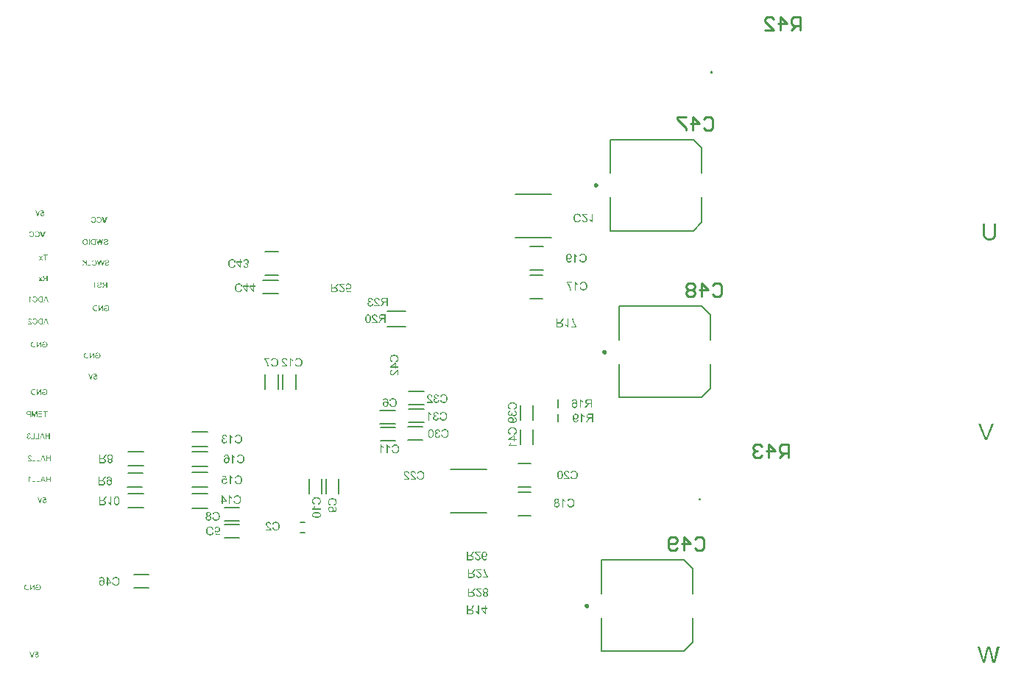
<source format=gbr>
%FSTAX23Y23*%
%MOIN*%
%SFA1B1*%

%IPPOS*%
%ADD11C,0.009840*%
%ADD15C,0.007870*%
%ADD16C,0.010000*%
%LNpcb_legend_bot-1*%
%LPD*%
G36*
X06825Y01555D02*
X06814D01*
X06798Y01612*
X06798Y01614*
X06798Y01615*
X06797Y01617*
X06797Y01618*
X06796Y01619*
X06796Y0162*
X06796Y01621*
X06796Y01621*
Y01621*
X06796Y01621*
X06796Y0162*
X06795Y01619*
X06795Y01617*
X06795Y01616*
X06794Y01615*
X06794Y01613*
X06794Y01613*
X06794Y01612*
X06794Y01612*
Y01612*
X06778Y01555*
X06768*
X06747Y0163*
X06757*
X06769Y01582*
X0677Y01578*
X06771Y01575*
X06771Y01572*
X06772Y0157*
X06772Y01569*
X06772Y01568*
X06772Y01567*
X06773Y01566*
X06773Y01566*
Y01565*
X06773Y01565*
Y01565*
X06774Y0157*
X06775Y01575*
X06776Y01579*
X06776Y01581*
X06777Y01583*
X06777Y01585*
X06778Y01587*
X06778Y01588*
X06778Y01589*
X06778Y0159*
X06779Y01591*
X06779Y01592*
Y01592*
X0679Y0163*
X06802*
X06816Y01579*
X06816Y01579*
X06816Y01578*
X06817Y01577*
X06817Y01576*
X06817Y01575*
X06817Y01574*
X06818Y01571*
X06819Y01569*
X06819Y01568*
X06819Y01567*
X06819Y01566*
X06819Y01566*
X0682Y01565*
Y01565*
X0682Y01568*
X06821Y01571*
X06821Y01573*
X06822Y01576*
X06822Y01577*
X06822Y01578*
X06822Y01578*
X06823Y01579*
X06823Y0158*
X06823Y0158*
X06823Y0158*
Y01581*
X06834Y0163*
X06845*
X06825Y01555*
G37*
G36*
X0679Y02565D02*
X0678D01*
X0675Y0264*
X0676*
X06781Y02585*
X06782Y02583*
X06783Y02581*
X06783Y02579*
X06784Y02577*
X06784Y02575*
X06785Y02574*
X06785Y02573*
X06785Y02573*
X06785Y02573*
Y02573*
X06786Y02577*
X06787Y02579*
X06788Y02581*
X06788Y02583*
X06788Y02583*
X06788Y02584*
X06789Y02585*
X06789Y02585*
X06789Y02585*
Y02585*
X06809Y0264*
X0682*
X0679Y02565*
G37*
G36*
X0683Y03503D02*
Y03501D01*
X06829Y03498*
X06829Y03497*
X06829Y03495*
X06829Y03493*
X06829Y03491*
X06828Y0349*
X06828Y03489*
X06828Y03488*
X06828Y03487*
X06827Y03486*
X06827Y03485*
X06827Y03484*
X06827Y03484*
X06827Y03484*
Y03484*
X06825Y03481*
X06824Y03479*
X06822Y03477*
X06821Y03476*
X06819Y03475*
X06818Y03474*
X06818Y03474*
X06817Y03473*
X06817Y03473*
X06817*
X06814Y03472*
X06811Y03471*
X06809Y0347*
X06806Y0347*
X06805Y0347*
X06803Y0347*
X06802Y0347*
X06801*
X06801Y0347*
X068*
X06796Y0347*
X06794Y0347*
X06792Y0347*
X06791Y0347*
X06789Y03471*
X06788Y03471*
X06787Y03472*
X06786Y03472*
X06785Y03472*
X06784Y03473*
X06783Y03473*
X06783Y03473*
X06782Y03473*
X06782Y03474*
X06782*
X0678Y03475*
X06778Y03477*
X06776Y03479*
X06775Y03481*
X06774Y03482*
X06773Y03483*
X06773Y03484*
X06773Y03484*
X06773Y03484*
Y03484*
X06772Y03486*
X06772Y03487*
X06771Y0349*
X06771Y03493*
X0677Y03496*
X0677Y03497*
X0677Y03499*
Y035*
X0677Y03501*
Y03502*
Y03502*
Y03503*
Y03503*
Y03546*
X0678*
Y03503*
Y035*
X0678Y03498*
X06781Y03496*
X06781Y03494*
X06781Y03492*
X06782Y0349*
X06782Y03489*
X06782Y03488*
X06783Y03487*
X06783Y03486*
X06784Y03485*
X06784Y03484*
X06784Y03484*
X06785Y03484*
X06785Y03484*
X06785Y03483*
X06786Y03483*
X06787Y03482*
X06789Y03481*
X06792Y0348*
X06794Y03479*
X06797Y03479*
X06798Y03479*
X06799*
X06799Y03479*
X06801*
X06803Y03479*
X06805Y03479*
X06807Y03479*
X06808Y0348*
X0681Y0348*
X06811Y03481*
X06811Y03481*
X06811Y03481*
X06813Y03482*
X06814Y03483*
X06815Y03484*
X06816Y03486*
X06817Y03487*
X06817Y03487*
X06818Y03488*
X06818Y03488*
X06818Y03489*
X06818Y0349*
X06819Y03492*
X06819Y03495*
X06819Y03497*
X06819Y03499*
Y035*
X06819Y03501*
Y03502*
Y03502*
Y03503*
Y03503*
Y03546*
X0683*
Y03503*
G37*
G36*
X02488Y0267D02*
X02485D01*
Y02691*
X02477Y0267*
X02474*
X02467Y02691*
Y0267*
X02464*
Y02695*
X02468*
X02474Y02677*
X02475Y02676*
X02475Y02675*
X02475Y02675*
X02475Y02674*
X02475Y02674*
X02476Y02673*
X02476Y02673*
X02476Y02673*
X02476Y02674*
X02476Y02674*
X02476Y02675*
X02476Y02675*
X02476Y02676*
X02477Y02676*
X02477Y02677*
X02477Y02677*
X02477Y02677*
Y02677*
X02483Y02695*
X02488*
Y0267*
G37*
G36*
X02535Y02692D02*
X02526D01*
Y0267*
X02523*
Y02692*
X02515*
Y02695*
X02535*
Y02692*
G37*
G36*
X02511Y0267D02*
X02492D01*
Y02672*
X02508*
Y02681*
X02494*
Y02684*
X02508*
Y02692*
X02493*
Y02695*
X02511*
Y0267*
G37*
G36*
X02458D02*
X02455D01*
Y0268*
X02448*
X02448Y0268*
X02447Y0268*
X02446Y0268*
X02445Y0268*
X02444Y0268*
X02444Y0268*
X02443Y02681*
X02443Y02681*
X02442Y02681*
X02442Y02681*
X02442Y02681*
X02442Y02682*
X02441Y02682*
X02441Y02682*
X02441Y02682*
X02441Y02682*
X02441Y02682*
X0244Y02683*
X0244Y02683*
X0244Y02684*
X0244Y02684*
X0244Y02685*
X02439Y02685*
X02439Y02686*
X02439Y02686*
X02439Y02687*
X02439Y02687*
X02439Y02687*
Y02687*
Y02687*
Y02687*
X02439Y02688*
X02439Y02689*
X02439Y02689*
X02439Y0269*
X0244Y0269*
X0244Y02691*
X0244Y02691*
X0244Y02691*
X0244Y02691*
X0244Y02692*
X02441Y02692*
X02441Y02693*
X02441Y02693*
X02442Y02693*
X02442Y02693*
X02442Y02693*
X02442Y02694*
X02443Y02694*
X02443Y02694*
X02444Y02694*
X02444Y02694*
X02445Y02694*
X02445Y02694*
X02445*
X02446Y02695*
X02446Y02695*
X02447Y02695*
X02447Y02695*
X02448Y02695*
X02458*
Y0267*
G37*
G36*
X02451Y02595D02*
X02452Y02595D01*
X02453Y02595*
X02454Y02594*
X02454Y02594*
X02454Y02594*
X02454Y02594*
X02455Y02594*
X02455Y02594*
X02455Y02594*
X02455Y02594*
X02455Y02594*
X02456Y02593*
X02456Y02592*
X02457Y02591*
X02457Y0259*
X02457Y0259*
X02457Y02589*
X02457Y02589*
X02457Y02589*
X02457Y02589*
X02457Y02589*
Y02589*
X02454Y02588*
X02454Y02589*
X02454Y0259*
X02454Y0259*
X02454Y02591*
X02453Y02591*
X02453Y02591*
X02453Y02592*
X02453Y02592*
X02452Y02592*
X02452Y02592*
X02451Y02592*
X02451Y02593*
X0245Y02593*
X0245Y02593*
X0245*
X02449Y02593*
X02449Y02593*
X02448Y02592*
X02448Y02592*
X02447Y02592*
X02447Y02592*
X02447Y02592*
X02447Y02592*
X02446Y02591*
X02446Y02591*
X02446Y0259*
X02446Y0259*
X02446Y02589*
X02446Y02589*
Y02589*
Y02589*
Y02589*
Y02588*
X02446Y02588*
X02446Y02587*
X02446Y02587*
X02447Y02586*
X02447Y02586*
X02447Y02586*
X02447Y02586*
X02447Y02586*
X02447*
X02448Y02585*
X02449Y02585*
X02449Y02585*
X0245Y02585*
X0245Y02585*
X02451Y02585*
X02451*
X02451Y02585*
X02451*
X02452Y02582*
X02451Y02582*
X02451Y02582*
X0245Y02582*
X0245Y02582*
X0245Y02582*
X0245*
X02449Y02582*
X02448Y02582*
X02447Y02582*
X02447Y02582*
X02447Y02581*
X02446Y02581*
X02446Y02581*
X02446Y02581*
X02446Y0258*
X02445Y0258*
X02445Y02579*
X02445Y02579*
X02445Y02578*
X02445Y02578*
X02445Y02578*
Y02577*
Y02577*
Y02577*
X02445Y02576*
X02445Y02576*
X02445Y02575*
X02445Y02575*
X02446Y02574*
X02446Y02574*
X02446Y02574*
X02446Y02574*
X02447Y02573*
X02447Y02573*
X02448Y02572*
X02449Y02572*
X02449Y02572*
X02449Y02572*
X0245Y02572*
X0245*
X0245Y02572*
X02451Y02572*
X02452Y02572*
X02452Y02573*
X02452Y02573*
X02453Y02573*
X02453Y02573*
X02453Y02573*
X02453Y02574*
X02454Y02574*
X02454Y02575*
X02454Y02576*
X02454Y02576*
X02455Y02576*
X02455Y02577*
X02455Y02577*
X02455Y02577*
X02455Y02577*
Y02577*
X02458Y02577*
X02458Y02576*
X02458Y02575*
X02457Y02574*
X02457Y02574*
X02457Y02573*
X02456Y02573*
X02456Y02573*
X02456Y02572*
X02456Y02572*
X02456Y02572*
X02456Y02572*
X02455Y02572*
X02455Y02572*
X02455Y02571*
X02455Y02571*
X02454Y02571*
X02454Y02571*
X02454Y0257*
X02453Y0257*
X02452Y0257*
X02451Y0257*
X02451Y0257*
X02451Y0257*
X0245Y0257*
X0245Y0257*
X0245*
X02449Y0257*
X02449Y0257*
X02448Y0257*
X02447Y0257*
X02447Y0257*
X02446Y0257*
X02446Y0257*
X02445Y02571*
X02445Y02571*
X02445Y02571*
X02444Y02571*
X02444Y02571*
X02444Y02572*
X02444Y02572*
X02444Y02572*
X02444Y02572*
X02443Y02572*
X02443Y02573*
X02443Y02573*
X02442Y02574*
X02442Y02574*
X02442Y02575*
X02442Y02575*
X02442Y02576*
X02441Y02576*
X02441Y02577*
X02441Y02577*
X02441Y02577*
Y02577*
Y02577*
Y02577*
X02441Y02578*
X02441Y02579*
X02442Y0258*
X02442Y0258*
X02442Y02581*
X02442Y02581*
X02443Y02581*
X02443Y02581*
X02443Y02582*
X02444Y02582*
X02444Y02583*
X02445Y02583*
X02445Y02583*
X02446Y02583*
X02446Y02584*
X02446Y02584*
X02446Y02584*
X02446*
X02445Y02584*
X02445Y02584*
X02444Y02585*
X02444Y02585*
X02444Y02585*
X02444Y02585*
X02443Y02586*
X02443Y02586*
X02443Y02586*
X02443Y02587*
X02443Y02587*
X02443Y02588*
X02443Y02588*
X02443Y02588*
Y02589*
Y02589*
X02443Y02589*
X02443Y0259*
X02443Y0259*
X02443Y02591*
X02443Y02591*
X02443Y02592*
X02443Y02592*
X02443Y02592*
X02444Y02592*
X02444Y02593*
X02445Y02593*
X02445Y02594*
X02446Y02594*
X02446Y02594*
X02446Y02594*
X02446Y02594*
X02446*
X02447Y02595*
X02447Y02595*
X02448Y02595*
X02449Y02595*
X02449Y02595*
X0245Y02595*
X0245*
X02451Y02595*
G37*
G36*
X02545Y0257D02*
X02541D01*
Y02582*
X02528*
Y0257*
X02525*
Y02595*
X02528*
Y02585*
X02541*
Y02595*
X02545*
Y0257*
G37*
G36*
X02522D02*
X02518D01*
X02516Y02578*
X02505*
X02502Y0257*
X02498*
X02509Y02595*
X02512*
X02522Y0257*
G37*
G36*
X02496D02*
X0248D01*
Y02573*
X02493*
Y02595*
X02496*
Y0257*
G37*
G36*
X02476D02*
X02461D01*
Y02573*
X02473*
Y02595*
X02476*
Y0257*
G37*
G36*
X02455Y02495D02*
X02456Y02495D01*
X02456Y02495*
X02457Y02495*
X02457Y02494*
X02458Y02494*
X02458Y02494*
X02459Y02494*
X02459Y02494*
X02459Y02493*
X0246Y02493*
X0246Y02493*
X0246Y02493*
X0246Y02493*
X0246Y02493*
X0246Y02493*
X02461Y02493*
X02461Y02492*
X02461Y02492*
X02462Y02491*
X02462Y0249*
X02462Y0249*
X02462Y02489*
X02462Y02489*
X02463Y02488*
X02463Y02488*
X02463Y02488*
Y02488*
X02463Y02488*
Y02488*
X0246Y02487*
X02459Y02488*
X02459Y02489*
X02459Y02489*
X02459Y0249*
X02459Y0249*
X02458Y02491*
X02458Y02491*
X02458Y02491*
X02458Y02491*
X02457Y02492*
X02456Y02492*
X02456Y02492*
X02455Y02492*
X02455Y02492*
X02455Y02492*
X02455*
X02454Y02492*
X02453Y02492*
X02453Y02492*
X02452Y02492*
X02452Y02491*
X02451Y02491*
X02451Y02491*
X02451Y02491*
X02451Y0249*
X0245Y0249*
X0245Y02489*
X0245Y02489*
X0245Y02489*
X0245Y02488*
X0245Y02488*
Y02488*
Y02488*
X0245Y02487*
X0245Y02487*
X0245Y02486*
X0245Y02485*
X02451Y02485*
X02451Y02484*
X02451Y02484*
X02451Y02484*
X02451Y02484*
Y02484*
X02452Y02484*
X02452Y02483*
X02452Y02483*
X02453Y02482*
X02454Y02482*
X02455Y02481*
X02455Y0248*
X02455Y0248*
X02456Y0248*
X02456Y02479*
X02456Y02479*
X02457Y02479*
X02457Y02479*
X02457Y02479*
X02458Y02478*
X02459Y02477*
X02459Y02477*
X0246Y02476*
X0246Y02476*
X02461Y02475*
X02461Y02475*
X02461Y02475*
Y02475*
X02461Y02474*
X02462Y02474*
X02462Y02473*
X02462Y02473*
X02463Y02472*
X02463Y02472*
X02463Y02472*
X02463Y02472*
Y02472*
X02463Y02471*
X02463Y02471*
X02463Y02471*
X02463Y0247*
X02463Y0247*
Y0247*
Y0247*
Y0247*
X02447*
Y02472*
X02459*
X02459Y02473*
X02458Y02473*
X02458Y02474*
X02458Y02474*
X02458Y02474*
X02458Y02474*
X02458Y02474*
X02457Y02474*
X02457Y02474*
X02457Y02475*
X02456Y02476*
X02456Y02476*
X02455Y02477*
X02455Y02477*
X02455Y02477*
X02454Y02477*
X02454Y02477*
X02454Y02477*
X02454Y02477*
X02453Y02478*
X02453Y02478*
X02452Y02479*
X02452Y02479*
X02451Y0248*
X02451Y0248*
X02451Y0248*
X0245Y02481*
X0245Y02481*
X0245Y02481*
X0245Y02481*
X0245Y02481*
X02449Y02482*
X02449Y02482*
X02449Y02482*
X02448Y02483*
X02448Y02483*
X02448Y02484*
X02448Y02484*
X02447Y02485*
X02447Y02485*
X02447Y02485*
X02447Y02485*
X02447Y02486*
X02447Y02486*
X02447Y02487*
X02447Y02487*
X02447Y02488*
Y02488*
Y02488*
X02447Y02488*
X02447Y02489*
X02447Y02489*
X02447Y0249*
X02447Y02491*
X02448Y02491*
X02448Y02492*
X02448Y02492*
X02448Y02492*
X02448Y02492*
X02449Y02493*
X02449Y02493*
X02449Y02493*
X02449Y02493*
X02449Y02493*
X0245Y02493*
X0245Y02494*
X02451Y02494*
X02451Y02494*
X02452Y02495*
X02453Y02495*
X02453Y02495*
X02454Y02495*
X02454Y02495*
X02454Y02495*
X02455*
X02455Y02495*
G37*
G36*
X0255Y0247D02*
X02546D01*
Y02481*
X02533*
Y0247*
X0253*
Y02495*
X02533*
Y02484*
X02546*
Y02495*
X0255*
Y0247*
G37*
G36*
X02527D02*
X02523D01*
X02521Y02477*
X0251*
X02507Y0247*
X02503*
X02514Y02495*
X02517*
X02527Y0247*
G37*
G36*
X02501D02*
X02485D01*
Y02472*
X02498*
Y02495*
X02501*
Y0247*
G37*
G36*
X02481D02*
X02466D01*
Y02472*
X02478*
Y02495*
X02481*
Y0247*
G37*
G36*
X02454Y02399D02*
X02454Y02399D01*
X02454Y02398*
X02455Y02398*
X02455Y02397*
X02456Y02397*
X02456Y02397*
X02456Y02396*
X02456Y02396*
X02456Y02396*
X02457Y02396*
X02457Y02395*
X02458Y02395*
X02459Y02394*
X0246Y02394*
X0246Y02394*
X0246Y02394*
X0246Y02394*
X0246Y02394*
X0246Y02393*
X0246*
Y0239*
X0246Y02391*
X02459Y02391*
X02459Y02391*
X02458Y02391*
X02458Y02392*
X02458Y02392*
X02457Y02392*
X02457Y02392*
X02457*
X02457Y02392*
X02456Y02393*
X02455Y02393*
X02455Y02394*
X02455Y02394*
X02455Y02394*
X02454Y02394*
X02454Y02394*
Y02375*
X02451*
Y024*
X02453*
X02454Y02399*
G37*
G36*
X0255Y02375D02*
X02546D01*
Y02386*
X02533*
Y02375*
X0253*
Y024*
X02533*
Y02389*
X02546*
Y024*
X0255*
Y02375*
G37*
G36*
X02527D02*
X02523D01*
X02521Y02382*
X0251*
X02507Y02375*
X02503*
X02514Y024*
X02517*
X02527Y02375*
G37*
G36*
X02501D02*
X02485D01*
Y02377*
X02498*
Y024*
X02501*
Y02375*
G37*
G36*
X02481D02*
X02466D01*
Y02377*
X02478*
Y024*
X02481*
Y02375*
G37*
G36*
X02795Y0355D02*
X02791D01*
X02781Y03575*
X02785*
X02792Y03557*
X02792Y03556*
X02792Y03555*
X02792Y03555*
X02793Y03554*
X02793Y03553*
X02793Y03553*
X02793Y03553*
X02793Y03553*
X02793Y03553*
Y03553*
X02793Y03554*
X02794Y03555*
X02794Y03555*
X02794Y03556*
X02794Y03556*
X02794Y03556*
X02794Y03557*
X02794Y03557*
X02794Y03557*
Y03557*
X02801Y03575*
X02805*
X02795Y0355*
G37*
G36*
X02769Y03575D02*
X0277Y03575D01*
X02771Y03575*
X02771Y03575*
X02772Y03575*
X02772Y03575*
X02773Y03575*
X02773Y03574*
X02773Y03574*
X02773Y03574*
X02773Y03574*
X02774Y03574*
X02774Y03574*
X02775Y03573*
X02775Y03573*
X02776Y03572*
X02777Y03571*
X02777Y03571*
X02777Y0357*
X02778Y0357*
X02778Y0357*
X02778Y0357*
X02778Y0357*
X02778Y0357*
X02778Y03568*
X02779Y03567*
X02779Y03566*
X02779Y03565*
X02779Y03565*
X02779Y03564*
X02779Y03564*
Y03563*
X02779Y03563*
Y03563*
Y03563*
Y03563*
X02779Y03561*
X02779Y0356*
X02779Y03559*
X02779Y03558*
X02779Y03558*
X02779Y03558*
X02778Y03557*
X02778Y03557*
X02778Y03556*
X02778Y03556*
X02778Y03556*
X02778Y03556*
Y03556*
X02778Y03555*
X02777Y03554*
X02776Y03553*
X02776Y03553*
X02776Y03552*
X02775Y03552*
X02775Y03552*
X02775Y03552*
X02775Y03551*
X02774Y03551*
X02774Y03551*
X02774Y03551*
X02774Y03551*
X02774Y03551*
X02773Y03551*
X02772Y0355*
X02771Y0355*
X0277Y0355*
X02769Y0355*
X02769Y0355*
X02769Y0355*
X02768*
X02768Y0355*
X02768*
X02767Y0355*
X02766Y0355*
X02765Y0355*
X02765Y0355*
X02764Y0355*
X02764Y0355*
X02763Y0355*
X02763Y03551*
X02762Y03551*
X02762Y03551*
X02762Y03551*
X02761Y03551*
X02761Y03551*
X02761Y03552*
X02761Y03552*
X02761Y03552*
X0276Y03552*
X0276Y03553*
X0276Y03553*
X02759Y03554*
X02758Y03555*
X02758Y03556*
X02758Y03556*
X02758Y03556*
X02757Y03557*
X02757Y03557*
X02757Y03558*
X02757Y03558*
X02757Y03558*
Y03558*
X0276Y03559*
X02761Y03558*
X02761Y03558*
X02761Y03557*
X02761Y03557*
X02761Y03556*
X02762Y03556*
X02762Y03555*
X02762Y03555*
X02762Y03555*
X02762Y03555*
X02763Y03554*
X02763Y03554*
X02763Y03554*
X02763Y03554*
X02763Y03554*
X02763Y03554*
X02763Y03554*
X02764Y03553*
X02765Y03553*
X02765Y03553*
X02766Y03553*
X02767Y03552*
X02767Y03552*
X02767*
X02768Y03552*
X02768*
X02769Y03552*
X02769Y03553*
X0277Y03553*
X02771Y03553*
X02771Y03553*
X02772Y03553*
X02772Y03553*
X02772Y03553*
X02772Y03553*
X02772Y03554*
X02772*
X02773Y03554*
X02773Y03555*
X02774Y03555*
X02774Y03556*
X02775Y03556*
X02775Y03557*
X02775Y03557*
X02775Y03557*
X02775Y03557*
Y03557*
X02775Y03558*
X02776Y03559*
X02776Y0356*
X02776Y03561*
X02776Y03561*
X02776Y03562*
Y03562*
X02776Y03562*
Y03562*
Y03563*
Y03563*
Y03563*
X02776Y03564*
X02776Y03565*
X02776Y03565*
X02776Y03566*
X02775Y03567*
X02775Y03567*
X02775Y03567*
X02775Y03567*
X02775Y03567*
X02775Y03568*
Y03568*
X02775Y03568*
X02774Y03569*
X02774Y0357*
X02774Y0357*
X02773Y03571*
X02773Y03571*
X02773Y03571*
X02773Y03571*
X02772*
X02772Y03572*
X02771Y03572*
X0277Y03572*
X02769Y03573*
X02769Y03573*
X02768Y03573*
X02768*
X02768Y03573*
X02768*
X02767Y03573*
X02766Y03573*
X02765Y03572*
X02765Y03572*
X02764Y03572*
X02764Y03572*
X02763Y03572*
X02763Y03571*
X02763Y03571*
X02762Y0357*
X02762Y0357*
X02761Y03569*
X02761Y03568*
X02761Y03568*
X02761Y03568*
X02761Y03568*
X02761Y03568*
X02761Y03567*
Y03567*
X02758Y03568*
X02758Y03569*
X02758Y03569*
X02758Y0357*
X02759Y03571*
X02759Y03571*
X02759Y03571*
X02759Y03572*
X0276Y03572*
X0276Y03573*
X0276Y03573*
X02761Y03573*
X02761Y03573*
X02761Y03573*
X02761Y03574*
X02761Y03574*
X02761Y03574*
X02762Y03574*
X02762Y03574*
X02763Y03575*
X02763Y03575*
X02764Y03575*
X02765Y03575*
X02766Y03575*
X02766Y03575*
X02767Y03575*
X02767Y03576*
X02767Y03576*
X02768*
X02769Y03575*
G37*
G36*
X02743D02*
X02744Y03575D01*
X02746Y03575*
X02746Y03575*
X02746Y03575*
X02747Y03575*
X02747Y03575*
X02747Y03574*
X02748Y03574*
X02748Y03574*
X02748Y03574*
X02748Y03574*
X02748Y03574*
X02749Y03573*
X0275Y03573*
X02751Y03572*
X02751Y03571*
X02752Y03571*
X02752Y0357*
X02752Y0357*
X02752Y0357*
X02752Y0357*
X02752Y0357*
X02752Y0357*
X02753Y03568*
X02753Y03567*
X02754Y03566*
X02754Y03565*
X02754Y03565*
X02754Y03564*
X02754Y03564*
Y03563*
X02754Y03563*
Y03563*
Y03563*
Y03563*
X02754Y03561*
X02754Y0356*
X02754Y03559*
X02753Y03558*
X02753Y03558*
X02753Y03558*
X02753Y03557*
X02753Y03557*
X02753Y03556*
X02753Y03556*
X02753Y03556*
X02753Y03556*
Y03556*
X02752Y03555*
X02752Y03554*
X02751Y03553*
X02751Y03553*
X0275Y03552*
X0275Y03552*
X0275Y03552*
X02749Y03552*
X02749Y03551*
X02749Y03551*
X02749Y03551*
X02749Y03551*
X02749Y03551*
X02748Y03551*
X02748Y03551*
X02747Y0355*
X02746Y0355*
X02745Y0355*
X02744Y0355*
X02744Y0355*
X02743Y0355*
X02743*
X02743Y0355*
X02742*
X02741Y0355*
X02741Y0355*
X0274Y0355*
X02739Y0355*
X02739Y0355*
X02738Y0355*
X02738Y0355*
X02737Y03551*
X02737Y03551*
X02737Y03551*
X02736Y03551*
X02736Y03551*
X02736Y03551*
X02736Y03552*
X02736Y03552*
X02735Y03552*
X02735Y03552*
X02735Y03553*
X02734Y03553*
X02734Y03554*
X02733Y03555*
X02733Y03556*
X02732Y03556*
X02732Y03556*
X02732Y03557*
X02732Y03557*
X02732Y03558*
X02732Y03558*
X02732Y03558*
Y03558*
X02735Y03559*
X02735Y03558*
X02735Y03558*
X02736Y03557*
X02736Y03557*
X02736Y03556*
X02736Y03556*
X02736Y03555*
X02737Y03555*
X02737Y03555*
X02737Y03555*
X02737Y03554*
X02737Y03554*
X02738Y03554*
X02738Y03554*
X02738Y03554*
X02738Y03554*
X02738Y03554*
X02738Y03553*
X02739Y03553*
X0274Y03553*
X02741Y03553*
X02741Y03552*
X02742Y03552*
X02742*
X02742Y03552*
X02742*
X02743Y03552*
X02744Y03553*
X02745Y03553*
X02745Y03553*
X02746Y03553*
X02746Y03553*
X02746Y03553*
X02747Y03553*
X02747Y03553*
X02747Y03554*
X02747*
X02747Y03554*
X02748Y03555*
X02749Y03555*
X02749Y03556*
X02749Y03556*
X02749Y03557*
X0275Y03557*
X0275Y03557*
X0275Y03557*
Y03557*
X0275Y03558*
X0275Y03559*
X0275Y0356*
X0275Y03561*
X0275Y03561*
X02751Y03562*
Y03562*
X02751Y03562*
Y03562*
Y03563*
Y03563*
Y03563*
X02751Y03564*
X0275Y03565*
X0275Y03565*
X0275Y03566*
X0275Y03567*
X0275Y03567*
X0275Y03567*
X0275Y03567*
X0275Y03567*
X0275Y03568*
Y03568*
X02749Y03568*
X02749Y03569*
X02749Y0357*
X02748Y0357*
X02748Y03571*
X02747Y03571*
X02747Y03571*
X02747Y03571*
X02747*
X02746Y03572*
X02745Y03572*
X02745Y03572*
X02744Y03573*
X02743Y03573*
X02743Y03573*
X02743*
X02742Y03573*
X02742*
X02741Y03573*
X0274Y03573*
X0274Y03572*
X02739Y03572*
X02739Y03572*
X02738Y03572*
X02738Y03572*
X02738Y03571*
X02737Y03571*
X02737Y0357*
X02736Y0357*
X02736Y03569*
X02736Y03568*
X02736Y03568*
X02736Y03568*
X02736Y03568*
X02735Y03568*
X02735Y03567*
Y03567*
X02732Y03568*
X02732Y03569*
X02733Y03569*
X02733Y0357*
X02733Y03571*
X02733Y03571*
X02734Y03571*
X02734Y03572*
X02734Y03572*
X02735Y03573*
X02735Y03573*
X02735Y03573*
X02735Y03573*
X02735Y03573*
X02736Y03574*
X02736Y03574*
X02736Y03574*
X02736Y03574*
X02737Y03574*
X02737Y03575*
X02738Y03575*
X02739Y03575*
X0274Y03575*
X0274Y03575*
X02741Y03575*
X02741Y03575*
X02741Y03576*
X02742Y03576*
X02742*
X02743Y03575*
G37*
G36*
X02805Y03255D02*
X02801D01*
Y03266*
X02797*
X02796Y03266*
X02796*
X02796Y03266*
X02796Y03266*
X02796*
X02796Y03266*
X02795*
X02795Y03266*
X02795Y03266*
X02794Y03266*
X02794Y03265*
X02794Y03265*
X02794Y03265*
X02794Y03265*
X02794Y03265*
X02793Y03265*
X02793Y03264*
X02793Y03264*
X02792Y03264*
X02792Y03264*
X02792Y03264*
X02792Y03263*
X02791Y03263*
X02791Y03262*
X02791Y03261*
X0279Y03261*
X0279Y03261*
X0279Y0326*
X0279Y0326*
X0279Y0326*
Y0326*
X02787Y03255*
X02782*
X02787Y03262*
X02787Y03263*
X02788Y03263*
X02788Y03264*
X02789Y03264*
X02789Y03265*
X02789Y03265*
X02789Y03265*
X02789Y03265*
X0279Y03265*
X0279Y03266*
X02791Y03266*
X02791Y03266*
X02791Y03266*
X02791Y03266*
X02791Y03266*
X02791Y03267*
X0279Y03267*
X0279Y03267*
X02789Y03267*
X02789Y03267*
X02788Y03267*
X02788Y03268*
X02787Y03268*
X02787Y03268*
X02787Y03268*
X02787Y03268*
X02786Y03268*
X02786Y03269*
X02786Y03269*
X02786Y03269*
X02786Y03269*
X02786Y03269*
X02786Y03269*
X02785Y0327*
X02785Y03271*
X02785Y03272*
X02784Y03272*
X02784Y03273*
Y03273*
X02784Y03273*
Y03273*
Y03273*
Y03273*
X02784Y03274*
X02785Y03275*
X02785Y03275*
X02785Y03276*
X02785Y03276*
X02785Y03277*
X02785Y03277*
X02785Y03277*
Y03277*
X02786Y03278*
X02786Y03278*
X02787Y03279*
X02787Y03279*
X02788Y03279*
X02788Y03279*
X02788Y03279*
X02788Y03279*
X02788*
X02789Y0328*
X02789Y0328*
X0279Y0328*
X02791Y0328*
X02791Y0328*
X02792Y0328*
X02793*
X02793Y0328*
X02805*
Y03255*
G37*
G36*
X02758Y03277D02*
X02749D01*
Y03255*
X02746*
Y03277*
X02738*
Y0328*
X02758*
Y03277*
G37*
G36*
X02771Y03281D02*
X02772Y0328D01*
X02773Y0328*
X02774Y0328*
X02774Y0328*
X02775Y0328*
X02775Y0328*
X02775Y0328*
X02775Y0328*
X02775Y0328*
X02775*
X02776Y03279*
X02776Y03279*
X02777Y03278*
X02777Y03278*
X02778Y03278*
X02778Y03277*
X02778Y03277*
X02778Y03277*
Y03277*
X02779Y03277*
X02779Y03276*
X02779Y03275*
X02779Y03275*
X02779Y03274*
X02779Y03274*
Y03274*
Y03274*
Y03274*
Y03274*
X02779Y03273*
X02779Y03272*
X02779Y03272*
X02779Y03271*
X02779Y03271*
X02779Y03271*
X02778Y03271*
X02778Y0327*
X02778Y0327*
X02778Y03269*
X02777Y03269*
X02777Y03269*
X02776Y03268*
X02776Y03268*
X02776Y03268*
X02776Y03268*
X02776*
X02775Y03268*
X02775Y03268*
X02774Y03268*
X02774Y03267*
X02773Y03267*
X02772Y03267*
X02772Y03267*
X02771Y03267*
X02771Y03267*
X02771Y03267*
X02771Y03267*
X02771*
X0277Y03266*
X0277Y03266*
X02769Y03266*
X02769Y03266*
X02768Y03266*
X02768Y03266*
X02768Y03266*
X02767Y03266*
X02767Y03265*
X02767Y03265*
X02767Y03265*
X02766Y03265*
X02766Y03265*
X02766Y03265*
X02765Y03265*
X02765Y03265*
X02765Y03264*
X02764Y03264*
X02764Y03264*
X02764Y03264*
X02764Y03264*
X02764Y03263*
X02764Y03263*
X02764Y03263*
X02764Y03262*
X02763Y03262*
X02763Y03262*
Y03262*
Y03262*
X02763Y03261*
X02764Y03261*
X02764Y03261*
X02764Y0326*
X02764Y0326*
X02764Y0326*
X02764Y0326*
X02764Y0326*
X02764Y03259*
X02765Y03259*
X02765Y03259*
X02766Y03258*
X02766Y03258*
X02766Y03258*
X02766Y03258*
X02766Y03258*
X02767Y03258*
X02767Y03258*
X02768Y03258*
X02769Y03258*
X02769Y03258*
X02769Y03257*
X0277*
X02771Y03258*
X02771Y03258*
X02772Y03258*
X02772Y03258*
X02773Y03258*
X02773Y03258*
X02773Y03258*
X02774Y03258*
X02774Y03258*
X02774*
X02774Y03259*
X02775Y03259*
X02775Y03259*
X02775Y03259*
X02776Y0326*
X02776Y0326*
X02776Y0326*
X02776Y0326*
X02776Y03261*
X02777Y03261*
X02777Y03262*
X02777Y03262*
X02777Y03263*
X02777Y03263*
Y03263*
X02777Y03263*
Y03263*
Y03263*
X0278Y03263*
X0278Y03262*
X0278Y03261*
X0278Y0326*
X0278Y0326*
X02779Y03259*
X02779Y03259*
X02779Y03259*
X02779Y03259*
X02779Y03259*
X02779Y03259*
Y03258*
X02778Y03258*
X02778Y03257*
X02777Y03257*
X02777Y03256*
X02776Y03256*
X02776Y03256*
X02775Y03256*
X02775Y03256*
X02775Y03255*
X02775*
X02774Y03255*
X02773Y03255*
X02772Y03255*
X02772Y03255*
X02771Y03255*
X02771Y03255*
X0277*
X0277Y03255*
X0277*
X02769Y03255*
X02768Y03255*
X02767Y03255*
X02766Y03255*
X02766Y03255*
X02765Y03255*
X02765Y03255*
X02765Y03255*
X02765Y03255*
X02765Y03255*
X02765*
X02764Y03256*
X02763Y03256*
X02763Y03257*
X02762Y03257*
X02762Y03258*
X02762Y03258*
X02761Y03258*
X02761Y03258*
Y03258*
X02761Y03259*
X02761Y0326*
X02761Y0326*
X0276Y03261*
X0276Y03261*
X0276Y03262*
Y03262*
Y03262*
Y03262*
Y03262*
X0276Y03263*
X0276Y03263*
X02761Y03264*
X02761Y03265*
X02761Y03265*
X02761Y03265*
X02761Y03265*
X02761Y03266*
X02762Y03266*
X02762Y03267*
X02763Y03267*
X02763Y03267*
X02764Y03268*
X02764Y03268*
X02764Y03268*
X02764Y03268*
X02765Y03268*
X02765*
X02765Y03268*
X02765Y03268*
X02766Y03269*
X02766Y03269*
X02767Y03269*
X02768Y03269*
X02768Y03269*
X02769Y03269*
X02769Y0327*
X02769Y0327*
X0277Y0327*
X0277Y0327*
X0277Y0327*
X0277*
X02771Y0327*
X02772Y0327*
X02772Y0327*
X02773Y0327*
X02773Y03271*
X02773Y03271*
X02774Y03271*
X02774Y03271*
X02774Y03271*
X02775Y03271*
X02775Y03271*
X02775Y03271*
X02775Y03272*
X02775Y03272*
X02775Y03272*
X02776Y03272*
X02776Y03273*
X02776Y03273*
X02776Y03273*
X02776Y03274*
Y03274*
Y03274*
X02776Y03274*
X02776Y03275*
X02776Y03275*
X02775Y03276*
X02775Y03276*
X02775Y03276*
X02775Y03276*
X02775Y03276*
X02774Y03277*
X02774Y03277*
X02773Y03277*
X02773Y03277*
X02772Y03277*
X02771Y03278*
X02771Y03278*
X02771Y03278*
X0277*
X02769Y03278*
X02768Y03277*
X02768Y03277*
X02767Y03277*
X02767Y03277*
X02766Y03277*
X02766Y03276*
X02766Y03276*
X02765Y03276*
X02765Y03275*
X02765Y03275*
X02765Y03274*
X02764Y03274*
X02764Y03273*
X02764Y03273*
X02764Y03273*
Y03273*
Y03273*
X02761Y03273*
X02761Y03274*
X02761Y03275*
X02761Y03275*
X02762Y03276*
X02762Y03276*
X02762Y03277*
X02762Y03277*
X02762Y03277*
X02762Y03277*
Y03277*
X02763Y03278*
X02763Y03278*
X02764Y03279*
X02764Y03279*
X02765Y03279*
X02765Y03279*
X02765Y0328*
X02765Y0328*
X02766Y0328*
X02766*
X02766Y0328*
X02767Y0328*
X02768Y0328*
X02769Y0328*
X02769Y03281*
X0277*
X0277Y03281*
X0277*
X02771Y03281*
G37*
G36*
X02712Y03355D02*
X02708D01*
Y03364*
X02704Y03368*
X02695Y03355*
X02691*
X02702Y0337*
X02691Y0338*
X02696*
X02708Y03368*
Y0338*
X02712*
Y03355*
G37*
G36*
X02786D02*
X02782D01*
X02777Y03374*
X02777Y03375*
X02777Y03375*
X02776Y03376*
X02776Y03376*
X02776Y03376*
X02776Y03377*
X02776Y03377*
X02776Y03377*
Y03377*
X02776Y03377*
X02776Y03377*
X02776Y03376*
X02776Y03376*
X02776Y03375*
X02775Y03375*
X02775Y03375*
X02775Y03374*
X02775Y03374*
X02775Y03374*
Y03374*
X0277Y03355*
X02767*
X0276Y0338*
X02763*
X02767Y03364*
X02767Y03363*
X02768Y03362*
X02768Y03361*
X02768Y0336*
X02768Y0336*
X02768Y03359*
X02768Y03359*
X02768Y03359*
X02768Y03359*
Y03359*
X02768Y03358*
Y03358*
X02769Y0336*
X02769Y03362*
X02769Y03363*
X02769Y03364*
X0277Y03364*
X0277Y03365*
X0277Y03366*
X0277Y03366*
X0277Y03367*
X0277Y03367*
X0277Y03367*
X0277Y03367*
Y03367*
X02774Y0338*
X02778*
X02783Y03363*
X02783Y03363*
X02783Y03363*
X02783Y03362*
X02783Y03362*
X02783Y03362*
X02783Y03361*
X02783Y03361*
X02784Y0336*
X02784Y03359*
X02784Y03359*
X02784Y03359*
X02784Y03359*
X02784Y03358*
Y03358*
X02784Y03359*
X02784Y0336*
X02784Y03361*
X02785Y03362*
X02785Y03362*
X02785Y03363*
X02785Y03363*
X02785Y03363*
X02785Y03363*
X02785Y03363*
X02785Y03364*
Y03364*
X02789Y0338*
X02792*
X02786Y03355*
G37*
G36*
X02747Y0338D02*
X02748Y0338D01*
X02749Y0338*
X0275Y0338*
X0275Y0338*
X0275Y0338*
X02751Y0338*
X02751Y03379*
X02751Y03379*
X02752Y03379*
X02752Y03379*
X02752Y03379*
X02752Y03379*
X02753Y03378*
X02754Y03378*
X02754Y03377*
X02755Y03376*
X02756Y03376*
X02756Y03375*
X02756Y03375*
X02756Y03375*
X02756Y03375*
X02756Y03375*
X02756Y03375*
X02757Y03373*
X02757Y03372*
X02757Y03371*
X02757Y0337*
X02758Y0337*
X02758Y03369*
X02758Y03369*
Y03368*
X02758Y03368*
Y03368*
Y03368*
Y03368*
X02758Y03366*
X02757Y03365*
X02757Y03364*
X02757Y03363*
X02757Y03363*
X02757Y03363*
X02757Y03362*
X02757Y03362*
X02757Y03361*
X02756Y03361*
X02756Y03361*
X02756Y03361*
Y03361*
X02756Y0336*
X02755Y03359*
X02755Y03358*
X02754Y03358*
X02754Y03357*
X02754Y03357*
X02753Y03357*
X02753Y03357*
X02753Y03356*
X02753Y03356*
X02753Y03356*
X02752Y03356*
X02752Y03356*
X02752Y03356*
X02751Y03356*
X0275Y03355*
X02749Y03355*
X02748Y03355*
X02748Y03355*
X02747Y03355*
X02747Y03355*
X02747*
X02746Y03355*
X02746*
X02745Y03355*
X02744Y03355*
X02744Y03355*
X02743Y03355*
X02743Y03355*
X02742Y03355*
X02741Y03355*
X02741Y03356*
X02741Y03356*
X0274Y03356*
X0274Y03356*
X0274Y03356*
X02739Y03356*
X02739Y03357*
X02739Y03357*
X02739Y03357*
X02739Y03357*
X02738Y03358*
X02738Y03358*
X02737Y03359*
X02737Y0336*
X02736Y03361*
X02736Y03361*
X02736Y03361*
X02736Y03362*
X02736Y03362*
X02735Y03363*
X02735Y03363*
X02735Y03363*
Y03363*
X02739Y03364*
X02739Y03363*
X02739Y03363*
X02739Y03362*
X02739Y03362*
X0274Y03361*
X0274Y03361*
X0274Y0336*
X0274Y0336*
X02741Y0336*
X02741Y0336*
X02741Y03359*
X02741Y03359*
X02741Y03359*
X02741Y03359*
X02741Y03359*
X02741Y03359*
X02742Y03359*
X02742Y03358*
X02743Y03358*
X02744Y03358*
X02744Y03358*
X02745Y03357*
X02745Y03357*
X02746*
X02746Y03357*
X02746*
X02747Y03357*
X02748Y03358*
X02748Y03358*
X02749Y03358*
X0275Y03358*
X0275Y03358*
X0275Y03358*
X0275Y03358*
X0275Y03358*
X0275Y03359*
X0275*
X02751Y03359*
X02752Y0336*
X02752Y0336*
X02753Y03361*
X02753Y03361*
X02753Y03362*
X02753Y03362*
X02753Y03362*
X02753Y03362*
Y03362*
X02754Y03363*
X02754Y03364*
X02754Y03365*
X02754Y03366*
X02754Y03366*
X02754Y03367*
Y03367*
X02754Y03367*
Y03367*
Y03368*
Y03368*
Y03368*
X02754Y03369*
X02754Y0337*
X02754Y0337*
X02754Y03371*
X02754Y03372*
X02754Y03372*
X02754Y03372*
X02754Y03372*
X02753Y03372*
X02753Y03373*
Y03373*
X02753Y03373*
X02753Y03374*
X02752Y03375*
X02752Y03375*
X02751Y03376*
X02751Y03376*
X02751Y03376*
X02751Y03376*
X02751*
X0275Y03377*
X02749Y03377*
X02748Y03377*
X02748Y03378*
X02747Y03378*
X02747Y03378*
X02746*
X02746Y03378*
X02746*
X02745Y03378*
X02744Y03378*
X02743Y03377*
X02743Y03377*
X02742Y03377*
X02742Y03377*
X02742Y03377*
X02742Y03376*
X02741Y03376*
X02741Y03375*
X0274Y03375*
X0274Y03374*
X02739Y03373*
X02739Y03373*
X02739Y03373*
X02739Y03373*
X02739Y03373*
X02739Y03372*
Y03372*
X02736Y03373*
X02736Y03374*
X02736Y03374*
X02737Y03375*
X02737Y03376*
X02737Y03376*
X02737Y03376*
X02738Y03377*
X02738Y03377*
X02738Y03378*
X02739Y03378*
X02739Y03378*
X02739Y03378*
X02739Y03378*
X02739Y03379*
X02739Y03379*
X02739Y03379*
X0274Y03379*
X0274Y03379*
X02741Y0338*
X02741Y0338*
X02743Y0338*
X02744Y0338*
X02744Y0338*
X02744Y0338*
X02745Y0338*
X02745Y03381*
X02745Y03381*
X02746*
X02747Y0338*
G37*
G36*
X02731Y03355D02*
X02716D01*
Y03358*
X02728*
Y0338*
X02731*
Y03355*
G37*
G36*
X02806Y03381D02*
X02806Y0338D01*
X02807Y0338*
X02808Y0338*
X02809Y0338*
X02809Y0338*
X02809Y0338*
X02809Y0338*
X02809Y0338*
X02809Y0338*
X02809*
X0281Y03379*
X02811Y03379*
X02811Y03378*
X02812Y03378*
X02812Y03378*
X02812Y03377*
X02812Y03377*
X02813Y03377*
Y03377*
X02813Y03377*
X02813Y03376*
X02813Y03375*
X02813Y03375*
X02813Y03374*
X02814Y03374*
Y03374*
Y03374*
Y03374*
Y03374*
X02814Y03373*
X02813Y03372*
X02813Y03372*
X02813Y03371*
X02813Y03371*
X02813Y03371*
X02813Y03371*
X02813Y0337*
X02812Y0337*
X02812Y03369*
X02811Y03369*
X02811Y03369*
X02811Y03368*
X0281Y03368*
X0281Y03368*
X0281Y03368*
X0281*
X0281Y03368*
X02809Y03368*
X02809Y03368*
X02808Y03367*
X02807Y03367*
X02806Y03367*
X02806Y03367*
X02806Y03367*
X02805Y03367*
X02805Y03367*
X02805Y03367*
X02805*
X02805Y03366*
X02804Y03366*
X02803Y03366*
X02803Y03366*
X02803Y03366*
X02802Y03366*
X02802Y03366*
X02802Y03366*
X02801Y03365*
X02801Y03365*
X02801Y03365*
X02801Y03365*
X02801Y03365*
X028Y03365*
X028Y03365*
X02799Y03365*
X02799Y03364*
X02799Y03364*
X02799Y03364*
X02798Y03364*
X02798Y03364*
X02798Y03363*
X02798Y03363*
X02798Y03363*
X02798Y03362*
X02798Y03362*
X02798Y03362*
Y03362*
Y03362*
X02798Y03361*
X02798Y03361*
X02798Y03361*
X02798Y0336*
X02798Y0336*
X02798Y0336*
X02798Y0336*
X02798Y0336*
X02799Y03359*
X02799Y03359*
X02799Y03359*
X028Y03358*
X028Y03358*
X028Y03358*
X02801Y03358*
X02801Y03358*
X02801Y03358*
X02802Y03358*
X02802Y03358*
X02803Y03358*
X02803Y03358*
X02804Y03357*
X02804*
X02805Y03358*
X02805Y03358*
X02806Y03358*
X02807Y03358*
X02807Y03358*
X02808Y03358*
X02808Y03358*
X02808Y03358*
X02808Y03358*
X02808*
X02808Y03359*
X02809Y03359*
X02809Y03359*
X0281Y03359*
X0281Y0336*
X0281Y0336*
X0281Y0336*
X0281Y0336*
X02811Y03361*
X02811Y03361*
X02811Y03362*
X02811Y03362*
X02811Y03363*
X02811Y03363*
Y03363*
X02811Y03363*
Y03363*
Y03363*
X02815Y03363*
X02814Y03362*
X02814Y03361*
X02814Y0336*
X02814Y0336*
X02814Y03359*
X02813Y03359*
X02813Y03359*
X02813Y03359*
X02813Y03359*
X02813Y03359*
Y03358*
X02813Y03358*
X02812Y03357*
X02811Y03357*
X02811Y03356*
X0281Y03356*
X0281Y03356*
X0281Y03356*
X0281Y03356*
X0281Y03355*
X0281*
X02809Y03355*
X02808Y03355*
X02807Y03355*
X02806Y03355*
X02805Y03355*
X02805Y03355*
X02805*
X02804Y03355*
X02804*
X02803Y03355*
X02802Y03355*
X02801Y03355*
X028Y03355*
X028Y03355*
X028Y03355*
X02799Y03355*
X02799Y03355*
X02799Y03355*
X02799Y03355*
X02799*
X02798Y03356*
X02798Y03356*
X02797Y03357*
X02796Y03357*
X02796Y03358*
X02796Y03358*
X02796Y03358*
X02796Y03358*
Y03358*
X02795Y03359*
X02795Y0336*
X02795Y0336*
X02795Y03361*
X02795Y03361*
X02794Y03362*
Y03362*
Y03362*
Y03362*
Y03362*
X02795Y03363*
X02795Y03363*
X02795Y03364*
X02795Y03365*
X02795Y03365*
X02795Y03365*
X02796Y03365*
X02796Y03366*
X02796Y03366*
X02796Y03367*
X02797Y03367*
X02798Y03367*
X02798Y03368*
X02798Y03368*
X02799Y03368*
X02799Y03368*
X02799Y03368*
X02799*
X02799Y03368*
X02799Y03368*
X028Y03369*
X028Y03369*
X02801Y03369*
X02802Y03369*
X02803Y03369*
X02803Y03369*
X02803Y0337*
X02804Y0337*
X02804Y0337*
X02804Y0337*
X02804Y0337*
X02804*
X02805Y0337*
X02806Y0337*
X02806Y0337*
X02807Y0337*
X02807Y03371*
X02808Y03371*
X02808Y03371*
X02808Y03371*
X02809Y03371*
X02809Y03371*
X02809Y03371*
X02809Y03371*
X02809Y03372*
X02809Y03372*
X0281Y03372*
X0281Y03372*
X0281Y03373*
X0281Y03373*
X0281Y03373*
X0281Y03374*
Y03374*
Y03374*
X0281Y03374*
X0281Y03375*
X0281Y03375*
X0281Y03376*
X02809Y03376*
X02809Y03376*
X02809Y03376*
X02809Y03376*
X02809Y03377*
X02808Y03377*
X02808Y03377*
X02807Y03377*
X02806Y03377*
X02806Y03378*
X02805Y03378*
X02805Y03378*
X02805*
X02804Y03378*
X02803Y03377*
X02802Y03377*
X02801Y03377*
X02801Y03377*
X028Y03377*
X028Y03376*
X028Y03376*
X028Y03376*
X02799Y03375*
X02799Y03375*
X02799Y03374*
X02799Y03374*
X02799Y03373*
X02798Y03373*
X02798Y03373*
Y03373*
Y03373*
X02795Y03373*
X02795Y03374*
X02796Y03375*
X02796Y03375*
X02796Y03376*
X02796Y03376*
X02796Y03377*
X02796Y03377*
X02796Y03377*
X02797Y03377*
Y03377*
X02797Y03378*
X02798Y03378*
X02798Y03379*
X02799Y03379*
X02799Y03379*
X02799Y03379*
X028Y0338*
X028Y0338*
X028Y0338*
X028*
X02801Y0338*
X02801Y0338*
X02802Y0338*
X02803Y0338*
X02804Y03381*
X02804*
X02804Y03381*
X02805*
X02806Y03381*
G37*
G36*
X02781Y0345D02*
X02777D01*
X02772Y03469*
X02772Y0347*
X02772Y0347*
X02771Y03471*
X02771Y03471*
X02771Y03471*
X02771Y03472*
X02771Y03472*
X02771Y03472*
Y03472*
X02771Y03472*
X02771Y03472*
X02771Y03471*
X02771Y03471*
X02771Y0347*
X0277Y0347*
X0277Y0347*
X0277Y03469*
X0277Y03469*
X0277Y03469*
Y03469*
X02765Y0345*
X02762*
X02755Y03475*
X02758*
X02762Y03459*
X02762Y03458*
X02763Y03457*
X02763Y03456*
X02763Y03455*
X02763Y03455*
X02763Y03454*
X02763Y03454*
X02763Y03454*
X02763Y03454*
Y03454*
X02763Y03453*
Y03453*
X02764Y03455*
X02764Y03457*
X02764Y03458*
X02764Y03459*
X02765Y03459*
X02765Y0346*
X02765Y03461*
X02765Y03461*
X02765Y03462*
X02765Y03462*
X02765Y03462*
X02765Y03462*
Y03462*
X02769Y03475*
X02773*
X02778Y03458*
X02778Y03458*
X02778Y03458*
X02778Y03457*
X02778Y03457*
X02778Y03457*
X02778Y03456*
X02778Y03456*
X02779Y03455*
X02779Y03454*
X02779Y03454*
X02779Y03454*
X02779Y03454*
X02779Y03453*
Y03453*
X02779Y03454*
X02779Y03455*
X02779Y03456*
X0278Y03457*
X0278Y03457*
X0278Y03458*
X0278Y03458*
X0278Y03458*
X0278Y03458*
X0278Y03458*
X0278Y03459*
Y03459*
X02784Y03475*
X02787*
X02781Y0345*
G37*
G36*
X02752D02*
X02743D01*
X02742Y0345*
X02741Y0345*
X0274Y0345*
X0274Y0345*
X02739Y0345*
X02739Y0345*
X02739Y0345*
X02739Y0345*
X02739*
X02738Y03451*
X02737Y03451*
X02737Y03451*
X02736Y03451*
X02736Y03451*
X02736Y03451*
X02736Y03452*
X02736Y03452*
X02735Y03452*
X02735Y03452*
X02734Y03453*
X02734Y03453*
X02734Y03453*
X02733Y03454*
X02733Y03454*
X02733Y03454*
X02733Y03454*
X02733Y03455*
X02732Y03456*
X02732Y03456*
X02732Y03457*
X02732Y03457*
X02732Y03457*
X02732Y03457*
X02732Y03458*
Y03458*
X02731Y03458*
X02731Y03459*
X02731Y0346*
X02731Y03461*
X02731Y03462*
Y03462*
X02731Y03462*
Y03462*
Y03463*
Y03463*
Y03463*
X02731Y03464*
X02731Y03465*
X02731Y03466*
X02731Y03467*
X02731Y03467*
X02731Y03467*
X02732Y03468*
X02732Y03468*
X02732Y03468*
X02732Y03468*
X02732Y03469*
X02732Y03469*
Y03469*
X02732Y0347*
X02733Y0347*
X02733Y03471*
X02734Y03472*
X02734Y03472*
X02735Y03473*
X02735Y03473*
X02735Y03473*
X02735Y03473*
X02735Y03473*
X02735Y03473*
X02736Y03474*
X02737Y03474*
X02737Y03474*
X02738Y03475*
X02738Y03475*
X02738Y03475*
X02738*
X02738Y03475*
X02739*
X02739Y03475*
X0274Y03475*
X02741Y03475*
X02741Y03475*
X02742Y03475*
X02752*
Y0345*
G37*
G36*
X02726D02*
X02722D01*
Y03475*
X02726*
Y0345*
G37*
G36*
X02801Y03476D02*
X02801Y03475D01*
X02802Y03475*
X02803Y03475*
X02804Y03475*
X02804Y03475*
X02804Y03475*
X02804Y03475*
X02804Y03475*
X02804Y03475*
X02804*
X02805Y03474*
X02806Y03474*
X02806Y03473*
X02807Y03473*
X02807Y03473*
X02807Y03472*
X02807Y03472*
X02808Y03472*
Y03472*
X02808Y03472*
X02808Y03471*
X02808Y0347*
X02808Y0347*
X02808Y03469*
X02809Y03469*
Y03469*
Y03469*
Y03469*
Y03469*
X02809Y03468*
X02808Y03467*
X02808Y03467*
X02808Y03466*
X02808Y03466*
X02808Y03466*
X02808Y03466*
X02808Y03465*
X02807Y03465*
X02807Y03464*
X02806Y03464*
X02806Y03464*
X02806Y03463*
X02805Y03463*
X02805Y03463*
X02805Y03463*
X02805*
X02805Y03463*
X02804Y03463*
X02804Y03463*
X02803Y03462*
X02802Y03462*
X02801Y03462*
X02801Y03462*
X02801Y03462*
X028Y03462*
X028Y03462*
X028Y03462*
X028*
X028Y03461*
X02799Y03461*
X02798Y03461*
X02798Y03461*
X02798Y03461*
X02797Y03461*
X02797Y03461*
X02797Y03461*
X02796Y0346*
X02796Y0346*
X02796Y0346*
X02796Y0346*
X02796Y0346*
X02795Y0346*
X02795Y0346*
X02794Y0346*
X02794Y03459*
X02794Y03459*
X02794Y03459*
X02793Y03459*
X02793Y03459*
X02793Y03458*
X02793Y03458*
X02793Y03458*
X02793Y03457*
X02793Y03457*
X02793Y03457*
Y03457*
Y03457*
X02793Y03456*
X02793Y03456*
X02793Y03456*
X02793Y03455*
X02793Y03455*
X02793Y03455*
X02793Y03455*
X02793Y03455*
X02794Y03454*
X02794Y03454*
X02794Y03454*
X02795Y03453*
X02795Y03453*
X02795Y03453*
X02796Y03453*
X02796Y03453*
X02796Y03453*
X02797Y03453*
X02797Y03453*
X02798Y03453*
X02798Y03453*
X02799Y03452*
X02799*
X028Y03453*
X028Y03453*
X02801Y03453*
X02802Y03453*
X02802Y03453*
X02803Y03453*
X02803Y03453*
X02803Y03453*
X02803Y03453*
X02803*
X02803Y03454*
X02804Y03454*
X02804Y03454*
X02805Y03454*
X02805Y03455*
X02805Y03455*
X02805Y03455*
X02805Y03455*
X02806Y03456*
X02806Y03456*
X02806Y03457*
X02806Y03457*
X02806Y03458*
X02806Y03458*
Y03458*
X02806Y03458*
Y03458*
Y03458*
X0281Y03458*
X02809Y03457*
X02809Y03456*
X02809Y03455*
X02809Y03455*
X02809Y03454*
X02808Y03454*
X02808Y03454*
X02808Y03454*
X02808Y03454*
X02808Y03454*
Y03453*
X02808Y03453*
X02807Y03452*
X02806Y03452*
X02806Y03451*
X02805Y03451*
X02805Y03451*
X02805Y03451*
X02805Y03451*
X02805Y0345*
X02805*
X02804Y0345*
X02803Y0345*
X02802Y0345*
X02801Y0345*
X028Y0345*
X028Y0345*
X028*
X02799Y0345*
X02799*
X02798Y0345*
X02797Y0345*
X02796Y0345*
X02795Y0345*
X02795Y0345*
X02795Y0345*
X02794Y0345*
X02794Y0345*
X02794Y0345*
X02794Y0345*
X02794*
X02793Y03451*
X02793Y03451*
X02792Y03452*
X02791Y03452*
X02791Y03453*
X02791Y03453*
X02791Y03453*
X02791Y03453*
Y03453*
X0279Y03454*
X0279Y03455*
X0279Y03455*
X0279Y03456*
X0279Y03456*
X02789Y03457*
Y03457*
Y03457*
Y03457*
Y03457*
X0279Y03458*
X0279Y03458*
X0279Y03459*
X0279Y0346*
X0279Y0346*
X0279Y0346*
X02791Y0346*
X02791Y03461*
X02791Y03461*
X02791Y03462*
X02792Y03462*
X02793Y03462*
X02793Y03463*
X02793Y03463*
X02794Y03463*
X02794Y03463*
X02794Y03463*
X02794*
X02794Y03463*
X02794Y03463*
X02795Y03464*
X02795Y03464*
X02796Y03464*
X02797Y03464*
X02798Y03464*
X02798Y03464*
X02798Y03465*
X02799Y03465*
X02799Y03465*
X02799Y03465*
X02799Y03465*
X02799*
X028Y03465*
X02801Y03465*
X02801Y03465*
X02802Y03465*
X02802Y03466*
X02803Y03466*
X02803Y03466*
X02803Y03466*
X02804Y03466*
X02804Y03466*
X02804Y03466*
X02804Y03466*
X02804Y03467*
X02804Y03467*
X02805Y03467*
X02805Y03467*
X02805Y03468*
X02805Y03468*
X02805Y03468*
X02805Y03469*
Y03469*
Y03469*
X02805Y03469*
X02805Y0347*
X02805Y0347*
X02805Y03471*
X02804Y03471*
X02804Y03471*
X02804Y03471*
X02804Y03471*
X02804Y03472*
X02803Y03472*
X02803Y03472*
X02802Y03472*
X02801Y03472*
X02801Y03473*
X028Y03473*
X028Y03473*
X028*
X02799Y03473*
X02798Y03472*
X02797Y03472*
X02796Y03472*
X02796Y03472*
X02795Y03472*
X02795Y03471*
X02795Y03471*
X02795Y03471*
X02794Y0347*
X02794Y0347*
X02794Y03469*
X02794Y03469*
X02794Y03468*
X02793Y03468*
X02793Y03468*
Y03468*
Y03468*
X0279Y03468*
X0279Y03469*
X02791Y0347*
X02791Y0347*
X02791Y03471*
X02791Y03471*
X02791Y03472*
X02791Y03472*
X02791Y03472*
X02792Y03472*
Y03472*
X02792Y03473*
X02793Y03473*
X02793Y03474*
X02794Y03474*
X02794Y03474*
X02794Y03474*
X02795Y03475*
X02795Y03475*
X02795Y03475*
X02795*
X02796Y03475*
X02796Y03475*
X02797Y03475*
X02798Y03475*
X02799Y03476*
X02799*
X02799Y03476*
X028*
X02801Y03476*
G37*
G36*
X02706D02*
X02707Y03475D01*
X02708Y03475*
X02709Y03475*
X0271Y03475*
X02711Y03474*
X02711Y03474*
X02712Y03474*
X02712Y03473*
X02713Y03473*
X02713Y03473*
X02714Y03473*
X02714Y03472*
X02714Y03472*
X02714Y03472*
X02714Y03472*
X02715Y03471*
X02715Y03471*
X02716Y0347*
X02716Y03469*
X02716Y03468*
X02717Y03467*
X02717Y03467*
X02717Y03466*
X02717Y03465*
X02717Y03464*
X02717Y03464*
X02717Y03463*
Y03463*
X02717Y03462*
Y03462*
Y03462*
Y03462*
X02717Y03461*
X02717Y0346*
X02717Y03459*
X02717Y03458*
X02717Y03458*
X02717Y03457*
X02717Y03457*
X02716Y03457*
X02716Y03456*
X02716Y03456*
X02716Y03456*
X02716Y03456*
Y03456*
X02715Y03455*
X02715Y03454*
X02714Y03453*
X02713Y03452*
X02713Y03452*
X02712Y03452*
X02712Y03452*
X02712Y03451*
X02712Y03451*
X02712Y03451*
X02712Y03451*
X02711Y03451*
X02711Y03451*
X0271Y0345*
X02709Y0345*
X02708Y0345*
X02707Y0345*
X02707Y0345*
X02706Y0345*
X02706*
X02706Y0345*
X02705*
X02704Y0345*
X02703Y0345*
X02702Y0345*
X02702Y0345*
X02701Y0345*
X02701Y0345*
X027Y03451*
X027Y03451*
X027Y03451*
X027Y03451*
X02699Y03451*
X02699Y03451*
X02699*
X02698Y03452*
X02697Y03452*
X02697Y03453*
X02696Y03454*
X02696Y03455*
X02695Y03455*
X02695Y03455*
X02695Y03455*
X02695Y03455*
X02695Y03456*
Y03456*
X02695Y03456*
X02694Y03457*
X02694Y03458*
X02694Y03459*
X02694Y0346*
X02694Y03461*
X02693Y03461*
X02693Y03461*
Y03462*
X02693Y03462*
Y03462*
Y03462*
Y03462*
X02693Y03464*
X02694Y03465*
X02694Y03466*
X02694Y03466*
X02694Y03467*
X02694Y03467*
X02694Y03468*
X02694Y03468*
X02695Y03468*
X02695Y03469*
X02695Y03469*
X02695Y03469*
X02695Y03469*
Y03469*
X02695Y0347*
X02696Y03471*
X02697Y03472*
X02698Y03473*
X02698Y03473*
X02698Y03473*
X02699Y03474*
X02699Y03474*
X02699Y03474*
X02699Y03474*
X02699Y03474*
X027Y03474*
X027Y03474*
X02701Y03475*
X02702Y03475*
X02703Y03475*
X02704Y03475*
X02704Y03475*
X02705Y03476*
X02705*
X02705Y03476*
X02705*
X02706Y03476*
G37*
G36*
X02759Y02852D02*
X02756Y02851D01*
X02756Y02852*
X02755Y02852*
X02755Y02852*
X02755Y02853*
X02755Y02853*
X02754Y02853*
X02754Y02853*
X02754Y02853*
X02754Y02853*
X02753Y02854*
X02753Y02854*
X02752Y02854*
X02752Y02854*
X02752Y02854*
X02751*
X02751Y02854*
X0275Y02854*
X02749Y02853*
X02749Y02853*
X02748Y02853*
X02748Y02853*
X02748Y02852*
X02748Y02852*
Y02852*
X02747Y02852*
X02747Y02851*
X02746Y0285*
X02746Y0285*
X02746Y02849*
X02746Y02849*
Y02849*
X02746Y02848*
Y02848*
Y02848*
Y02848*
Y02848*
X02746Y02847*
X02746Y02846*
X02747Y02846*
X02747Y02845*
X02747Y02844*
X02747Y02844*
X02747Y02844*
X02748Y02844*
X02748Y02844*
X02748Y02844*
X02748Y02843*
X02748Y02843*
X02749Y02843*
X02749Y02842*
X0275Y02842*
X02751Y02842*
X02751Y02842*
X02751Y02842*
X02751*
X02752Y02842*
X02753Y02842*
X02753Y02842*
X02754Y02843*
X02754Y02843*
X02754Y02843*
X02755Y02843*
X02755Y02843*
X02755Y02844*
X02755Y02844*
X02756Y02845*
X02756Y02845*
X02756Y02846*
X02756Y02846*
X02756Y02847*
X02756Y02847*
Y02847*
Y02847*
X0276Y02847*
X02759Y02846*
X02759Y02845*
X02759Y02844*
X02759Y02844*
X02758Y02843*
X02758Y02843*
X02758Y02842*
X02758Y02842*
X02758Y02842*
X02757Y02842*
X02757Y02842*
X02757Y02841*
X02757Y02841*
X02757Y02841*
X02757Y02841*
X02756Y02841*
X02756Y02841*
X02755Y0284*
X02754Y0284*
X02753Y0284*
X02753Y0284*
X02753Y0284*
X02752Y0284*
X02752Y0284*
X02752Y0284*
X02751*
X02751Y0284*
X0275Y0284*
X02749Y0284*
X02749Y0284*
X02748Y0284*
X02747Y0284*
X02747Y02841*
X02747Y02841*
X02746Y02841*
X02746Y02842*
X02745Y02842*
X02745Y02842*
X02745Y02842*
X02745Y02842*
X02745Y02843*
X02745Y02843*
X02744Y02843*
X02744Y02844*
X02744Y02844*
X02744Y02845*
X02743Y02846*
X02743Y02846*
X02743Y02847*
X02743Y02847*
X02743Y02848*
X02743Y02848*
X02743Y02848*
Y02848*
Y02848*
Y02848*
X02743Y02849*
X02743Y0285*
X02743Y0285*
X02743Y02851*
X02743Y02851*
X02744Y02852*
X02744Y02852*
X02744Y02853*
X02744Y02853*
X02744Y02853*
X02745Y02854*
X02745Y02854*
X02745Y02854*
X02745Y02854*
X02745Y02854*
X02745Y02854*
X02746Y02855*
X02746Y02855*
X02746Y02855*
X02747Y02856*
X02747Y02856*
X02748Y02856*
X02749Y02856*
X02749Y02856*
X02749Y02857*
X0275Y02857*
X0275Y02857*
X0275Y02857*
X02751*
X02752Y02857*
X02752Y02856*
X02753Y02856*
X02754Y02856*
X02755Y02856*
X02755Y02855*
X02755Y02855*
X02755Y02855*
X02755Y02855*
X02755Y02855*
X02755Y02855*
X02754Y02862*
X02744*
Y02865*
X02757*
X02759Y02852*
G37*
G36*
X02732Y0284D02*
X02728D01*
X02718Y02865*
X02722*
X02728Y02847*
X02729Y02846*
X02729Y02845*
X02729Y02845*
X02729Y02844*
X0273Y02843*
X0273Y02843*
X0273Y02843*
X0273Y02843*
X0273Y02843*
Y02843*
X0273Y02844*
X0273Y02845*
X02731Y02845*
X02731Y02846*
X02731Y02846*
X02731Y02846*
X02731Y02847*
X02731Y02847*
X02731Y02847*
Y02847*
X02738Y02865*
X02741*
X02732Y0284*
G37*
G36*
X02529Y02292D02*
X02526Y02291D01*
X02526Y02292*
X02525Y02292*
X02525Y02292*
X02525Y02293*
X02525Y02293*
X02524Y02293*
X02524Y02293*
X02524Y02293*
X02524Y02293*
X02523Y02294*
X02523Y02294*
X02522Y02294*
X02522Y02294*
X02522Y02294*
X02521*
X02521Y02294*
X0252Y02294*
X02519Y02293*
X02519Y02293*
X02518Y02293*
X02518Y02293*
X02518Y02292*
X02518Y02292*
Y02292*
X02517Y02292*
X02517Y02291*
X02516Y0229*
X02516Y0229*
X02516Y02289*
X02516Y02289*
Y02289*
X02516Y02288*
Y02288*
Y02288*
Y02288*
Y02288*
X02516Y02287*
X02516Y02286*
X02517Y02286*
X02517Y02285*
X02517Y02284*
X02517Y02284*
X02517Y02284*
X02518Y02284*
X02518Y02284*
X02518Y02284*
X02518Y02283*
X02518Y02283*
X02519Y02283*
X02519Y02282*
X0252Y02282*
X02521Y02282*
X02521Y02282*
X02521Y02282*
X02521*
X02522Y02282*
X02523Y02282*
X02523Y02282*
X02524Y02283*
X02524Y02283*
X02524Y02283*
X02525Y02283*
X02525Y02283*
X02525Y02284*
X02525Y02284*
X02526Y02285*
X02526Y02285*
X02526Y02286*
X02526Y02286*
X02526Y02287*
X02526Y02287*
Y02287*
Y02287*
X0253Y02287*
X02529Y02286*
X02529Y02285*
X02529Y02284*
X02529Y02284*
X02528Y02283*
X02528Y02283*
X02528Y02282*
X02528Y02282*
X02528Y02282*
X02527Y02282*
X02527Y02282*
X02527Y02281*
X02527Y02281*
X02527Y02281*
X02527Y02281*
X02526Y02281*
X02526Y02281*
X02525Y0228*
X02524Y0228*
X02523Y0228*
X02523Y0228*
X02523Y0228*
X02522Y0228*
X02522Y0228*
X02522Y0228*
X02521*
X02521Y0228*
X0252Y0228*
X02519Y0228*
X02519Y0228*
X02518Y0228*
X02517Y0228*
X02517Y02281*
X02517Y02281*
X02516Y02281*
X02516Y02282*
X02515Y02282*
X02515Y02282*
X02515Y02282*
X02515Y02282*
X02515Y02283*
X02515Y02283*
X02514Y02283*
X02514Y02284*
X02514Y02284*
X02514Y02285*
X02513Y02286*
X02513Y02286*
X02513Y02287*
X02513Y02287*
X02513Y02288*
X02513Y02288*
X02513Y02288*
Y02288*
Y02288*
Y02288*
X02513Y02289*
X02513Y0229*
X02513Y0229*
X02513Y02291*
X02513Y02291*
X02514Y02292*
X02514Y02292*
X02514Y02293*
X02514Y02293*
X02514Y02293*
X02515Y02294*
X02515Y02294*
X02515Y02294*
X02515Y02294*
X02515Y02294*
X02515Y02294*
X02516Y02295*
X02516Y02295*
X02516Y02295*
X02517Y02296*
X02517Y02296*
X02518Y02296*
X02519Y02296*
X02519Y02296*
X02519Y02297*
X0252Y02297*
X0252Y02297*
X0252Y02297*
X02521*
X02522Y02297*
X02522Y02296*
X02523Y02296*
X02524Y02296*
X02525Y02296*
X02525Y02295*
X02525Y02295*
X02525Y02295*
X02525Y02295*
X02525Y02295*
X02525Y02295*
X02524Y02302*
X02514*
Y02305*
X02527*
X02529Y02292*
G37*
G36*
X02502Y0228D02*
X02498D01*
X02488Y02305*
X02492*
X02498Y02287*
X02499Y02286*
X02499Y02285*
X02499Y02285*
X02499Y02284*
X025Y02283*
X025Y02283*
X025Y02283*
X025Y02283*
X025Y02283*
Y02283*
X025Y02284*
X025Y02285*
X02501Y02285*
X02501Y02286*
X02501Y02286*
X02501Y02286*
X02501Y02287*
X02501Y02287*
X02501Y02287*
Y02287*
X02508Y02305*
X02511*
X02502Y0228*
G37*
G36*
X02494Y01592D02*
X02491Y01591D01*
X02491Y01592*
X0249Y01592*
X0249Y01593*
X0249Y01593*
X0249Y01593*
X02489Y01593*
X02489Y01593*
X02489Y01593*
X02489Y01593*
X02488Y01594*
X02488Y01594*
X02487Y01594*
X02487Y01594*
X02487Y01594*
X02486*
X02486Y01594*
X02485Y01594*
X02484Y01593*
X02484Y01593*
X02483Y01593*
X02483Y01593*
X02483Y01592*
X02483Y01592*
Y01592*
X02482Y01592*
X02482Y01591*
X02481Y0159*
X02481Y0159*
X02481Y01589*
X02481Y01589*
Y01589*
X02481Y01588*
Y01588*
Y01588*
Y01588*
Y01588*
X02481Y01587*
X02481Y01586*
X02482Y01586*
X02482Y01585*
X02482Y01584*
X02482Y01584*
X02482Y01584*
X02483Y01584*
X02483Y01584*
X02483Y01584*
X02483Y01583*
X02483Y01583*
X02484Y01583*
X02484Y01582*
X02485Y01582*
X02486Y01582*
X02486Y01582*
X02486Y01582*
X02486*
X02487Y01582*
X02488Y01582*
X02488Y01582*
X02489Y01583*
X02489Y01583*
X02489Y01583*
X0249Y01583*
X0249Y01583*
X0249Y01584*
X0249Y01584*
X02491Y01585*
X02491Y01585*
X02491Y01586*
X02491Y01586*
X02491Y01587*
X02491Y01587*
Y01587*
Y01587*
X02495Y01587*
X02494Y01586*
X02494Y01585*
X02494Y01584*
X02494Y01584*
X02493Y01583*
X02493Y01583*
X02493Y01582*
X02493Y01582*
X02493Y01582*
X02492Y01582*
X02492Y01582*
X02492Y01581*
X02492Y01581*
X02492Y01581*
X02492Y01581*
X02491Y01581*
X02491Y01581*
X0249Y0158*
X02489Y0158*
X02488Y0158*
X02488Y0158*
X02488Y0158*
X02487Y0158*
X02487Y0158*
X02487Y0158*
X02486*
X02486Y0158*
X02485Y0158*
X02484Y0158*
X02484Y0158*
X02483Y0158*
X02482Y0158*
X02482Y01581*
X02482Y01581*
X02481Y01581*
X02481Y01582*
X0248Y01582*
X0248Y01582*
X0248Y01582*
X0248Y01582*
X0248Y01583*
X0248Y01583*
X02479Y01583*
X02479Y01584*
X02479Y01584*
X02479Y01585*
X02478Y01586*
X02478Y01586*
X02478Y01587*
X02478Y01587*
X02478Y01588*
X02478Y01588*
X02478Y01588*
Y01588*
Y01588*
Y01588*
X02478Y01589*
X02478Y0159*
X02478Y0159*
X02478Y01591*
X02478Y01591*
X02479Y01592*
X02479Y01592*
X02479Y01593*
X02479Y01593*
X02479Y01593*
X0248Y01594*
X0248Y01594*
X0248Y01594*
X0248Y01594*
X0248Y01594*
X0248Y01594*
X02481Y01595*
X02481Y01595*
X02481Y01595*
X02482Y01596*
X02482Y01596*
X02483Y01596*
X02484Y01596*
X02484Y01596*
X02484Y01597*
X02485Y01597*
X02485Y01597*
X02485Y01597*
X02486*
X02487Y01597*
X02487Y01596*
X02488Y01596*
X02489Y01596*
X0249Y01596*
X0249Y01595*
X0249Y01595*
X0249Y01595*
X0249Y01595*
X0249Y01595*
X0249Y01595*
X02489Y01602*
X02479*
Y01605*
X02492*
X02494Y01592*
G37*
G36*
X02467Y0158D02*
X02463D01*
X02453Y01605*
X02457*
X02463Y01587*
X02464Y01586*
X02464Y01585*
X02464Y01585*
X02464Y01584*
X02465Y01583*
X02465Y01583*
X02465Y01583*
X02465Y01583*
X02465Y01583*
Y01583*
X02465Y01584*
X02465Y01585*
X02466Y01585*
X02466Y01586*
X02466Y01586*
X02466Y01586*
X02466Y01587*
X02466Y01587*
X02466Y01587*
Y01587*
X02473Y01605*
X02476*
X02467Y0158*
G37*
G36*
X02476Y01885D02*
X02473D01*
Y01905*
X0246Y01885*
X02456*
Y0191*
X0246*
Y0189*
X02473Y0191*
X02476*
Y01885*
G37*
G36*
X02493Y0191D02*
X02495Y0191D01*
X02495Y0191*
X02496Y0191*
X02496Y0191*
X02497Y0191*
X02497Y0191*
X02497Y0191*
X02498Y01909*
X02498Y01909*
X02498Y01909*
X02498Y01909*
X02499Y01909*
X02499Y01909*
X02499Y01909*
X025Y01908*
X025Y01908*
X02501Y01907*
X02502Y01906*
X02502Y01905*
X02503Y01905*
X02503Y01905*
X02503Y01905*
X02503Y01904*
X02503Y01904*
X02503Y01904*
X02503Y01903*
X02504Y01902*
X02504Y01901*
X02504Y019*
X02504Y019*
X02504Y01899*
X02504Y01899*
X02504Y01898*
Y01898*
X02505Y01898*
Y01898*
Y01897*
Y01897*
X02504Y01896*
X02504Y01895*
X02504Y01894*
X02504Y01894*
X02504Y01893*
X02504Y01893*
X02504Y01892*
X02503Y01892*
X02503Y01891*
X02503Y01891*
X02503Y01891*
X02503Y01891*
X02503Y01891*
Y01891*
X02502Y0189*
X02502Y01889*
X02501Y01888*
X025Y01887*
X02499Y01887*
X02499Y01887*
X02499Y01886*
X02499Y01886*
X02499Y01886*
X02498Y01886*
X02498Y01886*
X02498Y01886*
X02497Y01886*
X02496Y01885*
X02495Y01885*
X02494Y01885*
X02493Y01885*
X02493Y01885*
X02493Y01885*
X02492*
X02492Y01885*
X02492*
X02491Y01885*
X0249Y01885*
X02489Y01885*
X02488Y01885*
X02488Y01885*
X02487Y01885*
X02487Y01885*
X02487Y01885*
X02487Y01885*
X02486Y01885*
X02486Y01885*
X02486*
X02485Y01886*
X02484Y01886*
X02484Y01887*
X02483Y01887*
X02482Y01888*
X02482Y01888*
X02482Y01888*
X02482Y01888*
X02481Y01888*
X02481Y01888*
X02481Y01888*
X02481Y01888*
Y01898*
X02492*
Y01895*
X02484*
Y0189*
X02485Y0189*
X02485Y01889*
X02486Y01889*
X02486Y01889*
X02487Y01889*
X02487Y01888*
X02487Y01888*
X02488Y01888*
X02488Y01888*
X02488*
X02488Y01888*
X02489Y01888*
X0249Y01888*
X0249Y01888*
X02491Y01888*
X02491*
X02491Y01887*
X02492*
X02493Y01888*
X02494Y01888*
X02494Y01888*
X02495Y01888*
X02496Y01888*
X02496Y01888*
X02496Y01888*
X02496Y01888*
X02496Y01889*
X02497Y01889*
X02497*
X02497Y01889*
X02498Y0189*
X02499Y0189*
X02499Y01891*
X02499Y01891*
X025Y01892*
X025Y01892*
X025Y01892*
X025Y01892*
Y01892*
X025Y01893*
X02501Y01894*
X02501Y01895*
X02501Y01896*
X02501Y01896*
X02501Y01896*
X02501Y01897*
Y01897*
X02501Y01897*
Y01897*
Y01898*
Y01898*
X02501Y01899*
X02501Y019*
X02501Y019*
X02501Y01901*
X02501Y01902*
X025Y01902*
X025Y01902*
X025Y01902*
X025Y01902*
X025Y01903*
X025Y01903*
Y01903*
X025Y01903*
X025Y01904*
X02499Y01904*
X02499Y01904*
X02499Y01905*
X02499Y01905*
X02499Y01905*
X02499Y01905*
X02498Y01906*
X02498Y01906*
X02497Y01906*
X02497Y01907*
X02496Y01907*
X02496Y01907*
X02496Y01907*
X02496Y01907*
X02495Y01907*
X02495Y01907*
X02494Y01908*
X02493Y01908*
X02493Y01908*
X02492*
X02492Y01908*
X02492*
X02491Y01908*
X02491Y01908*
X0249Y01908*
X02489Y01907*
X02489Y01907*
X02489Y01907*
X02488Y01907*
X02488Y01907*
X02488Y01907*
X02487Y01906*
X02487Y01906*
X02487Y01906*
X02486Y01906*
X02486Y01905*
X02486Y01905*
X02486Y01905*
X02486Y01905*
X02485Y01904*
X02485Y01904*
X02485Y01903*
X02485Y01903*
X02485Y01903*
X02485Y01902*
X02485Y01902*
X02485Y01902*
Y01902*
X02482Y01903*
X02482Y01904*
X02482Y01905*
X02482Y01906*
X02483Y01906*
X02483Y01907*
X02483Y01907*
X02483Y01907*
X02484Y01907*
X02484Y01908*
X02485Y01908*
X02485Y01909*
X02486Y01909*
X02486Y01909*
X02487Y0191*
X02487Y0191*
X02487Y0191*
X02487Y0191*
X02487*
X02488Y0191*
X02489Y0191*
X02489Y0191*
X0249Y0191*
X02491Y01911*
X02491*
X02491Y01911*
X02493*
X02493Y0191*
G37*
G36*
X02451Y01885D02*
X02442D01*
X02441Y01885*
X0244Y01885*
X02439Y01885*
X02439Y01885*
X02438Y01885*
X02438Y01885*
X02438Y01885*
X02438Y01885*
X02438*
X02437Y01886*
X02437Y01886*
X02436Y01886*
X02436Y01886*
X02435Y01886*
X02435Y01886*
X02435Y01887*
X02435Y01887*
X02434Y01887*
X02434Y01887*
X02433Y01888*
X02433Y01888*
X02433Y01888*
X02433Y01889*
X02432Y01889*
X02432Y01889*
X02432Y01889*
X02432Y0189*
X02431Y01891*
X02431Y01891*
X02431Y01892*
X02431Y01892*
X02431Y01892*
X02431Y01892*
X02431Y01893*
Y01893*
X02431Y01893*
X0243Y01894*
X0243Y01895*
X0243Y01896*
X0243Y01897*
Y01897*
X0243Y01897*
Y01897*
Y01898*
Y01898*
Y01898*
X0243Y01899*
X0243Y019*
X0243Y01901*
X0243Y01902*
X02431Y01902*
X02431Y01902*
X02431Y01903*
X02431Y01903*
X02431Y01903*
X02431Y01903*
X02431Y01904*
X02431Y01904*
Y01904*
X02431Y01905*
X02432Y01905*
X02432Y01906*
X02433Y01907*
X02433Y01907*
X02434Y01908*
X02434Y01908*
X02434Y01908*
X02434Y01908*
X02434Y01908*
X02435Y01908*
X02435Y01909*
X02436Y01909*
X02436Y01909*
X02437Y0191*
X02437Y0191*
X02437Y0191*
X02438*
X02438Y0191*
X02438*
X02438Y0191*
X02439Y0191*
X0244Y0191*
X02441Y0191*
X02441Y0191*
X02451*
Y01885*
G37*
G36*
X02786Y0315D02*
X02783D01*
Y0317*
X0277Y0315*
X02766*
Y03175*
X0277*
Y03155*
X02783Y03175*
X02786*
Y0315*
G37*
G36*
X02803Y03175D02*
X02805Y03175D01*
X02805Y03175*
X02806Y03175*
X02806Y03175*
X02807Y03175*
X02807Y03175*
X02807Y03175*
X02808Y03174*
X02808Y03174*
X02808Y03174*
X02808Y03174*
X02809Y03174*
X02809Y03174*
X02809Y03174*
X0281Y03173*
X0281Y03173*
X02811Y03172*
X02812Y03171*
X02812Y0317*
X02813Y0317*
X02813Y0317*
X02813Y0317*
X02813Y03169*
X02813Y03169*
X02813Y03169*
X02813Y03168*
X02814Y03167*
X02814Y03166*
X02814Y03165*
X02814Y03165*
X02814Y03164*
X02814Y03164*
X02814Y03163*
Y03163*
X02815Y03163*
Y03163*
Y03162*
Y03162*
X02814Y03161*
X02814Y0316*
X02814Y03159*
X02814Y03159*
X02814Y03158*
X02814Y03158*
X02814Y03157*
X02813Y03157*
X02813Y03156*
X02813Y03156*
X02813Y03156*
X02813Y03156*
X02813Y03156*
Y03156*
X02812Y03155*
X02812Y03154*
X02811Y03153*
X0281Y03152*
X02809Y03152*
X02809Y03152*
X02809Y03151*
X02809Y03151*
X02809Y03151*
X02808Y03151*
X02808Y03151*
X02808Y03151*
X02807Y03151*
X02806Y0315*
X02805Y0315*
X02804Y0315*
X02803Y0315*
X02803Y0315*
X02803Y0315*
X02802*
X02802Y0315*
X02802*
X02801Y0315*
X028Y0315*
X02799Y0315*
X02798Y0315*
X02798Y0315*
X02797Y0315*
X02797Y0315*
X02797Y0315*
X02797Y0315*
X02796Y0315*
X02796Y0315*
X02796*
X02795Y03151*
X02794Y03151*
X02794Y03152*
X02793Y03152*
X02792Y03153*
X02792Y03153*
X02792Y03153*
X02792Y03153*
X02791Y03153*
X02791Y03153*
X02791Y03153*
X02791Y03153*
Y03163*
X02802*
Y0316*
X02794*
Y03155*
X02795Y03155*
X02795Y03154*
X02796Y03154*
X02796Y03154*
X02797Y03154*
X02797Y03153*
X02797Y03153*
X02798Y03153*
X02798Y03153*
X02798*
X02798Y03153*
X02799Y03153*
X028Y03153*
X028Y03153*
X02801Y03153*
X02801*
X02801Y03152*
X02802*
X02803Y03153*
X02804Y03153*
X02804Y03153*
X02805Y03153*
X02806Y03153*
X02806Y03153*
X02806Y03153*
X02806Y03153*
X02806Y03154*
X02807Y03154*
X02807*
X02807Y03154*
X02808Y03155*
X02809Y03155*
X02809Y03156*
X02809Y03156*
X0281Y03157*
X0281Y03157*
X0281Y03157*
X0281Y03157*
Y03157*
X0281Y03158*
X02811Y03159*
X02811Y0316*
X02811Y03161*
X02811Y03161*
X02811Y03161*
X02811Y03162*
Y03162*
X02811Y03162*
Y03162*
Y03163*
Y03163*
X02811Y03164*
X02811Y03165*
X02811Y03165*
X02811Y03166*
X02811Y03167*
X0281Y03167*
X0281Y03167*
X0281Y03167*
X0281Y03167*
X0281Y03168*
X0281Y03168*
Y03168*
X0281Y03168*
X0281Y03169*
X02809Y03169*
X02809Y03169*
X02809Y0317*
X02809Y0317*
X02809Y0317*
X02809Y0317*
X02808Y03171*
X02808Y03171*
X02807Y03171*
X02807Y03172*
X02806Y03172*
X02806Y03172*
X02806Y03172*
X02806Y03172*
X02805Y03172*
X02805Y03172*
X02804Y03173*
X02803Y03173*
X02803Y03173*
X02802*
X02802Y03173*
X02802*
X02801Y03173*
X02801Y03173*
X028Y03173*
X02799Y03172*
X02799Y03172*
X02799Y03172*
X02798Y03172*
X02798Y03172*
X02798Y03172*
X02797Y03171*
X02797Y03171*
X02797Y03171*
X02796Y03171*
X02796Y0317*
X02796Y0317*
X02796Y0317*
X02796Y0317*
X02795Y03169*
X02795Y03169*
X02795Y03168*
X02795Y03168*
X02795Y03168*
X02795Y03167*
X02795Y03167*
X02795Y03167*
Y03167*
X02792Y03168*
X02792Y03169*
X02792Y0317*
X02792Y03171*
X02793Y03171*
X02793Y03172*
X02793Y03172*
X02793Y03172*
X02794Y03172*
X02794Y03173*
X02795Y03173*
X02795Y03174*
X02796Y03174*
X02796Y03174*
X02797Y03175*
X02797Y03175*
X02797Y03175*
X02797Y03175*
X02797*
X02798Y03175*
X02799Y03175*
X02799Y03175*
X028Y03175*
X02801Y03176*
X02801*
X02801Y03176*
X02803*
X02803Y03175*
G37*
G36*
X02761Y0315D02*
X02752D01*
X02751Y0315*
X0275Y0315*
X02749Y0315*
X02749Y0315*
X02748Y0315*
X02748Y0315*
X02748Y0315*
X02748Y0315*
X02748*
X02747Y03151*
X02747Y03151*
X02746Y03151*
X02746Y03151*
X02745Y03151*
X02745Y03151*
X02745Y03152*
X02745Y03152*
X02744Y03152*
X02744Y03152*
X02743Y03153*
X02743Y03153*
X02743Y03153*
X02743Y03154*
X02742Y03154*
X02742Y03154*
X02742Y03154*
X02742Y03155*
X02741Y03156*
X02741Y03156*
X02741Y03157*
X02741Y03157*
X02741Y03157*
X02741Y03157*
X02741Y03158*
Y03158*
X02741Y03158*
X0274Y03159*
X0274Y0316*
X0274Y03161*
X0274Y03162*
Y03162*
X0274Y03162*
Y03162*
Y03163*
Y03163*
Y03163*
X0274Y03164*
X0274Y03165*
X0274Y03166*
X0274Y03167*
X02741Y03167*
X02741Y03167*
X02741Y03168*
X02741Y03168*
X02741Y03168*
X02741Y03168*
X02741Y03169*
X02741Y03169*
Y03169*
X02741Y0317*
X02742Y0317*
X02742Y03171*
X02743Y03172*
X02743Y03172*
X02744Y03173*
X02744Y03173*
X02744Y03173*
X02744Y03173*
X02744Y03173*
X02745Y03173*
X02745Y03174*
X02746Y03174*
X02746Y03174*
X02747Y03175*
X02747Y03175*
X02747Y03175*
X02748*
X02748Y03175*
X02748*
X02748Y03175*
X02749Y03175*
X0275Y03175*
X02751Y03175*
X02751Y03175*
X02761*
Y0315*
G37*
G36*
X02746Y02935D02*
X02743D01*
Y02955*
X0273Y02935*
X02726*
Y0296*
X0273*
Y0294*
X02743Y0296*
X02746*
Y02935*
G37*
G36*
X02763Y0296D02*
X02765Y0296D01*
X02765Y0296*
X02766Y0296*
X02766Y0296*
X02767Y0296*
X02767Y0296*
X02767Y0296*
X02768Y02959*
X02768Y02959*
X02768Y02959*
X02768Y02959*
X02769Y02959*
X02769Y02959*
X02769Y02959*
X0277Y02958*
X0277Y02958*
X02771Y02957*
X02772Y02956*
X02772Y02955*
X02773Y02955*
X02773Y02955*
X02773Y02955*
X02773Y02954*
X02773Y02954*
X02773Y02954*
X02773Y02953*
X02774Y02952*
X02774Y02951*
X02774Y0295*
X02774Y0295*
X02774Y02949*
X02774Y02949*
X02774Y02948*
Y02948*
X02775Y02948*
Y02948*
Y02947*
Y02947*
X02774Y02946*
X02774Y02945*
X02774Y02944*
X02774Y02944*
X02774Y02943*
X02774Y02943*
X02774Y02942*
X02773Y02942*
X02773Y02941*
X02773Y02941*
X02773Y02941*
X02773Y02941*
X02773Y02941*
Y02941*
X02772Y0294*
X02772Y02939*
X02771Y02938*
X0277Y02937*
X02769Y02937*
X02769Y02937*
X02769Y02936*
X02769Y02936*
X02769Y02936*
X02768Y02936*
X02768Y02936*
X02768Y02936*
X02767Y02936*
X02766Y02935*
X02765Y02935*
X02764Y02935*
X02763Y02935*
X02763Y02935*
X02763Y02935*
X02762*
X02762Y02935*
X02762*
X02761Y02935*
X0276Y02935*
X02759Y02935*
X02758Y02935*
X02758Y02935*
X02757Y02935*
X02757Y02935*
X02757Y02935*
X02757Y02935*
X02756Y02935*
X02756Y02935*
X02756*
X02755Y02936*
X02754Y02936*
X02754Y02937*
X02753Y02937*
X02752Y02938*
X02752Y02938*
X02752Y02938*
X02752Y02938*
X02751Y02938*
X02751Y02938*
X02751Y02938*
X02751Y02938*
Y02948*
X02762*
Y02945*
X02754*
Y0294*
X02755Y0294*
X02755Y02939*
X02756Y02939*
X02756Y02939*
X02757Y02939*
X02757Y02938*
X02757Y02938*
X02758Y02938*
X02758Y02938*
X02758*
X02758Y02938*
X02759Y02938*
X0276Y02938*
X0276Y02938*
X02761Y02938*
X02761*
X02761Y02937*
X02762*
X02763Y02938*
X02764Y02938*
X02764Y02938*
X02765Y02938*
X02766Y02938*
X02766Y02938*
X02766Y02938*
X02766Y02938*
X02766Y02939*
X02767Y02939*
X02767*
X02767Y02939*
X02768Y0294*
X02769Y0294*
X02769Y02941*
X02769Y02941*
X0277Y02942*
X0277Y02942*
X0277Y02942*
X0277Y02942*
Y02942*
X0277Y02943*
X02771Y02944*
X02771Y02945*
X02771Y02946*
X02771Y02946*
X02771Y02946*
X02771Y02947*
Y02947*
X02771Y02947*
Y02947*
Y02948*
Y02948*
X02771Y02949*
X02771Y0295*
X02771Y0295*
X02771Y02951*
X02771Y02952*
X0277Y02952*
X0277Y02952*
X0277Y02952*
X0277Y02952*
X0277Y02953*
X0277Y02953*
Y02953*
X0277Y02953*
X0277Y02954*
X02769Y02954*
X02769Y02954*
X02769Y02955*
X02769Y02955*
X02769Y02955*
X02769Y02955*
X02768Y02956*
X02768Y02956*
X02767Y02956*
X02767Y02957*
X02766Y02957*
X02766Y02957*
X02766Y02957*
X02766Y02957*
X02765Y02957*
X02765Y02957*
X02764Y02958*
X02763Y02958*
X02763Y02958*
X02762*
X02762Y02958*
X02762*
X02761Y02958*
X02761Y02958*
X0276Y02958*
X02759Y02957*
X02759Y02957*
X02759Y02957*
X02758Y02957*
X02758Y02957*
X02758Y02957*
X02757Y02956*
X02757Y02956*
X02757Y02956*
X02756Y02956*
X02756Y02955*
X02756Y02955*
X02756Y02955*
X02756Y02955*
X02755Y02954*
X02755Y02954*
X02755Y02953*
X02755Y02953*
X02755Y02953*
X02755Y02952*
X02755Y02952*
X02755Y02952*
Y02952*
X02752Y02953*
X02752Y02954*
X02752Y02955*
X02752Y02956*
X02753Y02956*
X02753Y02957*
X02753Y02957*
X02753Y02957*
X02754Y02957*
X02754Y02958*
X02755Y02958*
X02755Y02959*
X02756Y02959*
X02756Y02959*
X02757Y0296*
X02757Y0296*
X02757Y0296*
X02757Y0296*
X02757*
X02758Y0296*
X02759Y0296*
X02759Y0296*
X0276Y0296*
X02761Y02961*
X02761*
X02761Y02961*
X02763*
X02763Y0296*
G37*
G36*
X02721Y02935D02*
X02712D01*
X02711Y02935*
X0271Y02935*
X02709Y02935*
X02709Y02935*
X02708Y02935*
X02708Y02935*
X02708Y02935*
X02708Y02935*
X02708*
X02707Y02936*
X02707Y02936*
X02706Y02936*
X02706Y02936*
X02705Y02936*
X02705Y02936*
X02705Y02937*
X02705Y02937*
X02704Y02937*
X02704Y02937*
X02703Y02938*
X02703Y02938*
X02703Y02938*
X02703Y02939*
X02702Y02939*
X02702Y02939*
X02702Y02939*
X02702Y0294*
X02701Y02941*
X02701Y02941*
X02701Y02942*
X02701Y02942*
X02701Y02942*
X02701Y02942*
X02701Y02943*
Y02943*
X02701Y02943*
X027Y02944*
X027Y02945*
X027Y02946*
X027Y02947*
Y02947*
X027Y02947*
Y02947*
Y02948*
Y02948*
Y02948*
X027Y02949*
X027Y0295*
X027Y02951*
X027Y02952*
X02701Y02952*
X02701Y02952*
X02701Y02953*
X02701Y02953*
X02701Y02953*
X02701Y02953*
X02701Y02954*
X02701Y02954*
Y02954*
X02701Y02955*
X02702Y02955*
X02702Y02956*
X02703Y02957*
X02703Y02957*
X02704Y02958*
X02704Y02958*
X02704Y02958*
X02704Y02958*
X02704Y02958*
X02705Y02958*
X02705Y02959*
X02706Y02959*
X02706Y02959*
X02707Y0296*
X02707Y0296*
X02707Y0296*
X02708*
X02708Y0296*
X02708*
X02708Y0296*
X02709Y0296*
X0271Y0296*
X02711Y0296*
X02711Y0296*
X02721*
Y02935*
G37*
G36*
X02506Y0277D02*
X02503D01*
Y0279*
X0249Y0277*
X02486*
Y02795*
X0249*
Y02775*
X02503Y02795*
X02506*
Y0277*
G37*
G36*
X02523Y02795D02*
X02525Y02795D01*
X02525Y02795*
X02526Y02795*
X02526Y02795*
X02527Y02795*
X02527Y02795*
X02527Y02795*
X02528Y02794*
X02528Y02794*
X02528Y02794*
X02528Y02794*
X02529Y02794*
X02529Y02794*
X02529Y02794*
X0253Y02793*
X0253Y02793*
X02531Y02792*
X02532Y02791*
X02532Y0279*
X02533Y0279*
X02533Y0279*
X02533Y0279*
X02533Y02789*
X02533Y02789*
X02533Y02789*
X02533Y02788*
X02534Y02787*
X02534Y02786*
X02534Y02785*
X02534Y02785*
X02534Y02784*
X02534Y02784*
X02534Y02783*
Y02783*
X02535Y02783*
Y02783*
Y02782*
Y02782*
X02534Y02781*
X02534Y0278*
X02534Y02779*
X02534Y02779*
X02534Y02778*
X02534Y02778*
X02534Y02777*
X02533Y02777*
X02533Y02776*
X02533Y02776*
X02533Y02776*
X02533Y02776*
X02533Y02776*
Y02776*
X02532Y02775*
X02532Y02774*
X02531Y02773*
X0253Y02772*
X02529Y02772*
X02529Y02772*
X02529Y02771*
X02529Y02771*
X02529Y02771*
X02528Y02771*
X02528Y02771*
X02528Y02771*
X02527Y02771*
X02526Y0277*
X02525Y0277*
X02524Y0277*
X02523Y0277*
X02523Y0277*
X02523Y0277*
X02522*
X02522Y0277*
X02522*
X02521Y0277*
X0252Y0277*
X02519Y0277*
X02518Y0277*
X02518Y0277*
X02517Y0277*
X02517Y0277*
X02517Y0277*
X02517Y0277*
X02516Y0277*
X02516Y0277*
X02516*
X02515Y02771*
X02514Y02771*
X02514Y02772*
X02513Y02772*
X02512Y02773*
X02512Y02773*
X02512Y02773*
X02512Y02773*
X02511Y02773*
X02511Y02773*
X02511Y02773*
X02511Y02773*
Y02783*
X02522*
Y0278*
X02514*
Y02775*
X02515Y02775*
X02515Y02774*
X02516Y02774*
X02516Y02774*
X02517Y02774*
X02517Y02773*
X02517Y02773*
X02518Y02773*
X02518Y02773*
X02518*
X02518Y02773*
X02519Y02773*
X0252Y02773*
X0252Y02773*
X02521Y02773*
X02521*
X02521Y02772*
X02522*
X02523Y02773*
X02524Y02773*
X02524Y02773*
X02525Y02773*
X02526Y02773*
X02526Y02773*
X02526Y02773*
X02526Y02773*
X02526Y02774*
X02527Y02774*
X02527*
X02527Y02774*
X02528Y02775*
X02529Y02775*
X02529Y02776*
X02529Y02776*
X0253Y02777*
X0253Y02777*
X0253Y02777*
X0253Y02777*
Y02777*
X0253Y02778*
X02531Y02779*
X02531Y0278*
X02531Y02781*
X02531Y02781*
X02531Y02781*
X02531Y02782*
Y02782*
X02531Y02782*
Y02782*
Y02783*
Y02783*
X02531Y02784*
X02531Y02785*
X02531Y02785*
X02531Y02786*
X02531Y02787*
X0253Y02787*
X0253Y02787*
X0253Y02787*
X0253Y02787*
X0253Y02788*
X0253Y02788*
Y02788*
X0253Y02788*
X0253Y02789*
X02529Y02789*
X02529Y02789*
X02529Y0279*
X02529Y0279*
X02529Y0279*
X02529Y0279*
X02528Y02791*
X02528Y02791*
X02527Y02791*
X02527Y02792*
X02526Y02792*
X02526Y02792*
X02526Y02792*
X02526Y02792*
X02525Y02792*
X02525Y02792*
X02524Y02793*
X02523Y02793*
X02523Y02793*
X02522*
X02522Y02793*
X02522*
X02521Y02793*
X02521Y02793*
X0252Y02793*
X02519Y02792*
X02519Y02792*
X02519Y02792*
X02518Y02792*
X02518Y02792*
X02518Y02792*
X02517Y02791*
X02517Y02791*
X02517Y02791*
X02516Y02791*
X02516Y0279*
X02516Y0279*
X02516Y0279*
X02516Y0279*
X02515Y02789*
X02515Y02789*
X02515Y02788*
X02515Y02788*
X02515Y02788*
X02515Y02787*
X02515Y02787*
X02515Y02787*
Y02787*
X02512Y02788*
X02512Y02789*
X02512Y0279*
X02512Y02791*
X02513Y02791*
X02513Y02792*
X02513Y02792*
X02513Y02792*
X02514Y02792*
X02514Y02793*
X02515Y02793*
X02515Y02794*
X02516Y02794*
X02516Y02794*
X02517Y02795*
X02517Y02795*
X02517Y02795*
X02517Y02795*
X02517*
X02518Y02795*
X02519Y02795*
X02519Y02795*
X0252Y02795*
X02521Y02796*
X02521*
X02521Y02796*
X02523*
X02523Y02795*
G37*
G36*
X02481Y0277D02*
X02472D01*
X02471Y0277*
X0247Y0277*
X02469Y0277*
X02469Y0277*
X02468Y0277*
X02468Y0277*
X02468Y0277*
X02468Y0277*
X02468*
X02467Y02771*
X02467Y02771*
X02466Y02771*
X02466Y02771*
X02465Y02771*
X02465Y02771*
X02465Y02772*
X02465Y02772*
X02464Y02772*
X02464Y02772*
X02463Y02773*
X02463Y02773*
X02463Y02773*
X02463Y02774*
X02462Y02774*
X02462Y02774*
X02462Y02774*
X02462Y02775*
X02461Y02776*
X02461Y02776*
X02461Y02777*
X02461Y02777*
X02461Y02777*
X02461Y02777*
X02461Y02778*
Y02778*
X02461Y02778*
X0246Y02779*
X0246Y0278*
X0246Y02781*
X0246Y02782*
Y02782*
X0246Y02782*
Y02782*
Y02783*
Y02783*
Y02783*
X0246Y02784*
X0246Y02785*
X0246Y02786*
X0246Y02787*
X02461Y02787*
X02461Y02787*
X02461Y02788*
X02461Y02788*
X02461Y02788*
X02461Y02788*
X02461Y02789*
X02461Y02789*
Y02789*
X02461Y0279*
X02462Y0279*
X02462Y02791*
X02463Y02792*
X02463Y02792*
X02464Y02793*
X02464Y02793*
X02464Y02793*
X02464Y02793*
X02464Y02793*
X02465Y02793*
X02465Y02794*
X02466Y02794*
X02466Y02794*
X02467Y02795*
X02467Y02795*
X02467Y02795*
X02468*
X02468Y02795*
X02468*
X02468Y02795*
X02469Y02795*
X0247Y02795*
X02471Y02795*
X02471Y02795*
X02481*
Y0277*
G37*
G36*
X02506Y02985D02*
X02503D01*
Y03005*
X0249Y02985*
X02486*
Y0301*
X0249*
Y0299*
X02503Y0301*
X02506*
Y02985*
G37*
G36*
X02523Y0301D02*
X02525Y0301D01*
X02525Y0301*
X02526Y0301*
X02526Y0301*
X02527Y0301*
X02527Y0301*
X02527Y0301*
X02528Y03009*
X02528Y03009*
X02528Y03009*
X02528Y03009*
X02529Y03009*
X02529Y03009*
X02529Y03009*
X0253Y03008*
X0253Y03008*
X02531Y03007*
X02532Y03006*
X02532Y03005*
X02533Y03005*
X02533Y03005*
X02533Y03005*
X02533Y03004*
X02533Y03004*
X02533Y03004*
X02533Y03003*
X02534Y03002*
X02534Y03001*
X02534Y03*
X02534Y03*
X02534Y02999*
X02534Y02999*
X02534Y02998*
Y02998*
X02535Y02998*
Y02998*
Y02997*
Y02997*
X02534Y02996*
X02534Y02995*
X02534Y02994*
X02534Y02994*
X02534Y02993*
X02534Y02993*
X02534Y02992*
X02533Y02992*
X02533Y02991*
X02533Y02991*
X02533Y02991*
X02533Y02991*
X02533Y02991*
Y02991*
X02532Y0299*
X02532Y02989*
X02531Y02988*
X0253Y02987*
X02529Y02987*
X02529Y02987*
X02529Y02986*
X02529Y02986*
X02529Y02986*
X02528Y02986*
X02528Y02986*
X02528Y02986*
X02527Y02986*
X02526Y02985*
X02525Y02985*
X02524Y02985*
X02523Y02985*
X02523Y02985*
X02523Y02985*
X02522*
X02522Y02985*
X02522*
X02521Y02985*
X0252Y02985*
X02519Y02985*
X02518Y02985*
X02518Y02985*
X02517Y02985*
X02517Y02985*
X02517Y02985*
X02517Y02985*
X02516Y02985*
X02516Y02985*
X02516*
X02515Y02986*
X02514Y02986*
X02514Y02987*
X02513Y02987*
X02512Y02988*
X02512Y02988*
X02512Y02988*
X02512Y02988*
X02511Y02988*
X02511Y02988*
X02511Y02988*
X02511Y02988*
Y02998*
X02522*
Y02995*
X02514*
Y0299*
X02515Y0299*
X02515Y02989*
X02516Y02989*
X02516Y02989*
X02517Y02989*
X02517Y02988*
X02517Y02988*
X02518Y02988*
X02518Y02988*
X02518*
X02518Y02988*
X02519Y02988*
X0252Y02988*
X0252Y02988*
X02521Y02988*
X02521*
X02521Y02987*
X02522*
X02523Y02988*
X02524Y02988*
X02524Y02988*
X02525Y02988*
X02526Y02988*
X02526Y02988*
X02526Y02988*
X02526Y02988*
X02526Y02989*
X02527Y02989*
X02527*
X02527Y02989*
X02528Y0299*
X02529Y0299*
X02529Y02991*
X02529Y02991*
X0253Y02992*
X0253Y02992*
X0253Y02992*
X0253Y02992*
Y02992*
X0253Y02993*
X02531Y02994*
X02531Y02995*
X02531Y02996*
X02531Y02996*
X02531Y02996*
X02531Y02997*
Y02997*
X02531Y02997*
Y02997*
Y02998*
Y02998*
X02531Y02999*
X02531Y03*
X02531Y03*
X02531Y03001*
X02531Y03002*
X0253Y03002*
X0253Y03002*
X0253Y03002*
X0253Y03002*
X0253Y03003*
X0253Y03003*
Y03003*
X0253Y03003*
X0253Y03004*
X02529Y03004*
X02529Y03004*
X02529Y03005*
X02529Y03005*
X02529Y03005*
X02529Y03005*
X02528Y03006*
X02528Y03006*
X02527Y03006*
X02527Y03007*
X02526Y03007*
X02526Y03007*
X02526Y03007*
X02526Y03007*
X02525Y03007*
X02525Y03007*
X02524Y03008*
X02523Y03008*
X02523Y03008*
X02522*
X02522Y03008*
X02522*
X02521Y03008*
X02521Y03008*
X0252Y03008*
X02519Y03007*
X02519Y03007*
X02519Y03007*
X02518Y03007*
X02518Y03007*
X02518Y03007*
X02517Y03006*
X02517Y03006*
X02517Y03006*
X02516Y03006*
X02516Y03005*
X02516Y03005*
X02516Y03005*
X02516Y03005*
X02515Y03004*
X02515Y03004*
X02515Y03003*
X02515Y03003*
X02515Y03003*
X02515Y03002*
X02515Y03002*
X02515Y03002*
Y03002*
X02512Y03003*
X02512Y03004*
X02512Y03005*
X02512Y03006*
X02513Y03006*
X02513Y03007*
X02513Y03007*
X02513Y03007*
X02514Y03007*
X02514Y03008*
X02515Y03008*
X02515Y03009*
X02516Y03009*
X02516Y03009*
X02517Y0301*
X02517Y0301*
X02517Y0301*
X02517Y0301*
X02517*
X02518Y0301*
X02519Y0301*
X02519Y0301*
X0252Y0301*
X02521Y03011*
X02521*
X02521Y03011*
X02523*
X02523Y0301*
G37*
G36*
X02481Y02985D02*
X02472D01*
X02471Y02985*
X0247Y02985*
X02469Y02985*
X02469Y02985*
X02468Y02985*
X02468Y02985*
X02468Y02985*
X02468Y02985*
X02468*
X02467Y02986*
X02467Y02986*
X02466Y02986*
X02466Y02986*
X02465Y02986*
X02465Y02986*
X02465Y02987*
X02465Y02987*
X02464Y02987*
X02464Y02987*
X02463Y02988*
X02463Y02988*
X02463Y02988*
X02463Y02989*
X02462Y02989*
X02462Y02989*
X02462Y02989*
X02462Y0299*
X02461Y02991*
X02461Y02991*
X02461Y02992*
X02461Y02992*
X02461Y02992*
X02461Y02992*
X02461Y02993*
Y02993*
X02461Y02993*
X0246Y02994*
X0246Y02995*
X0246Y02996*
X0246Y02997*
Y02997*
X0246Y02997*
Y02997*
Y02998*
Y02998*
Y02998*
X0246Y02999*
X0246Y03*
X0246Y03001*
X0246Y03002*
X02461Y03002*
X02461Y03002*
X02461Y03003*
X02461Y03003*
X02461Y03003*
X02461Y03003*
X02461Y03004*
X02461Y03004*
Y03004*
X02461Y03005*
X02462Y03005*
X02462Y03006*
X02463Y03007*
X02463Y03007*
X02464Y03008*
X02464Y03008*
X02464Y03008*
X02464Y03008*
X02464Y03008*
X02465Y03008*
X02465Y03009*
X02466Y03009*
X02466Y03009*
X02467Y0301*
X02467Y0301*
X02467Y0301*
X02468*
X02468Y0301*
X02468*
X02468Y0301*
X02469Y0301*
X0247Y0301*
X02471Y0301*
X02471Y0301*
X02481*
Y02985*
G37*
G36*
X02456Y03115D02*
X02457Y03115D01*
X02457Y03115*
X02458Y03115*
X02458Y03115*
X02459Y03115*
X02459Y03114*
X0246Y03114*
X0246Y03114*
X0246Y03114*
X02461Y03114*
X02461Y03114*
X02461Y03114*
X02461Y03113*
X02461Y03113*
X02461Y03113*
X02461Y03113*
X02462Y03113*
X02462Y03112*
X02462Y03112*
X02463Y03111*
X02463Y0311*
X02463Y0311*
X02463Y03109*
X02463Y03109*
X02464Y03109*
X02464Y03108*
Y03108*
X02464Y03108*
Y03108*
X0246Y03108*
X0246Y03108*
X0246Y03109*
X0246Y0311*
X0246Y0311*
X02459Y03111*
X02459Y03111*
X02459Y03111*
X02459Y03111*
X02459Y03112*
X02458Y03112*
X02457Y03112*
X02457Y03113*
X02456Y03113*
X02456Y03113*
X02456Y03113*
X02455*
X02455Y03113*
X02454Y03113*
X02453Y03112*
X02453Y03112*
X02453Y03112*
X02452Y03112*
X02452Y03111*
X02452Y03111*
X02452Y03111*
X02451Y0311*
X02451Y0311*
X02451Y03109*
X02451Y03109*
X02451Y03109*
X02451Y03108*
Y03108*
Y03108*
X02451Y03108*
X02451Y03107*
X02451Y03106*
X02451Y03106*
X02452Y03105*
X02452Y03105*
X02452Y03105*
X02452Y03105*
X02452Y03105*
Y03105*
X02452Y03104*
X02453Y03104*
X02453Y03103*
X02454Y03103*
X02455Y03102*
X02455Y03101*
X02456Y03101*
X02456Y031*
X02457Y031*
X02457Y031*
X02457Y031*
X02458Y03099*
X02458Y03099*
X02458Y03099*
X02459Y03098*
X02459Y03098*
X0246Y03097*
X02461Y03097*
X02461Y03096*
X02461Y03096*
X02462Y03096*
X02462Y03095*
Y03095*
X02462Y03095*
X02463Y03094*
X02463Y03094*
X02463Y03093*
X02464Y03093*
X02464Y03092*
X02464Y03092*
X02464Y03092*
Y03092*
X02464Y03092*
X02464Y03091*
X02464Y03091*
X02464Y03091*
X02464Y0309*
Y0309*
Y0309*
Y0309*
X02447*
Y03093*
X0246*
X02459Y03094*
X02459Y03094*
X02459Y03094*
X02459Y03094*
X02459Y03094*
X02459Y03095*
X02459Y03095*
X02458Y03095*
X02458Y03095*
X02458Y03095*
X02457Y03096*
X02456Y03096*
X02456Y03097*
X02456Y03097*
X02455Y03097*
X02455Y03098*
X02455Y03098*
X02455Y03098*
X02455Y03098*
X02454Y03098*
X02454Y03099*
X02453Y03099*
X02453Y031*
X02452Y031*
X02452Y031*
X02452Y03101*
X02451Y03101*
X02451Y03101*
X02451Y03102*
X02451Y03102*
X0245Y03102*
X0245Y03102*
X0245Y03102*
X0245Y03103*
X02449Y03103*
X02449Y03104*
X02449Y03104*
X02448Y03105*
X02448Y03105*
X02448Y03105*
X02448Y03105*
X02448Y03106*
X02448Y03106*
X02448Y03107*
X02448Y03107*
X02448Y03108*
X02447Y03108*
Y03108*
Y03108*
X02448Y03109*
X02448Y03109*
X02448Y0311*
X02448Y0311*
X02448Y03111*
X02449Y03112*
X02449Y03112*
X02449Y03112*
X02449Y03113*
X02449Y03113*
X02449Y03113*
X0245Y03113*
X0245Y03113*
X0245Y03113*
X0245Y03114*
X0245Y03114*
X02451Y03114*
X02451Y03114*
X02452Y03115*
X02453Y03115*
X02454Y03115*
X02454Y03115*
X02454Y03115*
X02455Y03115*
X02455Y03115*
X02455*
X02456Y03115*
G37*
G36*
X02478Y03115D02*
X02479Y03115D01*
X0248Y03115*
X02481Y03115*
X02481Y03115*
X02482Y03115*
X02482Y03115*
X02482Y03114*
X02483Y03114*
X02483Y03114*
X02483Y03114*
X02483Y03114*
X02483Y03114*
X02484Y03113*
X02485Y03113*
X02486Y03112*
X02486Y03111*
X02487Y03111*
X02487Y0311*
X02487Y0311*
X02487Y0311*
X02487Y0311*
X02487Y0311*
X02487Y0311*
X02488Y03108*
X02488Y03107*
X02488Y03106*
X02489Y03105*
X02489Y03105*
X02489Y03104*
X02489Y03104*
Y03103*
X02489Y03103*
Y03103*
Y03103*
Y03103*
X02489Y03101*
X02489Y031*
X02488Y03099*
X02488Y03098*
X02488Y03098*
X02488Y03098*
X02488Y03097*
X02488Y03097*
X02488Y03096*
X02488Y03096*
X02488Y03096*
X02488Y03096*
Y03096*
X02487Y03095*
X02486Y03094*
X02486Y03093*
X02485Y03093*
X02485Y03092*
X02485Y03092*
X02485Y03092*
X02484Y03092*
X02484Y03091*
X02484Y03091*
X02484Y03091*
X02484Y03091*
X02484Y03091*
X02483Y03091*
X02483Y03091*
X02482Y0309*
X0248Y0309*
X02479Y0309*
X02479Y0309*
X02478Y0309*
X02478Y0309*
X02478*
X02477Y0309*
X02477*
X02476Y0309*
X02476Y0309*
X02475Y0309*
X02474Y0309*
X02474Y0309*
X02473Y0309*
X02473Y0309*
X02472Y03091*
X02472Y03091*
X02471Y03091*
X02471Y03091*
X02471Y03091*
X02471Y03091*
X0247Y03092*
X0247Y03092*
X0247Y03092*
X0247Y03092*
X02469Y03093*
X02469Y03093*
X02469Y03094*
X02468Y03095*
X02467Y03096*
X02467Y03096*
X02467Y03096*
X02467Y03097*
X02467Y03097*
X02467Y03098*
X02467Y03098*
X02467Y03098*
Y03098*
X0247Y03099*
X0247Y03098*
X0247Y03098*
X0247Y03097*
X02471Y03097*
X02471Y03096*
X02471Y03096*
X02471Y03095*
X02472Y03095*
X02472Y03095*
X02472Y03095*
X02472Y03094*
X02472Y03094*
X02472Y03094*
X02472Y03094*
X02473Y03094*
X02473Y03094*
X02473Y03094*
X02473Y03093*
X02474Y03093*
X02475Y03093*
X02476Y03093*
X02476Y03092*
X02477Y03092*
X02477*
X02477Y03092*
X02477*
X02478Y03092*
X02479Y03093*
X0248Y03093*
X0248Y03093*
X02481Y03093*
X02481Y03093*
X02481Y03093*
X02481Y03093*
X02481Y03093*
X02482Y03094*
X02482*
X02482Y03094*
X02483Y03095*
X02483Y03095*
X02484Y03096*
X02484Y03096*
X02484Y03097*
X02484Y03097*
X02484Y03097*
X02485Y03097*
Y03097*
X02485Y03098*
X02485Y03099*
X02485Y031*
X02485Y03101*
X02485Y03101*
X02485Y03102*
Y03102*
X02485Y03102*
Y03102*
Y03103*
Y03103*
Y03103*
X02485Y03104*
X02485Y03105*
X02485Y03105*
X02485Y03106*
X02485Y03107*
X02485Y03107*
X02485Y03107*
X02485Y03107*
X02485Y03107*
X02485Y03108*
Y03108*
X02484Y03108*
X02484Y03109*
X02483Y0311*
X02483Y0311*
X02483Y03111*
X02482Y03111*
X02482Y03111*
X02482Y03111*
X02482*
X02481Y03112*
X0248Y03112*
X0248Y03112*
X02479Y03113*
X02478Y03113*
X02478Y03113*
X02478*
X02477Y03113*
X02477*
X02476Y03113*
X02475Y03113*
X02475Y03112*
X02474Y03112*
X02474Y03112*
X02473Y03112*
X02473Y03112*
X02473Y03111*
X02472Y03111*
X02472Y0311*
X02471Y0311*
X02471Y03109*
X02471Y03108*
X02471Y03108*
X0247Y03108*
X0247Y03108*
X0247Y03108*
X0247Y03107*
Y03107*
X02467Y03108*
X02467Y03109*
X02467Y03109*
X02468Y0311*
X02468Y03111*
X02468Y03111*
X02469Y03111*
X02469Y03112*
X02469Y03112*
X02469Y03113*
X0247Y03113*
X0247Y03113*
X0247Y03113*
X0247Y03113*
X0247Y03114*
X02471Y03114*
X02471Y03114*
X02471Y03114*
X02472Y03114*
X02472Y03115*
X02473Y03115*
X02474Y03115*
X02475Y03115*
X02475Y03115*
X02476Y03115*
X02476Y03115*
X02476Y03116*
X02477Y03116*
X02477*
X02478Y03115*
G37*
G36*
X0254Y0309D02*
X02536D01*
X02533Y03098*
X02523*
X0252Y0309*
X02516*
X02526Y03115*
X0253*
X0254Y0309*
G37*
G36*
X02513D02*
X02504D01*
X02503Y0309*
X02503Y0309*
X02502Y0309*
X02501Y0309*
X02501Y0309*
X025Y0309*
X025Y0309*
X025Y0309*
X025*
X025Y03091*
X02499Y03091*
X02498Y03091*
X02498Y03091*
X02498Y03091*
X02497Y03091*
X02497Y03092*
X02497Y03092*
X02497Y03092*
X02496Y03092*
X02496Y03093*
X02496Y03093*
X02495Y03093*
X02495Y03094*
X02495Y03094*
X02495Y03094*
X02494Y03094*
X02494Y03095*
X02494Y03096*
X02494Y03096*
X02493Y03097*
X02493Y03097*
X02493Y03097*
X02493Y03097*
X02493Y03098*
Y03098*
X02493Y03098*
X02493Y03099*
X02493Y031*
X02493Y03101*
X02492Y03102*
Y03102*
X02492Y03102*
Y03102*
Y03103*
Y03103*
Y03103*
X02492Y03104*
X02493Y03105*
X02493Y03106*
X02493Y03107*
X02493Y03107*
X02493Y03107*
X02493Y03108*
X02493Y03108*
X02493Y03108*
X02493Y03108*
X02493Y03109*
X02493Y03109*
Y03109*
X02494Y0311*
X02494Y0311*
X02495Y03111*
X02495Y03112*
X02496Y03112*
X02496Y03113*
X02496Y03113*
X02496Y03113*
X02496Y03113*
X02496Y03113*
X02497Y03113*
X02498Y03114*
X02498Y03114*
X02499Y03114*
X02499Y03115*
X025Y03115*
X025Y03115*
X025*
X025Y03115*
X025*
X02501Y03115*
X02501Y03115*
X02502Y03115*
X02503Y03115*
X02504Y03115*
X02513*
Y0309*
G37*
G36*
X02454Y03215D02*
X02455Y03214D01*
X02455Y03213*
X02456Y03213*
X02456Y03213*
X02457Y03212*
X02457Y03212*
X02457Y03212*
X02457Y03212*
X02457Y03212*
X02458Y03211*
X02458Y03211*
X02459Y0321*
X0246Y0321*
X0246Y03209*
X02461Y03209*
X02461Y03209*
X02461Y03209*
X02461Y03209*
X02461Y03209*
X02461*
Y03206*
X02461Y03206*
X0246Y03206*
X0246Y03207*
X02459Y03207*
X02459Y03207*
X02458Y03207*
X02458Y03207*
X02458Y03207*
X02458*
X02457Y03208*
X02457Y03208*
X02456Y03209*
X02456Y03209*
X02456Y03209*
X02455Y03209*
X02455Y0321*
X02455Y0321*
Y0319*
X02452*
Y03215*
X02454*
X02454Y03215*
G37*
G36*
X02478Y03215D02*
X02479Y03215D01*
X0248Y03215*
X02481Y03215*
X02481Y03215*
X02482Y03215*
X02482Y03215*
X02482Y03214*
X02483Y03214*
X02483Y03214*
X02483Y03214*
X02483Y03214*
X02483Y03214*
X02484Y03213*
X02485Y03213*
X02486Y03212*
X02486Y03211*
X02487Y03211*
X02487Y0321*
X02487Y0321*
X02487Y0321*
X02487Y0321*
X02487Y0321*
X02487Y0321*
X02488Y03208*
X02488Y03207*
X02488Y03206*
X02489Y03205*
X02489Y03205*
X02489Y03204*
X02489Y03204*
Y03203*
X02489Y03203*
Y03203*
Y03203*
Y03203*
X02489Y03201*
X02489Y032*
X02488Y03199*
X02488Y03198*
X02488Y03198*
X02488Y03198*
X02488Y03197*
X02488Y03197*
X02488Y03196*
X02488Y03196*
X02488Y03196*
X02488Y03196*
Y03196*
X02487Y03195*
X02486Y03194*
X02486Y03193*
X02485Y03193*
X02485Y03192*
X02485Y03192*
X02485Y03192*
X02484Y03192*
X02484Y03191*
X02484Y03191*
X02484Y03191*
X02484Y03191*
X02484Y03191*
X02483Y03191*
X02483Y03191*
X02482Y0319*
X0248Y0319*
X02479Y0319*
X02479Y0319*
X02478Y0319*
X02478Y0319*
X02478*
X02477Y0319*
X02477*
X02476Y0319*
X02476Y0319*
X02475Y0319*
X02474Y0319*
X02474Y0319*
X02473Y0319*
X02473Y0319*
X02472Y03191*
X02472Y03191*
X02471Y03191*
X02471Y03191*
X02471Y03191*
X02471Y03191*
X0247Y03192*
X0247Y03192*
X0247Y03192*
X0247Y03192*
X02469Y03193*
X02469Y03193*
X02469Y03194*
X02468Y03195*
X02467Y03196*
X02467Y03196*
X02467Y03196*
X02467Y03197*
X02467Y03197*
X02467Y03198*
X02467Y03198*
X02467Y03198*
Y03198*
X0247Y03199*
X0247Y03198*
X0247Y03198*
X0247Y03197*
X02471Y03197*
X02471Y03196*
X02471Y03196*
X02471Y03195*
X02472Y03195*
X02472Y03195*
X02472Y03195*
X02472Y03194*
X02472Y03194*
X02472Y03194*
X02472Y03194*
X02473Y03194*
X02473Y03194*
X02473Y03194*
X02473Y03193*
X02474Y03193*
X02475Y03193*
X02476Y03193*
X02476Y03192*
X02477Y03192*
X02477*
X02477Y03192*
X02477*
X02478Y03192*
X02479Y03193*
X0248Y03193*
X0248Y03193*
X02481Y03193*
X02481Y03193*
X02481Y03193*
X02481Y03193*
X02481Y03193*
X02482Y03194*
X02482*
X02482Y03194*
X02483Y03195*
X02483Y03195*
X02484Y03196*
X02484Y03196*
X02484Y03197*
X02484Y03197*
X02484Y03197*
X02485Y03197*
Y03197*
X02485Y03198*
X02485Y03199*
X02485Y032*
X02485Y03201*
X02485Y03201*
X02485Y03202*
Y03202*
X02485Y03202*
Y03202*
Y03203*
Y03203*
Y03203*
X02485Y03204*
X02485Y03205*
X02485Y03205*
X02485Y03206*
X02485Y03207*
X02485Y03207*
X02485Y03207*
X02485Y03207*
X02485Y03207*
X02485Y03208*
Y03208*
X02484Y03208*
X02484Y03209*
X02483Y0321*
X02483Y0321*
X02483Y03211*
X02482Y03211*
X02482Y03211*
X02482Y03211*
X02482*
X02481Y03212*
X0248Y03212*
X0248Y03212*
X02479Y03213*
X02478Y03213*
X02478Y03213*
X02478*
X02477Y03213*
X02477*
X02476Y03213*
X02475Y03213*
X02475Y03212*
X02474Y03212*
X02474Y03212*
X02473Y03212*
X02473Y03212*
X02473Y03211*
X02472Y03211*
X02472Y0321*
X02471Y0321*
X02471Y03209*
X02471Y03208*
X02471Y03208*
X0247Y03208*
X0247Y03208*
X0247Y03208*
X0247Y03207*
Y03207*
X02467Y03208*
X02467Y03209*
X02467Y03209*
X02468Y0321*
X02468Y03211*
X02468Y03211*
X02469Y03211*
X02469Y03212*
X02469Y03212*
X02469Y03213*
X0247Y03213*
X0247Y03213*
X0247Y03213*
X0247Y03213*
X0247Y03214*
X02471Y03214*
X02471Y03214*
X02471Y03214*
X02472Y03214*
X02472Y03215*
X02473Y03215*
X02474Y03215*
X02475Y03215*
X02475Y03215*
X02476Y03215*
X02476Y03215*
X02476Y03216*
X02477Y03216*
X02477*
X02478Y03215*
G37*
G36*
X0254Y0319D02*
X02536D01*
X02533Y03198*
X02523*
X0252Y0319*
X02516*
X02526Y03215*
X0253*
X0254Y0319*
G37*
G36*
X02513D02*
X02504D01*
X02503Y0319*
X02503Y0319*
X02502Y0319*
X02501Y0319*
X02501Y0319*
X025Y0319*
X025Y0319*
X025Y0319*
X025*
X025Y03191*
X02499Y03191*
X02498Y03191*
X02498Y03191*
X02498Y03191*
X02497Y03191*
X02497Y03192*
X02497Y03192*
X02497Y03192*
X02496Y03192*
X02496Y03193*
X02496Y03193*
X02495Y03193*
X02495Y03194*
X02495Y03194*
X02495Y03194*
X02494Y03194*
X02494Y03195*
X02494Y03196*
X02494Y03196*
X02493Y03197*
X02493Y03197*
X02493Y03197*
X02493Y03197*
X02493Y03198*
Y03198*
X02493Y03198*
X02493Y03199*
X02493Y032*
X02493Y03201*
X02492Y03202*
Y03202*
X02492Y03202*
Y03202*
Y03203*
Y03203*
Y03203*
X02492Y03204*
X02493Y03205*
X02493Y03206*
X02493Y03207*
X02493Y03207*
X02493Y03207*
X02493Y03208*
X02493Y03208*
X02493Y03208*
X02493Y03208*
X02493Y03209*
X02493Y03209*
Y03209*
X02494Y0321*
X02494Y0321*
X02495Y03211*
X02495Y03212*
X02496Y03212*
X02496Y03213*
X02496Y03213*
X02496Y03213*
X02496Y03213*
X02496Y03213*
X02497Y03213*
X02498Y03214*
X02498Y03214*
X02499Y03214*
X02499Y03215*
X025Y03215*
X025Y03215*
X025*
X025Y03215*
X025*
X02501Y03215*
X02501Y03215*
X02502Y03215*
X02503Y03215*
X02504Y03215*
X02513*
Y0319*
G37*
G36*
X02505Y03294D02*
X02512Y03285D01*
X02508*
X02503Y03291*
X02502Y0329*
X02498Y03285*
X02495*
X02501Y03294*
X02495Y03303*
X02499*
X02502Y03298*
X02502Y03298*
X02503Y03297*
X02503Y03297*
X02503Y03297*
X02503Y03297*
X02503Y03296*
X02503Y03296*
X02503Y03297*
X02504Y03297*
X02504Y03297*
X02504Y03298*
X02504Y03298*
X02504Y03298*
X02504Y03298*
X02504Y03298*
X02507Y03303*
X02511*
X02505Y03294*
G37*
G36*
X02535Y03285D02*
X02531D01*
Y03296*
X02527*
X02526Y03296*
X02526*
X02526Y03296*
X02526Y03296*
X02526*
X02526Y03296*
X02525*
X02525Y03295*
X02525Y03295*
X02524Y03295*
X02524Y03295*
X02524Y03295*
X02524Y03295*
X02524Y03295*
X02524Y03295*
X02523Y03294*
X02523Y03294*
X02523Y03294*
X02522Y03293*
X02522Y03293*
X02522Y03293*
X02522Y03293*
X02521Y03292*
X02521Y03292*
X02521Y03291*
X0252Y03291*
X0252Y0329*
X0252Y0329*
X0252Y0329*
X0252Y0329*
Y0329*
X02517Y03285*
X02512*
X02517Y03291*
X02517Y03292*
X02518Y03293*
X02518Y03293*
X02519Y03294*
X02519Y03294*
X02519Y03294*
X02519Y03295*
X02519Y03295*
X0252Y03295*
X0252Y03295*
X02521Y03296*
X02521Y03296*
X02521Y03296*
X02521Y03296*
X02521Y03296*
X02521Y03296*
X0252Y03296*
X0252Y03296*
X02519Y03297*
X02519Y03297*
X02518Y03297*
X02518Y03297*
X02517Y03297*
X02517Y03298*
X02517Y03298*
X02517Y03298*
X02516Y03298*
X02516Y03298*
X02516Y03298*
X02516Y03298*
X02516Y03298*
X02516Y03299*
X02516Y03299*
X02515Y033*
X02515Y03301*
X02515Y03301*
X02514Y03302*
X02514Y03302*
Y03302*
X02514Y03303*
Y03303*
Y03303*
Y03303*
X02514Y03304*
X02515Y03304*
X02515Y03305*
X02515Y03305*
X02515Y03306*
X02515Y03306*
X02515Y03307*
X02515Y03307*
Y03307*
X02516Y03307*
X02516Y03308*
X02517Y03308*
X02517Y03308*
X02518Y03309*
X02518Y03309*
X02518Y03309*
X02518Y03309*
X02518*
X02519Y03309*
X02519Y03309*
X0252Y03309*
X02521Y0331*
X02521Y0331*
X02522Y0331*
X02523*
X02523Y0331*
X02535*
Y03285*
G37*
G36*
X02507Y03389D02*
X02514Y0338D01*
X0251*
X02505Y03386*
X02504Y03385*
X025Y0338*
X02497*
X02503Y03389*
X02497Y03398*
X02501*
X02504Y03393*
X02504Y03393*
X02504Y03392*
X02505Y03392*
X02505Y03392*
X02505Y03392*
X02505Y03391*
X02505Y03391*
X02505Y03392*
X02506Y03392*
X02506Y03392*
X02506Y03393*
X02506Y03393*
X02506Y03393*
X02506Y03393*
X02506Y03393*
X02509Y03398*
X02513*
X02507Y03389*
G37*
G36*
X02535Y03402D02*
X02526D01*
Y0338*
X02523*
Y03402*
X02515*
Y03405*
X02535*
Y03402*
G37*
G36*
X02515Y03485D02*
X02511D01*
X02501Y0351*
X02505*
X02512Y03492*
X02512Y03491*
X02512Y0349*
X02512Y0349*
X02513Y03489*
X02513Y03488*
X02513Y03488*
X02513Y03488*
X02513Y03488*
X02513Y03488*
Y03488*
X02513Y03489*
X02514Y0349*
X02514Y0349*
X02514Y03491*
X02514Y03491*
X02514Y03491*
X02514Y03492*
X02514Y03492*
X02514Y03492*
Y03492*
X02521Y0351*
X02525*
X02515Y03485*
G37*
G36*
X02489Y0351D02*
X0249Y0351D01*
X02491Y0351*
X02491Y0351*
X02492Y0351*
X02492Y0351*
X02493Y0351*
X02493Y03509*
X02493Y03509*
X02493Y03509*
X02493Y03509*
X02494Y03509*
X02494Y03509*
X02495Y03508*
X02495Y03508*
X02496Y03507*
X02497Y03506*
X02497Y03506*
X02497Y03505*
X02498Y03505*
X02498Y03505*
X02498Y03505*
X02498Y03505*
X02498Y03505*
X02498Y03503*
X02499Y03502*
X02499Y03501*
X02499Y035*
X02499Y035*
X02499Y03499*
X02499Y03499*
Y03498*
X02499Y03498*
Y03498*
Y03498*
Y03498*
X02499Y03496*
X02499Y03495*
X02499Y03494*
X02499Y03493*
X02499Y03493*
X02499Y03493*
X02498Y03492*
X02498Y03492*
X02498Y03491*
X02498Y03491*
X02498Y03491*
X02498Y03491*
Y03491*
X02498Y0349*
X02497Y03489*
X02496Y03488*
X02496Y03488*
X02496Y03487*
X02495Y03487*
X02495Y03487*
X02495Y03487*
X02495Y03486*
X02494Y03486*
X02494Y03486*
X02494Y03486*
X02494Y03486*
X02494Y03486*
X02493Y03486*
X02492Y03485*
X02491Y03485*
X0249Y03485*
X02489Y03485*
X02489Y03485*
X02489Y03485*
X02488*
X02488Y03485*
X02488*
X02487Y03485*
X02486Y03485*
X02485Y03485*
X02485Y03485*
X02484Y03485*
X02484Y03485*
X02483Y03485*
X02483Y03486*
X02482Y03486*
X02482Y03486*
X02482Y03486*
X02481Y03486*
X02481Y03486*
X02481Y03487*
X02481Y03487*
X02481Y03487*
X0248Y03487*
X0248Y03488*
X0248Y03488*
X02479Y03489*
X02478Y0349*
X02478Y03491*
X02478Y03491*
X02478Y03491*
X02477Y03492*
X02477Y03492*
X02477Y03493*
X02477Y03493*
X02477Y03493*
Y03493*
X0248Y03494*
X02481Y03493*
X02481Y03493*
X02481Y03492*
X02481Y03492*
X02481Y03491*
X02482Y03491*
X02482Y0349*
X02482Y0349*
X02482Y0349*
X02482Y0349*
X02483Y03489*
X02483Y03489*
X02483Y03489*
X02483Y03489*
X02483Y03489*
X02483Y03489*
X02483Y03489*
X02484Y03488*
X02485Y03488*
X02485Y03488*
X02486Y03488*
X02487Y03487*
X02487Y03487*
X02487*
X02488Y03487*
X02488*
X02489Y03487*
X02489Y03488*
X0249Y03488*
X02491Y03488*
X02491Y03488*
X02492Y03488*
X02492Y03488*
X02492Y03488*
X02492Y03488*
X02492Y03489*
X02492*
X02493Y03489*
X02493Y0349*
X02494Y0349*
X02494Y03491*
X02495Y03491*
X02495Y03492*
X02495Y03492*
X02495Y03492*
X02495Y03492*
Y03492*
X02495Y03493*
X02496Y03494*
X02496Y03495*
X02496Y03496*
X02496Y03496*
X02496Y03497*
Y03497*
X02496Y03497*
Y03497*
Y03498*
Y03498*
Y03498*
X02496Y03499*
X02496Y035*
X02496Y035*
X02496Y03501*
X02495Y03502*
X02495Y03502*
X02495Y03502*
X02495Y03502*
X02495Y03502*
X02495Y03503*
Y03503*
X02495Y03503*
X02494Y03504*
X02494Y03505*
X02494Y03505*
X02493Y03506*
X02493Y03506*
X02493Y03506*
X02493Y03506*
X02492*
X02492Y03507*
X02491Y03507*
X0249Y03507*
X02489Y03508*
X02489Y03508*
X02488Y03508*
X02488*
X02488Y03508*
X02488*
X02487Y03508*
X02486Y03508*
X02485Y03507*
X02485Y03507*
X02484Y03507*
X02484Y03507*
X02483Y03507*
X02483Y03506*
X02483Y03506*
X02482Y03505*
X02482Y03505*
X02481Y03504*
X02481Y03503*
X02481Y03503*
X02481Y03503*
X02481Y03503*
X02481Y03503*
X02481Y03502*
Y03502*
X02478Y03503*
X02478Y03504*
X02478Y03504*
X02478Y03505*
X02479Y03506*
X02479Y03506*
X02479Y03506*
X02479Y03507*
X0248Y03507*
X0248Y03508*
X0248Y03508*
X02481Y03508*
X02481Y03508*
X02481Y03508*
X02481Y03509*
X02481Y03509*
X02481Y03509*
X02482Y03509*
X02482Y03509*
X02483Y0351*
X02483Y0351*
X02484Y0351*
X02485Y0351*
X02486Y0351*
X02486Y0351*
X02487Y0351*
X02487Y03511*
X02487Y03511*
X02488*
X02489Y0351*
G37*
G36*
X02463D02*
X02464Y0351D01*
X02466Y0351*
X02466Y0351*
X02466Y0351*
X02467Y0351*
X02467Y0351*
X02467Y03509*
X02468Y03509*
X02468Y03509*
X02468Y03509*
X02468Y03509*
X02468Y03509*
X02469Y03508*
X0247Y03508*
X02471Y03507*
X02471Y03506*
X02472Y03506*
X02472Y03505*
X02472Y03505*
X02472Y03505*
X02472Y03505*
X02472Y03505*
X02472Y03505*
X02473Y03503*
X02473Y03502*
X02474Y03501*
X02474Y035*
X02474Y035*
X02474Y03499*
X02474Y03499*
Y03498*
X02474Y03498*
Y03498*
Y03498*
Y03498*
X02474Y03496*
X02474Y03495*
X02474Y03494*
X02473Y03493*
X02473Y03493*
X02473Y03493*
X02473Y03492*
X02473Y03492*
X02473Y03491*
X02473Y03491*
X02473Y03491*
X02473Y03491*
Y03491*
X02472Y0349*
X02472Y03489*
X02471Y03488*
X02471Y03488*
X0247Y03487*
X0247Y03487*
X0247Y03487*
X02469Y03487*
X02469Y03486*
X02469Y03486*
X02469Y03486*
X02469Y03486*
X02469Y03486*
X02468Y03486*
X02468Y03486*
X02467Y03485*
X02466Y03485*
X02465Y03485*
X02464Y03485*
X02464Y03485*
X02463Y03485*
X02463*
X02463Y03485*
X02462*
X02461Y03485*
X02461Y03485*
X0246Y03485*
X02459Y03485*
X02459Y03485*
X02458Y03485*
X02458Y03485*
X02457Y03486*
X02457Y03486*
X02457Y03486*
X02456Y03486*
X02456Y03486*
X02456Y03486*
X02456Y03487*
X02456Y03487*
X02455Y03487*
X02455Y03487*
X02455Y03488*
X02454Y03488*
X02454Y03489*
X02453Y0349*
X02453Y03491*
X02452Y03491*
X02452Y03491*
X02452Y03492*
X02452Y03492*
X02452Y03493*
X02452Y03493*
X02452Y03493*
Y03493*
X02455Y03494*
X02455Y03493*
X02455Y03493*
X02456Y03492*
X02456Y03492*
X02456Y03491*
X02456Y03491*
X02456Y0349*
X02457Y0349*
X02457Y0349*
X02457Y0349*
X02457Y03489*
X02457Y03489*
X02458Y03489*
X02458Y03489*
X02458Y03489*
X02458Y03489*
X02458Y03489*
X02458Y03488*
X02459Y03488*
X0246Y03488*
X02461Y03488*
X02461Y03487*
X02462Y03487*
X02462*
X02462Y03487*
X02462*
X02463Y03487*
X02464Y03488*
X02465Y03488*
X02465Y03488*
X02466Y03488*
X02466Y03488*
X02466Y03488*
X02467Y03488*
X02467Y03488*
X02467Y03489*
X02467*
X02467Y03489*
X02468Y0349*
X02469Y0349*
X02469Y03491*
X02469Y03491*
X02469Y03492*
X0247Y03492*
X0247Y03492*
X0247Y03492*
Y03492*
X0247Y03493*
X0247Y03494*
X0247Y03495*
X0247Y03496*
X0247Y03496*
X02471Y03497*
Y03497*
X02471Y03497*
Y03497*
Y03498*
Y03498*
Y03498*
X02471Y03499*
X0247Y035*
X0247Y035*
X0247Y03501*
X0247Y03502*
X0247Y03502*
X0247Y03502*
X0247Y03502*
X0247Y03502*
X0247Y03503*
Y03503*
X02469Y03503*
X02469Y03504*
X02469Y03505*
X02468Y03505*
X02468Y03506*
X02467Y03506*
X02467Y03506*
X02467Y03506*
X02467*
X02466Y03507*
X02465Y03507*
X02465Y03507*
X02464Y03508*
X02463Y03508*
X02463Y03508*
X02463*
X02462Y03508*
X02462*
X02461Y03508*
X0246Y03508*
X0246Y03507*
X02459Y03507*
X02459Y03507*
X02458Y03507*
X02458Y03507*
X02458Y03506*
X02457Y03506*
X02457Y03505*
X02456Y03505*
X02456Y03504*
X02456Y03503*
X02456Y03503*
X02456Y03503*
X02456Y03503*
X02455Y03503*
X02455Y03502*
Y03502*
X02452Y03503*
X02452Y03504*
X02453Y03504*
X02453Y03505*
X02453Y03506*
X02453Y03506*
X02454Y03506*
X02454Y03507*
X02454Y03507*
X02455Y03508*
X02455Y03508*
X02455Y03508*
X02455Y03508*
X02455Y03508*
X02456Y03509*
X02456Y03509*
X02456Y03509*
X02456Y03509*
X02457Y03509*
X02457Y0351*
X02458Y0351*
X02459Y0351*
X0246Y0351*
X0246Y0351*
X02461Y0351*
X02461Y0351*
X02461Y03511*
X02462Y03511*
X02462*
X02463Y0351*
G37*
G36*
X02519Y03592D02*
X02516Y03591D01*
X02516Y03592*
X02515Y03592*
X02515Y03592*
X02515Y03593*
X02515Y03593*
X02514Y03593*
X02514Y03593*
X02514Y03593*
X02514Y03593*
X02513Y03594*
X02513Y03594*
X02512Y03594*
X02512Y03594*
X02512Y03594*
X02511*
X02511Y03594*
X0251Y03594*
X02509Y03593*
X02509Y03593*
X02508Y03593*
X02508Y03593*
X02508Y03592*
X02508Y03592*
Y03592*
X02507Y03592*
X02507Y03591*
X02506Y0359*
X02506Y0359*
X02506Y03589*
X02506Y03589*
Y03589*
X02506Y03588*
Y03588*
Y03588*
Y03588*
Y03588*
X02506Y03587*
X02506Y03586*
X02507Y03586*
X02507Y03585*
X02507Y03584*
X02507Y03584*
X02507Y03584*
X02508Y03584*
X02508Y03584*
X02508Y03584*
X02508Y03583*
X02508Y03583*
X02509Y03583*
X02509Y03582*
X0251Y03582*
X02511Y03582*
X02511Y03582*
X02511Y03582*
X02511*
X02512Y03582*
X02513Y03582*
X02513Y03582*
X02514Y03583*
X02514Y03583*
X02514Y03583*
X02515Y03583*
X02515Y03583*
X02515Y03584*
X02515Y03584*
X02516Y03585*
X02516Y03585*
X02516Y03586*
X02516Y03586*
X02516Y03587*
X02516Y03587*
Y03587*
Y03587*
X0252Y03587*
X02519Y03586*
X02519Y03585*
X02519Y03584*
X02519Y03584*
X02518Y03583*
X02518Y03583*
X02518Y03582*
X02518Y03582*
X02518Y03582*
X02517Y03582*
X02517Y03582*
X02517Y03581*
X02517Y03581*
X02517Y03581*
X02517Y03581*
X02516Y03581*
X02516Y03581*
X02515Y0358*
X02514Y0358*
X02513Y0358*
X02513Y0358*
X02513Y0358*
X02512Y0358*
X02512Y0358*
X02512Y0358*
X02511*
X02511Y0358*
X0251Y0358*
X02509Y0358*
X02509Y0358*
X02508Y0358*
X02507Y0358*
X02507Y03581*
X02507Y03581*
X02506Y03581*
X02506Y03582*
X02505Y03582*
X02505Y03582*
X02505Y03582*
X02505Y03582*
X02505Y03583*
X02505Y03583*
X02504Y03583*
X02504Y03584*
X02504Y03584*
X02504Y03585*
X02503Y03586*
X02503Y03586*
X02503Y03587*
X02503Y03587*
X02503Y03588*
X02503Y03588*
X02503Y03588*
Y03588*
Y03588*
Y03588*
X02503Y03589*
X02503Y0359*
X02503Y0359*
X02503Y03591*
X02503Y03591*
X02504Y03592*
X02504Y03592*
X02504Y03593*
X02504Y03593*
X02504Y03593*
X02505Y03594*
X02505Y03594*
X02505Y03594*
X02505Y03594*
X02505Y03594*
X02505Y03594*
X02506Y03595*
X02506Y03595*
X02506Y03595*
X02507Y03596*
X02507Y03596*
X02508Y03596*
X02509Y03596*
X02509Y03596*
X02509Y03597*
X0251Y03597*
X0251Y03597*
X0251Y03597*
X02511*
X02512Y03597*
X02512Y03596*
X02513Y03596*
X02514Y03596*
X02515Y03596*
X02515Y03595*
X02515Y03595*
X02515Y03595*
X02515Y03595*
X02515Y03595*
X02515Y03595*
X02514Y03602*
X02504*
Y03605*
X02517*
X02519Y03592*
G37*
G36*
X02492Y0358D02*
X02488D01*
X02478Y03605*
X02482*
X02488Y03587*
X02489Y03586*
X02489Y03585*
X02489Y03585*
X02489Y03584*
X0249Y03583*
X0249Y03583*
X0249Y03583*
X0249Y03583*
X0249Y03583*
Y03583*
X0249Y03584*
X0249Y03585*
X02491Y03585*
X02491Y03586*
X02491Y03586*
X02491Y03586*
X02491Y03587*
X02491Y03587*
X02491Y03587*
Y03587*
X02498Y03605*
X02501*
X02492Y0358*
G37*
G36*
X04466Y01883D02*
X04465Y01882D01*
X04464Y01881*
X04463Y0188*
X04463Y01879*
X04462Y01879*
X04462Y01878*
X04462Y01878*
X04462Y01878*
X04461Y01878*
X04461Y01877*
X0446Y01877*
X04459Y01876*
X04459Y01876*
X04459Y01876*
X04458Y01876*
X04459Y01876*
X0446Y01876*
X04461Y01875*
X04462Y01875*
X04463Y01875*
X04463Y01875*
X04464Y01874*
X04465Y01874*
X04465Y01874*
X04465Y01873*
X04466Y01873*
X04466Y01873*
X04466Y01873*
X04466Y01873*
X04467Y01873*
X04467Y01872*
X04467Y01872*
X04467Y01871*
X04468Y0187*
X04469Y01869*
X04469Y01868*
X04469Y01867*
X04469Y01867*
Y01866*
X04469Y01866*
Y01866*
Y01866*
Y01866*
X04469Y01864*
X04469Y01863*
X04469Y01862*
X04468Y01861*
X04468Y01861*
X04468Y0186*
X04468Y0186*
X04468Y0186*
Y0186*
X04467Y01859*
X04466Y01858*
X04466Y01857*
X04465Y01857*
X04464Y01857*
X04464Y01856*
X04463Y01856*
X04463Y01856*
X04463*
X04463Y01856*
X04462Y01856*
X04461Y01855*
X0446Y01855*
X04459Y01855*
X04457Y01855*
X04457*
X04456Y01855*
X04439*
Y01893*
X04444*
Y01876*
X0445*
X04451Y01876*
X04451*
X04452Y01877*
X04452Y01877*
X04452*
X04452Y01877*
X04452*
X04453Y01877*
X04454Y01877*
X04454Y01877*
X04454Y01877*
X04455Y01878*
X04455Y01878*
X04455Y01878*
X04455Y01878*
X04456Y01878*
X04456Y01879*
X04457Y0188*
X04457Y0188*
X04457Y0188*
X04457Y0188*
X04458Y01881*
X04458Y01882*
X04459Y01883*
X0446Y01884*
X0446Y01884*
X04461Y01885*
X04461Y01885*
X04461Y01885*
X04461Y01885*
Y01885*
X04466Y01893*
X04472*
X04466Y01883*
G37*
G36*
X045Y01889D02*
X04481D01*
X04482Y01888*
X04482Y01888*
X04482Y01887*
X04483Y01887*
X04483Y01887*
X04483Y01886*
X04483Y01886*
X04483Y01886*
X04484Y01886*
X04485Y01885*
X04485Y01884*
X04486Y01883*
X04487Y01883*
X04488Y01882*
X04488Y01882*
X04488Y01882*
X04489Y01882*
X04489Y01882*
X04489Y01882*
X0449Y01881*
X0449Y0188*
X04491Y01879*
X04492Y01879*
X04493Y01878*
X04493Y01878*
X04494Y01877*
X04494Y01877*
X04495Y01876*
X04495Y01876*
X04495Y01876*
X04496Y01875*
X04496Y01875*
X04496Y01875*
X04497Y01874*
X04497Y01873*
X04498Y01872*
X04498Y01872*
X04499Y01871*
X04499Y0187*
X04499Y0187*
X04499Y0187*
X04499Y01869*
X045Y01868*
X045Y01868*
X045Y01867*
X045Y01866*
X045Y01866*
Y01866*
Y01866*
X045Y01865*
X045Y01864*
X045Y01863*
X045Y01862*
X04499Y01861*
X04498Y0186*
X04498Y0186*
X04498Y01859*
X04498Y01859*
X04497Y01859*
X04497Y01858*
X04497Y01858*
X04497Y01858*
X04497Y01858*
X04496Y01857*
X04496Y01857*
X04495Y01857*
X04494Y01856*
X04493Y01856*
X04491Y01855*
X04491Y01855*
X0449Y01855*
X04489Y01855*
X04489Y01855*
X04489Y01855*
X04488*
X04487Y01855*
X04486Y01855*
X04485Y01855*
X04484Y01855*
X04484Y01856*
X04483Y01856*
X04482Y01856*
X04482Y01856*
X04481Y01857*
X04481Y01857*
X0448Y01857*
X0448Y01857*
X0448Y01857*
X04479Y01858*
X04479Y01858*
X04479Y01858*
X04479Y01858*
X04478Y01859*
X04478Y0186*
X04477Y0186*
X04477Y01862*
X04476Y01863*
X04476Y01864*
X04476Y01864*
X04476Y01865*
X04476Y01865*
X04476Y01865*
Y01866*
X04476Y01866*
Y01866*
X0448Y01866*
X0448Y01865*
X04481Y01864*
X04481Y01863*
X04481Y01862*
X04482Y01862*
X04482Y01861*
X04482Y01861*
X04482Y01861*
X04483Y0186*
X04484Y0186*
X04485Y01859*
X04486Y01859*
X04487Y01859*
X04487Y01859*
X04488Y01859*
X04488*
X04489Y01859*
X0449Y01859*
X04491Y01859*
X04492Y0186*
X04492Y0186*
X04493Y0186*
X04493Y01861*
X04493Y01861*
X04494Y01861*
X04494Y01862*
X04495Y01863*
X04495Y01864*
X04495Y01864*
X04495Y01865*
X04495Y01865*
Y01865*
Y01865*
X04495Y01866*
X04495Y01867*
X04495Y01868*
X04494Y01869*
X04494Y0187*
X04493Y01871*
X04493Y01871*
X04493Y01871*
X04493Y01871*
Y01871*
X04493Y01872*
X04492Y01872*
X04491Y01873*
X04491Y01874*
X04489Y01875*
X04488Y01876*
X04487Y01877*
X04487Y01878*
X04486Y01878*
X04485Y01878*
X04485Y01879*
X04485Y01879*
X04485Y01879*
X04484Y01879*
X04483Y0188*
X04482Y01882*
X04481Y01883*
X0448Y01883*
X04479Y01884*
X04479Y01885*
X04478Y01885*
X04478Y01885*
Y01885*
X04478Y01886*
X04477Y01887*
X04476Y01888*
X04476Y01889*
X04476Y01889*
X04475Y0189*
X04475Y0189*
X04475Y0189*
Y0189*
X04475Y01891*
X04475Y01891*
X04475Y01892*
X04475Y01892*
X04475Y01893*
Y01893*
Y01893*
Y01893*
X045*
Y01889*
G37*
G36*
X04519Y01894D02*
X0452Y01894D01*
X04521Y01894*
X04522Y01894*
X04522Y01893*
X04523Y01893*
X04524Y01893*
X04524Y01892*
X04525Y01892*
X04526Y01892*
X04526Y01892*
X04526Y01891*
X04527Y01891*
X04527Y01891*
X04527Y01891*
X04527Y01891*
X04528Y0189*
X04528Y01889*
X04529Y01889*
X04529Y01888*
X04529Y01887*
X0453Y01887*
X0453Y01885*
X0453Y01885*
X0453Y01884*
X0453Y01884*
X0453Y01883*
X0453Y01883*
Y01883*
Y01883*
Y01883*
X0453Y01881*
X0453Y0188*
X0453Y01879*
X04529Y01878*
X04529Y01877*
X04529Y01877*
X04529Y01877*
X04529Y01876*
Y01876*
X04528Y01876*
X04527Y01875*
X04526Y01874*
X04525Y01874*
X04524Y01873*
X04524Y01873*
X04524Y01873*
X04523Y01873*
X04523Y01873*
X04523*
X04524Y01872*
X04525Y01872*
X04526Y01871*
X04526Y01871*
X04527Y0187*
X04527Y0187*
X04527Y0187*
X04527Y0187*
X04528Y01869*
X04528Y01868*
X04529Y01867*
X04529Y01867*
X04529Y01866*
X04529Y01865*
Y01865*
Y01865*
Y01865*
X04529Y01864*
X04529Y01863*
X04528Y01862*
X04528Y01861*
X04527Y0186*
X04527Y01859*
X04526Y01859*
X04526Y01858*
X04526Y01858*
X04526Y01858*
X04526Y01858*
X04526Y01858*
X04525Y01857*
X04525Y01857*
X04524Y01856*
X04523Y01856*
X04522Y01856*
X04521Y01855*
X0452Y01855*
X04519Y01855*
X04519Y01855*
X04518Y01855*
X04518Y01855*
X04518*
X04517Y01855*
X04516Y01855*
X04514Y01855*
X04514Y01856*
X04513Y01856*
X04512Y01856*
X04512Y01856*
X04511Y01857*
X04511Y01857*
X04511Y01857*
X0451Y01857*
X0451Y01857*
X0451Y01858*
X0451Y01858*
X0451Y01858*
X04509Y01858*
X04509Y01859*
X04508Y01859*
X04508Y0186*
X04507Y01861*
X04507Y01862*
X04507Y01863*
X04507Y01864*
X04507Y01864*
X04507Y01864*
Y01865*
Y01865*
Y01865*
X04507Y01866*
X04507Y01867*
X04507Y01868*
X04507Y01868*
X04508Y01869*
X04508Y01869*
X04508Y0187*
X04508Y0187*
X04509Y0187*
X04509Y01871*
X0451Y01871*
X04511Y01872*
X04511Y01872*
X04512Y01872*
X04512Y01873*
X04512Y01873*
X04512Y01873*
X04512*
X04511Y01873*
X0451Y01874*
X04509Y01874*
X04508Y01875*
X04508Y01875*
X04507Y01876*
X04507Y01876*
X04507Y01876*
Y01876*
X04506Y01877*
X04506Y01878*
X04506Y01879*
X04505Y0188*
X04505Y01881*
X04505Y01881*
Y01882*
X04505Y01882*
Y01882*
Y01882*
Y01882*
X04505Y01883*
X04505Y01884*
X04505Y01885*
X04506Y01886*
X04506Y01887*
X04507Y01888*
X04507Y01888*
X04507Y01889*
X04507Y01889*
X04508Y0189*
X04508Y0189*
X04508Y0189*
X04508Y01891*
X04509Y01891*
X04509Y01891*
X04509Y01891*
X0451Y01892*
X04511Y01892*
X04512Y01893*
X04512Y01893*
X04513Y01893*
X04515Y01894*
X04515Y01894*
X04516Y01894*
X04516Y01894*
X04517Y01894*
X04517Y01894*
X04518*
X04519Y01894*
G37*
G36*
X04466Y01968D02*
X04465Y01967D01*
X04464Y01966*
X04464Y01965*
X04463Y01965*
X04462Y01964*
X04462Y01964*
X04462Y01963*
X04462Y01963*
X04461Y01963*
X04461Y01963*
X0446Y01962*
X04459Y01962*
X04459Y01961*
X04459Y01961*
X04458Y01961*
X04459Y01961*
X0446Y01961*
X04461Y01961*
X04462Y0196*
X04463Y0196*
X04463Y0196*
X04464Y0196*
X04465Y01959*
X04465Y01959*
X04466Y01959*
X04466Y01958*
X04466Y01958*
X04466Y01958*
X04467Y01958*
X04467Y01958*
X04467Y01958*
X04467Y01957*
X04468Y01957*
X04468Y01956*
X04469Y01954*
X04469Y01953*
X04469Y01952*
X04469Y01952*
Y01952*
X04469Y01951*
Y01951*
Y01951*
Y01951*
X04469Y0195*
X04469Y01949*
X04469Y01948*
X04469Y01947*
X04468Y01946*
X04468Y01946*
X04468Y01945*
X04468Y01945*
Y01945*
X04467Y01944*
X04466Y01943*
X04466Y01943*
X04465Y01942*
X04464Y01942*
X04464Y01942*
X04464Y01941*
X04463Y01941*
X04463*
X04463Y01941*
X04462Y01941*
X04461Y01941*
X0446Y01941*
X04459Y0194*
X04457Y0194*
X04457*
X04456Y0194*
X04439*
Y01979*
X04444*
Y01962*
X0445*
X04451Y01962*
X04451*
X04452Y01962*
X04452Y01962*
X04452*
X04452Y01962*
X04452*
X04453Y01962*
X04454Y01962*
X04454Y01963*
X04454Y01963*
X04455Y01963*
X04455Y01963*
X04455Y01963*
X04455Y01963*
X04456Y01964*
X04456Y01965*
X04457Y01965*
X04457Y01965*
X04457Y01965*
X04457Y01966*
X04458Y01966*
X04458Y01967*
X04459Y01968*
X0446Y01969*
X0446Y0197*
X04461Y0197*
X04461Y0197*
X04461Y01971*
X04461Y01971*
Y01971*
X04466Y01979*
X04472*
X04466Y01968*
G37*
G36*
X045Y01974D02*
X04481D01*
X04482Y01973*
X04482Y01973*
X04483Y01973*
X04483Y01972*
X04483Y01972*
X04483Y01972*
X04483Y01972*
X04484Y01971*
X04484Y01971*
X04485Y0197*
X04486Y0197*
X04486Y01969*
X04487Y01968*
X04488Y01968*
X04488Y01967*
X04488Y01967*
X04489Y01967*
X04489Y01967*
X04489Y01967*
X0449Y01966*
X0449Y01965*
X04491Y01965*
X04492Y01964*
X04493Y01963*
X04493Y01963*
X04494Y01962*
X04494Y01962*
X04495Y01961*
X04495Y01961*
X04495Y01961*
X04496Y01961*
X04496Y0196*
X04496Y0196*
X04497Y01959*
X04497Y01958*
X04498Y01958*
X04498Y01957*
X04499Y01956*
X04499Y01956*
X04499Y01956*
X04499Y01955*
X04499Y01955*
X045Y01954*
X045Y01953*
X045Y01952*
X045Y01952*
X045Y01951*
Y01951*
Y01951*
X045Y0195*
X045Y01949*
X045Y01948*
X045Y01948*
X04499Y01946*
X04498Y01945*
X04498Y01945*
X04498Y01945*
X04498Y01944*
X04497Y01944*
X04497Y01944*
X04497Y01943*
X04497Y01943*
X04497Y01943*
X04496Y01943*
X04496Y01942*
X04495Y01942*
X04494Y01942*
X04493Y01941*
X04491Y01941*
X04491Y0194*
X0449Y0194*
X04489Y0194*
X04489Y0194*
X04489Y0194*
X04488*
X04487Y0194*
X04486Y0194*
X04485Y0194*
X04484Y01941*
X04484Y01941*
X04483Y01941*
X04482Y01941*
X04482Y01942*
X04481Y01942*
X04481Y01942*
X0448Y01942*
X0448Y01943*
X0448Y01943*
X04479Y01943*
X04479Y01943*
X04479Y01943*
X04479Y01944*
X04478Y01944*
X04478Y01945*
X04477Y01946*
X04477Y01947*
X04476Y01948*
X04476Y01949*
X04476Y01949*
X04476Y0195*
X04476Y0195*
X04476Y01951*
Y01951*
X04476Y01951*
Y01951*
X0448Y01952*
X04481Y01951*
X04481Y01949*
X04481Y01948*
X04481Y01948*
X04482Y01947*
X04482Y01947*
X04482Y01946*
X04482Y01946*
X04483Y01945*
X04484Y01945*
X04485Y01945*
X04486Y01944*
X04487Y01944*
X04487Y01944*
X04488Y01944*
X04488*
X04489Y01944*
X0449Y01944*
X04491Y01945*
X04492Y01945*
X04492Y01945*
X04493Y01946*
X04493Y01946*
X04493Y01946*
X04494Y01947*
X04494Y01948*
X04495Y01948*
X04495Y01949*
X04495Y0195*
X04495Y0195*
X04495Y01951*
Y01951*
Y01951*
X04495Y01952*
X04495Y01953*
X04495Y01954*
X04494Y01955*
X04494Y01955*
X04493Y01956*
X04493Y01956*
X04493Y01956*
X04493Y01956*
Y01956*
X04493Y01957*
X04492Y01958*
X04491Y01958*
X04491Y01959*
X04489Y0196*
X04488Y01962*
X04487Y01962*
X04487Y01963*
X04486Y01963*
X04486Y01964*
X04485Y01964*
X04485Y01964*
X04485Y01965*
X04485Y01965*
X04483Y01966*
X04482Y01967*
X04481Y01968*
X0448Y01969*
X04479Y01969*
X04479Y0197*
X04478Y0197*
X04478Y0197*
Y0197*
X04478Y01971*
X04477Y01972*
X04476Y01973*
X04476Y01974*
X04476Y01975*
X04475Y01975*
X04475Y01975*
X04475Y01975*
Y01976*
X04475Y01976*
X04475Y01977*
X04475Y01977*
X04475Y01978*
X04475Y01978*
Y01979*
Y01979*
Y01979*
X045*
Y01974*
G37*
G36*
X04516Y01977D02*
X04516Y01975D01*
X04516Y01973*
X04517Y01972*
X04517Y01971*
X04517Y01971*
X04517Y0197*
X04517Y0197*
X04517Y01969*
X04517Y01969*
X04517Y01968*
X04518Y01968*
Y01968*
X04518Y01966*
X04519Y01963*
X0452Y01962*
X0452Y01961*
X04521Y0196*
X04521Y01959*
X04521Y01958*
X04522Y01957*
X04522Y01957*
X04522Y01956*
X04523Y01956*
X04523Y01955*
X04523Y01955*
X04523Y01955*
X04524Y01954*
X04524Y01953*
X04525Y01952*
X04526Y01951*
X04526Y0195*
X04527Y01949*
X04528Y01948*
X04528Y01947*
X04529Y01947*
X04529Y01946*
X04529Y01946*
X0453Y01945*
X0453Y01945*
X0453Y01945*
X0453Y01945*
X0453Y01945*
Y01941*
X04506*
Y01945*
X04524*
X04523Y01947*
X04522Y01949*
X04521Y0195*
X0452Y01952*
X04519Y01953*
X04519Y01953*
X04518Y01954*
X04518Y01955*
X04518Y01955*
X04518Y01955*
X04518Y01955*
X04518Y01956*
X04516Y01958*
X04515Y0196*
X04515Y01962*
X04514Y01963*
X04514Y01964*
X04514Y01965*
X04513Y01966*
X04513Y01966*
X04513Y01967*
X04513Y01967*
X04513Y01968*
X04513Y01968*
Y01968*
X04512Y0197*
X04512Y01971*
X04512Y01972*
X04512Y01973*
X04511Y01974*
X04511Y01975*
X04511Y01976*
X04511Y01976*
X04511Y01977*
X04511Y01978*
Y01978*
X04511Y01978*
Y01979*
Y01979*
Y01979*
X04516*
X04516Y01977*
G37*
G36*
X04461Y02048D02*
X0446Y02047D01*
X04459Y02046*
X04459Y02045*
X04458Y02044*
X04457Y02044*
X04457Y02043*
X04457Y02043*
X04457Y02043*
X04456Y02043*
X04456Y02042*
X04455Y02042*
X04454Y02041*
X04454Y02041*
X04454Y02041*
X04453Y02041*
X04454Y02041*
X04455Y02041*
X04456Y0204*
X04457Y0204*
X04458Y0204*
X04458Y0204*
X04459Y02039*
X0446Y02039*
X0446Y02039*
X04461Y02038*
X04461Y02038*
X04461Y02038*
X04461Y02038*
X04462Y02038*
X04462Y02038*
X04462Y02037*
X04462Y02037*
X04463Y02036*
X04463Y02035*
X04464Y02034*
X04464Y02033*
X04464Y02032*
X04464Y02032*
Y02031*
X04464Y02031*
Y02031*
Y02031*
Y02031*
X04464Y02029*
X04464Y02028*
X04464Y02027*
X04464Y02026*
X04463Y02026*
X04463Y02025*
X04463Y02025*
X04463Y02025*
Y02025*
X04462Y02024*
X04461Y02023*
X04461Y02022*
X0446Y02022*
X04459Y02022*
X04459Y02021*
X04459Y02021*
X04458Y02021*
X04458*
X04458Y02021*
X04457Y02021*
X04456Y0202*
X04455Y0202*
X04454Y0202*
X04452Y0202*
X04452*
X04451Y0202*
X04434*
Y02058*
X04439*
Y02041*
X04445*
X04446Y02041*
X04446*
X04447Y02042*
X04447Y02042*
X04447*
X04447Y02042*
X04447*
X04448Y02042*
X04449Y02042*
X04449Y02042*
X04449Y02042*
X0445Y02043*
X0445Y02043*
X0445Y02043*
X0445Y02043*
X04451Y02043*
X04451Y02044*
X04452Y02045*
X04452Y02045*
X04452Y02045*
X04452Y02045*
X04453Y02046*
X04453Y02047*
X04454Y02048*
X04455Y02049*
X04455Y02049*
X04456Y0205*
X04456Y0205*
X04456Y0205*
X04456Y0205*
Y0205*
X04461Y02058*
X04467*
X04461Y02048*
G37*
G36*
X04515Y02059D02*
X04516Y02059D01*
X04517Y02059*
X04518Y02058*
X04518Y02058*
X04519Y02058*
X04519Y02058*
X04519Y02058*
X04519Y02058*
X0452*
X0452Y02057*
X04521Y02056*
X04522Y02055*
X04523Y02055*
X04523Y02054*
X04524Y02053*
X04524Y02053*
X04524Y02053*
X04524Y02053*
Y02053*
X04524Y02052*
X04525Y0205*
X04525Y02049*
X04525Y02048*
X04525Y02047*
Y02047*
X04525Y02047*
Y02046*
Y02046*
Y02046*
Y02046*
X04525Y02045*
X04525Y02044*
X04525Y02043*
X04525Y02042*
X04525Y02042*
X04524Y02041*
X04524Y0204*
X04524Y02039*
X04523Y02039*
X04523Y02038*
X04523Y02038*
X04523Y02038*
X04522Y02037*
X04522Y02037*
X04522Y02037*
X04522Y02037*
X04521Y02036*
X04521Y02036*
X0452Y02035*
X04519Y02035*
X04519Y02035*
X04518Y02034*
X04517Y02034*
X04516Y02034*
X04516Y02034*
X04515Y02034*
X04515Y02034*
X04514Y02034*
X04514*
X04513Y02034*
X04512Y02034*
X04511Y02034*
X0451Y02034*
X0451Y02034*
X04509Y02035*
X04509Y02035*
X04509Y02035*
X04509*
X04508Y02035*
X04507Y02036*
X04506Y02037*
X04506Y02037*
X04505Y02038*
X04505Y02038*
X04505Y02039*
X04505Y02039*
Y02038*
X04505Y02037*
X04505Y02036*
X04505Y02035*
X04505Y02034*
X04505Y02033*
X04505Y02033*
X04505Y02032*
X04505Y02032*
X04506Y02031*
X04506Y02031*
X04506Y0203*
X04506Y0203*
X04506Y0203*
X04506Y0203*
Y0203*
X04507Y02029*
X04507Y02028*
X04508Y02027*
X04508Y02026*
X04509Y02026*
X04509Y02025*
X04509Y02025*
X0451Y02025*
X0451Y02025*
X04511Y02024*
X04512Y02024*
X04512Y02024*
X04513Y02024*
X04513Y02024*
X04514*
X04515Y02024*
X04515Y02024*
X04516Y02024*
X04517Y02025*
X04518Y02025*
X04518Y02025*
X04518Y02026*
X04518Y02026*
X04519Y02026*
X04519Y02027*
X04519Y02028*
X0452Y02028*
X0452Y02029*
X0452Y02029*
X0452Y0203*
X0452Y0203*
Y0203*
X04525Y02029*
X04524Y02028*
X04524Y02026*
X04523Y02025*
X04523Y02024*
X04522Y02023*
X04522Y02023*
X04522Y02023*
X04522Y02023*
X04521Y02023*
X04521Y02022*
X04521Y02022*
X04521Y02022*
X0452Y02022*
X04519Y02021*
X04518Y0202*
X04516Y0202*
X04515Y0202*
X04515Y0202*
X04515*
X04514Y0202*
X04514*
X04513Y0202*
X04512Y0202*
X04511Y0202*
X0451Y02021*
X04509Y02021*
X04508Y02021*
X04507Y02022*
X04507Y02022*
X04506Y02022*
X04506Y02023*
X04505Y02023*
X04505Y02024*
X04504Y02024*
X04504Y02024*
X04504Y02024*
X04504Y02024*
X04503Y02025*
X04503Y02026*
X04502Y02028*
X04502Y02029*
X04501Y0203*
X04501Y02032*
X04501Y02033*
X045Y02034*
X045Y02036*
X045Y02037*
X045Y02038*
X045Y02039*
Y02039*
X045Y0204*
Y0204*
Y0204*
Y0204*
Y02041*
X045Y02042*
X045Y02044*
X045Y02046*
X04501Y02047*
X04501Y02048*
X04501Y02049*
X04501Y0205*
X04502Y02051*
X04502Y02052*
X04503Y02053*
X04503Y02053*
X04503Y02054*
X04503Y02054*
X04504Y02055*
X04504Y02055*
X04504Y02055*
X04504Y02056*
X04505Y02056*
X04506Y02057*
X04507Y02057*
X04508Y02058*
X04508Y02058*
X04509Y02058*
X0451Y02059*
X04511Y02059*
X04511Y02059*
X04512Y02059*
X04512Y02059*
X04513*
X04513Y02059*
X04513*
X04515Y02059*
G37*
G36*
X04495Y02054D02*
X04476D01*
X04477Y02053*
X04477Y02053*
X04478Y02052*
X04478Y02052*
X04478Y02052*
X04478Y02051*
X04478Y02051*
X04479Y02051*
X04479Y02051*
X0448Y0205*
X04481Y02049*
X04481Y02048*
X04482Y02048*
X04483Y02047*
X04483Y02047*
X04483Y02047*
X04484Y02047*
X04484Y02047*
X04484Y02047*
X04485Y02046*
X04485Y02045*
X04486Y02044*
X04487Y02044*
X04488Y02043*
X04488Y02043*
X04489Y02042*
X04489Y02042*
X0449Y02041*
X0449Y02041*
X0449Y02041*
X04491Y0204*
X04491Y0204*
X04491Y0204*
X04492Y02039*
X04492Y02038*
X04493Y02037*
X04493Y02037*
X04494Y02036*
X04494Y02035*
X04494Y02035*
X04494Y02035*
X04494Y02034*
X04495Y02033*
X04495Y02033*
X04495Y02032*
X04495Y02031*
X04495Y02031*
Y02031*
Y02031*
X04495Y0203*
X04495Y02029*
X04495Y02028*
X04495Y02027*
X04494Y02026*
X04493Y02025*
X04493Y02025*
X04493Y02024*
X04493Y02024*
X04492Y02024*
X04492Y02023*
X04492Y02023*
X04492Y02023*
X04492Y02023*
X04491Y02022*
X04491Y02022*
X0449Y02022*
X04489Y02021*
X04488Y02021*
X04486Y0202*
X04486Y0202*
X04485Y0202*
X04484Y0202*
X04484Y0202*
X04484Y0202*
X04483*
X04482Y0202*
X04481Y0202*
X0448Y0202*
X04479Y0202*
X04479Y02021*
X04478Y02021*
X04477Y02021*
X04477Y02021*
X04476Y02022*
X04476Y02022*
X04475Y02022*
X04475Y02022*
X04475Y02022*
X04474Y02023*
X04474Y02023*
X04474Y02023*
X04474Y02023*
X04473Y02024*
X04473Y02025*
X04472Y02025*
X04472Y02027*
X04471Y02028*
X04471Y02029*
X04471Y02029*
X04471Y0203*
X04471Y0203*
X04471Y0203*
Y02031*
X04471Y02031*
Y02031*
X04475Y02031*
X04476Y0203*
X04476Y02029*
X04476Y02028*
X04476Y02027*
X04477Y02027*
X04477Y02026*
X04477Y02026*
X04477Y02026*
X04478Y02025*
X04479Y02025*
X0448Y02024*
X04481Y02024*
X04482Y02024*
X04482Y02024*
X04483Y02024*
X04483*
X04484Y02024*
X04485Y02024*
X04486Y02024*
X04487Y02025*
X04487Y02025*
X04488Y02025*
X04488Y02026*
X04488Y02026*
X04489Y02026*
X04489Y02027*
X0449Y02028*
X0449Y02029*
X0449Y02029*
X0449Y0203*
X0449Y0203*
Y0203*
Y0203*
X0449Y02031*
X0449Y02032*
X0449Y02033*
X04489Y02034*
X04489Y02035*
X04488Y02036*
X04488Y02036*
X04488Y02036*
X04488Y02036*
Y02036*
X04488Y02037*
X04487Y02037*
X04486Y02038*
X04486Y02039*
X04484Y0204*
X04483Y02041*
X04482Y02042*
X04482Y02043*
X04481Y02043*
X04481Y02043*
X0448Y02044*
X0448Y02044*
X0448Y02044*
X0448Y02044*
X04478Y02045*
X04477Y02047*
X04476Y02048*
X04475Y02048*
X04474Y02049*
X04474Y0205*
X04473Y0205*
X04473Y0205*
Y0205*
X04473Y02051*
X04472Y02052*
X04471Y02053*
X04471Y02054*
X04471Y02054*
X0447Y02055*
X0447Y02055*
X0447Y02055*
Y02055*
X0447Y02056*
X0447Y02056*
X0447Y02057*
X0447Y02057*
X0447Y02058*
Y02058*
Y02058*
Y02058*
X04495*
Y02054*
G37*
G36*
X03846Y03263D02*
X03845Y03262D01*
X03844Y03261*
X03843Y0326*
X03843Y03259*
X03842Y03259*
X03842Y03258*
X03842Y03258*
X03841Y03258*
X03841Y03258*
X0384Y03257*
X03839Y03257*
X03839Y03256*
X03839Y03256*
X03838Y03256*
X03838Y03256*
X03839Y03256*
X0384Y03256*
X03841Y03255*
X03842Y03255*
X03843Y03255*
X03843Y03255*
X03844Y03254*
X03844Y03254*
X03845Y03254*
X03845Y03253*
X03846Y03253*
X03846Y03253*
X03846Y03253*
X03846Y03253*
X03846Y03253*
X03846Y03252*
X03847Y03252*
X03847Y03251*
X03848Y0325*
X03848Y03249*
X03849Y03248*
X03849Y03247*
X03849Y03247*
Y03246*
X03849Y03246*
Y03246*
Y03246*
Y03246*
X03849Y03244*
X03849Y03243*
X03849Y03242*
X03848Y03241*
X03848Y03241*
X03848Y0324*
X03848Y0324*
X03848Y0324*
Y0324*
X03847Y03239*
X03846Y03238*
X03845Y03237*
X03845Y03237*
X03844Y03237*
X03844Y03236*
X03843Y03236*
X03843Y03236*
X03843*
X03843Y03236*
X03842Y03236*
X03841Y03235*
X0384Y03235*
X03838Y03235*
X03837Y03235*
X03837*
X03836Y03235*
X03818*
Y03273*
X03824*
Y03256*
X0383*
X03831Y03256*
X03831*
X03832Y03257*
X03832Y03257*
X03832*
X03832Y03257*
X03832*
X03833Y03257*
X03834Y03257*
X03834Y03257*
X03834Y03257*
X03834Y03258*
X03835Y03258*
X03835Y03258*
X03835Y03258*
X03835Y03258*
X03836Y03259*
X03837Y0326*
X03837Y0326*
X03837Y0326*
X03837Y0326*
X03838Y03261*
X03838Y03262*
X03839Y03263*
X0384Y03264*
X0384Y03264*
X0384Y03265*
X03841Y03265*
X03841Y03265*
X03841Y03265*
Y03265*
X03846Y03273*
X03852*
X03846Y03263*
G37*
G36*
X03899Y03274D02*
X039Y03274D01*
X03901Y03274*
X03902Y03273*
X03903Y03273*
X03903Y03273*
X03904Y03272*
X03905Y03272*
X03905Y03271*
X03906Y03271*
X03906Y03271*
X03907Y0327*
X03907Y0327*
X03907Y0327*
X03907Y0327*
X03907Y03269*
X03908Y03269*
X03908Y03268*
X03909Y03267*
X03909Y03266*
X0391Y03265*
X0391Y03264*
X0391Y03263*
X0391Y03262*
X0391Y03262*
X0391Y03261*
X03911Y03261*
Y03261*
Y03261*
Y0326*
X0391Y03259*
X0391Y03259*
X0391Y03258*
X0391Y03257*
X0391Y03256*
X03909Y03255*
X03909Y03255*
X03909Y03254*
X03908Y03253*
X03908Y03253*
X03908Y03252*
X03908Y03252*
X03907Y03252*
X03907Y03252*
X03907Y03252*
X03907Y03251*
X03906Y03251*
X03906Y0325*
X03905Y0325*
X03904Y03249*
X03904Y03249*
X03903Y03249*
X03901Y03248*
X03901Y03248*
X039Y03248*
X039Y03248*
X03899Y03248*
X03899Y03248*
X03898*
X03897Y03248*
X03896Y03248*
X03895Y03249*
X03894Y03249*
X03893Y0325*
X03892Y0325*
X03892Y0325*
X03892Y0325*
X03891Y0325*
X03891Y0325*
X03891Y0325*
X03893Y0324*
X03909*
Y03236*
X0389*
X03886Y03255*
X0389Y03256*
X03891Y03255*
X03891Y03255*
X03892Y03254*
X03892Y03254*
X03893Y03254*
X03893Y03253*
X03893Y03253*
X03893Y03253*
X03894Y03253*
X03895Y03253*
X03895Y03252*
X03896Y03252*
X03897Y03252*
X03897Y03252*
X03898*
X03899Y03252*
X039Y03253*
X03901Y03253*
X03902Y03253*
X03902Y03254*
X03903Y03254*
X03903Y03254*
X03903Y03254*
Y03255*
X03904Y03255*
X03905Y03256*
X03905Y03258*
X03905Y03259*
X03905Y03259*
X03905Y0326*
Y0326*
X03906Y0326*
Y03261*
Y03261*
Y03261*
Y03262*
X03905Y03262*
X03905Y03264*
X03905Y03265*
X03904Y03266*
X03904Y03267*
X03904Y03267*
X03903Y03267*
X03903Y03268*
X03903Y03268*
X03903Y03268*
X03903Y03268*
X03902Y03269*
X03901Y03269*
X039Y0327*
X03899Y0327*
X03899Y0327*
X03898Y0327*
X03898Y0327*
X03897*
X03896Y0327*
X03895Y0327*
X03895Y0327*
X03894Y03269*
X03893Y03269*
X03893Y03269*
X03893Y03269*
X03893Y03268*
X03892Y03268*
X03891Y03267*
X03891Y03266*
X03891Y03265*
X0389Y03264*
X0389Y03264*
X0389Y03263*
X0389Y03263*
Y03263*
Y03263*
X03885Y03263*
X03885Y03264*
X03885Y03265*
X03886Y03267*
X03886Y03268*
X03887Y03269*
X03887Y03269*
X03887Y0327*
X03888Y0327*
X03888Y0327*
X03888Y03271*
X03889Y03271*
X03889Y03271*
X03889Y03271*
X03889Y03271*
X03889Y03272*
X0389Y03272*
X03891Y03273*
X03892Y03273*
X03893Y03273*
X03894Y03274*
X03895Y03274*
X03896Y03274*
X03896Y03274*
X03897Y03274*
X03897Y03274*
X03897*
X03899Y03274*
G37*
G36*
X0388Y03269D02*
X03861D01*
X03862Y03268*
X03862Y03268*
X03862Y03267*
X03863Y03267*
X03863Y03267*
X03863Y03266*
X03863Y03266*
X03863Y03266*
X03864Y03266*
X03864Y03265*
X03865Y03264*
X03866Y03263*
X03867Y03263*
X03868Y03262*
X03868Y03262*
X03868Y03262*
X03868Y03262*
X03869Y03262*
X03869Y03262*
X03869Y03261*
X0387Y0326*
X03871Y03259*
X03872Y03259*
X03873Y03258*
X03873Y03258*
X03874Y03257*
X03874Y03257*
X03875Y03256*
X03875Y03256*
X03875Y03256*
X03875Y03255*
X03876Y03255*
X03876Y03255*
X03877Y03254*
X03877Y03253*
X03878Y03252*
X03878Y03252*
X03879Y03251*
X03879Y0325*
X03879Y0325*
X03879Y0325*
X03879Y03249*
X0388Y03248*
X0388Y03248*
X0388Y03247*
X0388Y03246*
X0388Y03246*
Y03246*
Y03246*
X0388Y03245*
X0388Y03244*
X0388Y03243*
X03879Y03242*
X03879Y03241*
X03878Y0324*
X03878Y0324*
X03878Y03239*
X03877Y03239*
X03877Y03239*
X03877Y03238*
X03877Y03238*
X03877Y03238*
X03877Y03238*
X03876Y03237*
X03875Y03237*
X03875Y03237*
X03874Y03236*
X03873Y03236*
X03871Y03235*
X0387Y03235*
X0387Y03235*
X03869Y03235*
X03869Y03235*
X03868Y03235*
X03868*
X03867Y03235*
X03866Y03235*
X03865Y03235*
X03864Y03235*
X03863Y03236*
X03863Y03236*
X03862Y03236*
X03861Y03236*
X03861Y03237*
X0386Y03237*
X0386Y03237*
X0386Y03237*
X03859Y03237*
X03859Y03238*
X03859Y03238*
X03859Y03238*
X03859Y03238*
X03858Y03239*
X03858Y0324*
X03857Y0324*
X03857Y03242*
X03856Y03243*
X03856Y03244*
X03856Y03244*
X03856Y03245*
X03856Y03245*
X03855Y03245*
Y03246*
X03855Y03246*
Y03246*
X0386Y03246*
X0386Y03245*
X03861Y03244*
X03861Y03243*
X03861Y03242*
X03862Y03242*
X03862Y03241*
X03862Y03241*
X03862Y03241*
X03863Y0324*
X03864Y0324*
X03865Y03239*
X03866Y03239*
X03867Y03239*
X03867Y03239*
X03867Y03239*
X03868*
X03869Y03239*
X0387Y03239*
X03871Y03239*
X03872Y0324*
X03872Y0324*
X03873Y0324*
X03873Y03241*
X03873Y03241*
X03874Y03241*
X03874Y03242*
X03875Y03243*
X03875Y03244*
X03875Y03244*
X03875Y03245*
X03875Y03245*
Y03245*
Y03245*
X03875Y03246*
X03875Y03247*
X03874Y03248*
X03874Y03249*
X03874Y0325*
X03873Y03251*
X03873Y03251*
X03873Y03251*
X03873Y03251*
Y03251*
X03872Y03252*
X03872Y03252*
X03871Y03253*
X03871Y03254*
X03869Y03255*
X03868Y03256*
X03867Y03257*
X03866Y03258*
X03866Y03258*
X03865Y03258*
X03865Y03259*
X03865Y03259*
X03864Y03259*
X03864Y03259*
X03863Y0326*
X03862Y03262*
X03861Y03263*
X0386Y03263*
X03859Y03264*
X03859Y03265*
X03858Y03265*
X03858Y03265*
Y03265*
X03857Y03266*
X03857Y03267*
X03856Y03268*
X03856Y03269*
X03855Y03269*
X03855Y0327*
X03855Y0327*
X03855Y0327*
Y0327*
X03855Y03271*
X03855Y03271*
X03855Y03272*
X03855Y03272*
X03855Y03273*
Y03273*
Y03273*
Y03273*
X0388*
Y03269*
G37*
G36*
X03998Y03209D02*
X04Y03209D01*
X04001Y03208*
X04002Y03208*
X04003Y03208*
X04003Y03207*
X04004Y03207*
X04004Y03207*
X04004Y03207*
X04004Y03207*
X04004Y03207*
X04004Y03207*
X04005Y03205*
X04006Y03204*
X04007Y03203*
X04007Y03202*
X04008Y03201*
X04008Y032*
X04008Y032*
X04008Y032*
X04008Y03199*
X04008Y03199*
Y03199*
X04004Y03198*
X04003Y032*
X04003Y03201*
X04003Y03202*
X04002Y03202*
X04002Y03203*
X04001Y03203*
X04001Y03203*
X04001Y03204*
X04Y03204*
X04Y03205*
X03999Y03205*
X03998Y03205*
X03998Y03205*
X03997Y03205*
X03997*
X03996Y03205*
X03995Y03205*
X03994Y03205*
X03993Y03204*
X03993Y03204*
X03992Y03204*
X03992Y03204*
X03992Y03204*
X03991Y03203*
X03991Y03202*
X03991Y03201*
X03991Y03201*
X0399Y032*
X0399Y032*
Y03199*
Y03199*
Y03199*
Y03199*
X0399Y03198*
X03991Y03197*
X03991Y03196*
X03992Y03196*
X03992Y03195*
X03992Y03195*
X03993Y03194*
X03993Y03194*
X03993*
X03994Y03194*
X03995Y03194*
X03996Y03193*
X03996Y03193*
X03997Y03193*
X03998Y03193*
X03998*
X03999Y03193*
X03999*
X03999Y03189*
X03999Y03189*
X03998Y03189*
X03998Y03189*
X03997Y03189*
X03997Y03189*
X03996*
X03995Y03189*
X03994Y03189*
X03993Y03189*
X03992Y03188*
X03992Y03188*
X03991Y03187*
X03991Y03187*
X03991Y03187*
X0399Y03186*
X03989Y03185*
X03989Y03185*
X03989Y03184*
X03989Y03183*
X03989Y03182*
X03989Y03182*
Y03182*
Y03182*
Y03182*
X03989Y03181*
X03989Y03179*
X03989Y03178*
X0399Y03178*
X0399Y03177*
X03991Y03176*
X03991Y03176*
X03991Y03176*
X03992Y03175*
X03993Y03175*
X03994Y03174*
X03995Y03174*
X03995Y03174*
X03996Y03174*
X03996Y03174*
X03997*
X03998Y03174*
X03998Y03174*
X03999Y03174*
X04Y03175*
X04001Y03175*
X04001Y03175*
X04001Y03175*
X04001Y03175*
X04002Y03176*
X04003Y03177*
X04003Y03178*
X04003Y03179*
X04004Y0318*
X04004Y0318*
X04004Y03181*
X04004Y03181*
X04004Y03181*
X04004Y03181*
Y03181*
X04009Y03181*
X04009Y0318*
X04008Y03179*
X04008Y03177*
X04007Y03176*
X04007Y03176*
X04007Y03175*
X04006Y03174*
X04006Y03174*
X04006Y03174*
X04005Y03173*
X04005Y03173*
X04005Y03173*
X04005Y03173*
X04005Y03173*
X04004Y03172*
X04004Y03172*
X04003Y03171*
X04002Y03171*
X04001Y03171*
X04Y0317*
X03999Y0317*
X03998Y0317*
X03998Y0317*
X03997Y0317*
X03997Y0317*
X03997*
X03996Y0317*
X03995Y0317*
X03994Y0317*
X03993Y0317*
X03992Y03171*
X03991Y03171*
X0399Y03171*
X0399Y03172*
X03989Y03172*
X03989Y03172*
X03988Y03173*
X03988Y03173*
X03988Y03173*
X03987Y03173*
X03987Y03173*
X03987Y03173*
X03987Y03174*
X03986Y03175*
X03986Y03175*
X03985Y03176*
X03985Y03177*
X03984Y03178*
X03984Y03179*
X03984Y0318*
X03984Y0318*
X03984Y03181*
X03984Y03181*
X03984Y03181*
Y03182*
Y03182*
Y03182*
X03984Y03183*
X03984Y03184*
X03984Y03185*
X03985Y03186*
X03985Y03187*
X03985Y03188*
X03985Y03188*
X03985Y03188*
X03986Y03189*
X03987Y0319*
X03988Y0319*
X03989Y03191*
X0399Y03191*
X0399Y03191*
X0399Y03191*
X03991Y03191*
X03991Y03191*
X03991*
X0399Y03192*
X03989Y03192*
X03988Y03193*
X03988Y03193*
X03987Y03194*
X03987Y03194*
X03987Y03194*
X03987Y03195*
X03986Y03195*
X03986Y03196*
X03986Y03197*
X03986Y03198*
X03986Y03198*
X03985Y03199*
Y03199*
Y03199*
X03986Y032*
X03986Y03201*
X03986Y03202*
X03986Y03203*
X03986Y03203*
X03987Y03204*
X03987Y03204*
X03987Y03204*
X03987Y03205*
X03988Y03206*
X03989Y03206*
X03989Y03207*
X0399Y03207*
X03991Y03208*
X03991Y03208*
X03991Y03208*
X03991*
X03992Y03208*
X03993Y03209*
X03994Y03209*
X03995Y03209*
X03996Y03209*
X03996Y03209*
X03998*
X03998Y03209*
G37*
G36*
X04027Y03209D02*
X04028Y03209D01*
X04029Y03209*
X0403Y03209*
X0403Y03208*
X04031Y03208*
X04032Y03208*
X04032Y03208*
X04033Y03207*
X04033Y03207*
X04034Y03207*
X04034Y03207*
X04034Y03207*
X04035Y03206*
X04035Y03206*
X04035Y03206*
X04035Y03206*
X04036Y03205*
X04036Y03204*
X04037Y03204*
X04037Y03202*
X04038Y03201*
X04038Y032*
X04038Y032*
X04038Y03199*
X04038Y03199*
X04038Y03199*
Y03198*
X04038Y03198*
Y03198*
X04034Y03198*
X04034Y03199*
X04033Y032*
X04033Y03201*
X04033Y03202*
X04032Y03202*
X04032Y03203*
X04032Y03203*
X04032Y03203*
X04031Y03204*
X0403Y03204*
X04029Y03205*
X04028Y03205*
X04027Y03205*
X04027Y03205*
X04026Y03205*
X04026*
X04025Y03205*
X04024Y03205*
X04023Y03205*
X04022Y03204*
X04022Y03204*
X04021Y03204*
X04021Y03203*
X04021Y03203*
X0402Y03203*
X0402Y03202*
X04019Y03201*
X04019Y032*
X04019Y032*
X04019Y03199*
X04019Y03199*
Y03199*
Y03199*
X04019Y03198*
X04019Y03197*
X04019Y03196*
X0402Y03195*
X0402Y03194*
X04021Y03193*
X04021Y03193*
X04021Y03193*
X04021Y03193*
Y03193*
X04021Y03192*
X04022Y03192*
X04023Y03191*
X04023Y0319*
X04025Y03189*
X04026Y03188*
X04027Y03187*
X04027Y03186*
X04028Y03186*
X04029Y03186*
X04029Y03185*
X04029Y03185*
X04029Y03185*
X0403Y03185*
X04031Y03184*
X04032Y03182*
X04033Y03181*
X04034Y03181*
X04035Y0318*
X04035Y03179*
X04036Y03179*
X04036Y03179*
Y03179*
X04036Y03178*
X04037Y03177*
X04038Y03176*
X04038Y03175*
X04038Y03175*
X04039Y03174*
X04039Y03174*
X04039Y03174*
Y03174*
X04039Y03173*
X04039Y03173*
X04039Y03172*
X04039Y03172*
X04039Y03171*
Y03171*
Y03171*
Y03171*
X04014*
Y03175*
X04033*
X04032Y03176*
X04032Y03176*
X04032Y03177*
X04031Y03177*
X04031Y03177*
X04031Y03178*
X04031Y03178*
X04031Y03178*
X0403Y03178*
X04029Y03179*
X04029Y0318*
X04028Y03181*
X04027Y03181*
X04026Y03182*
X04026Y03182*
X04026Y03182*
X04025Y03182*
X04025Y03182*
X04025Y03182*
X04024Y03183*
X04024Y03184*
X04023Y03185*
X04022Y03185*
X04021Y03186*
X04021Y03186*
X0402Y03187*
X0402Y03187*
X04019Y03188*
X04019Y03188*
X04019Y03188*
X04018Y03189*
X04018Y03189*
X04018Y03189*
X04017Y0319*
X04017Y03191*
X04016Y03192*
X04016Y03192*
X04015Y03193*
X04015Y03194*
X04015Y03194*
X04015Y03194*
X04015Y03195*
X04014Y03196*
X04014Y03196*
X04014Y03197*
X04014Y03198*
X04014Y03198*
Y03198*
Y03198*
X04014Y03199*
X04014Y032*
X04014Y03201*
X04014Y03202*
X04015Y03203*
X04016Y03204*
X04016Y03204*
X04016Y03205*
X04016Y03205*
X04017Y03205*
X04017Y03206*
X04017Y03206*
X04017Y03206*
X04017Y03206*
X04018Y03207*
X04018Y03207*
X04019Y03207*
X0402Y03208*
X04021Y03208*
X04023Y03209*
X04023Y03209*
X04024Y03209*
X04025Y03209*
X04025Y03209*
X04025Y03209*
X04026*
X04027Y03209*
G37*
G36*
X04075Y03171D02*
X0407D01*
Y03188*
X04064*
X04063Y03188*
X04063*
X04062Y03187*
X04062Y03187*
X04062*
X04062Y03187*
X04062*
X04061Y03187*
X0406Y03187*
X0406Y03187*
X0406Y03187*
X04059Y03186*
X04059Y03186*
X04059Y03186*
X04059Y03186*
X04058Y03186*
X04058Y03185*
X04057Y03184*
X04057Y03184*
X04057Y03184*
X04057Y03184*
X04056Y03183*
X04056Y03182*
X04055Y03181*
X04054Y0318*
X04054Y0318*
X04053Y03179*
X04053Y03179*
X04053Y03179*
X04053Y03179*
Y03179*
X04048Y03171*
X04042*
X04048Y03181*
X04049Y03182*
X0405Y03183*
X0405Y03184*
X04051Y03185*
X04052Y03185*
X04052Y03186*
X04052Y03186*
X04052Y03186*
X04053Y03186*
X04053Y03187*
X04054Y03187*
X04055Y03188*
X04055Y03188*
X04055Y03188*
X04056Y03188*
X04055Y03188*
X04054Y03188*
X04053Y03189*
X04052Y03189*
X04051Y03189*
X04051Y03189*
X0405Y0319*
X04049Y0319*
X04049Y0319*
X04048Y03191*
X04048Y03191*
X04048Y03191*
X04048Y03191*
X04047Y03191*
X04047Y03191*
X04047Y03192*
X04047Y03192*
X04046Y03193*
X04046Y03194*
X04045Y03195*
X04045Y03196*
X04045Y03197*
X04045Y03197*
Y03198*
X04045Y03198*
Y03198*
Y03198*
Y03198*
X04045Y032*
X04045Y03201*
X04045Y03202*
X04045Y03203*
X04046Y03203*
X04046Y03204*
X04046Y03204*
X04046Y03204*
Y03204*
X04047Y03205*
X04048Y03206*
X04048Y03207*
X04049Y03207*
X0405Y03207*
X0405Y03208*
X0405Y03208*
X04051Y03208*
X04051*
X04051Y03208*
X04052Y03208*
X04053Y03209*
X04054Y03209*
X04055Y03209*
X04057Y03209*
X04057*
X04058Y03209*
X04075*
Y03171*
G37*
G36*
X04017Y03134D02*
X04018Y03134D01*
X04019Y03134*
X0402Y03134*
X0402Y03133*
X04021Y03133*
X04022Y03133*
X04022Y03133*
X04023Y03132*
X04023Y03132*
X04024Y03132*
X04024Y03132*
X04024Y03132*
X04024Y03131*
X04025Y03131*
X04025Y03131*
X04025Y03131*
X04026Y0313*
X04026Y03129*
X04027Y03129*
X04027Y03127*
X04028Y03126*
X04028Y03125*
X04028Y03125*
X04028Y03124*
X04028Y03124*
X04028Y03124*
Y03123*
X04028Y03123*
Y03123*
X04024Y03123*
X04023Y03124*
X04023Y03125*
X04023Y03126*
X04023Y03127*
X04022Y03127*
X04022Y03128*
X04022Y03128*
X04022Y03128*
X04021Y03129*
X0402Y03129*
X04019Y0313*
X04018Y0313*
X04017Y0313*
X04017Y0313*
X04016Y0313*
X04016*
X04015Y0313*
X04014Y0313*
X04013Y0313*
X04012Y03129*
X04012Y03129*
X04011Y03129*
X04011Y03128*
X04011Y03128*
X0401Y03128*
X0401Y03127*
X04009Y03126*
X04009Y03125*
X04009Y03125*
X04009Y03124*
X04009Y03124*
Y03124*
Y03124*
X04009Y03123*
X04009Y03122*
X04009Y03121*
X0401Y0312*
X0401Y03119*
X04011Y03118*
X04011Y03118*
X04011Y03118*
X04011Y03118*
Y03118*
X04011Y03117*
X04012Y03117*
X04013Y03116*
X04013Y03115*
X04015Y03114*
X04016Y03113*
X04017Y03112*
X04017Y03111*
X04018Y03111*
X04018Y03111*
X04019Y0311*
X04019Y0311*
X04019Y0311*
X04019Y0311*
X04021Y03109*
X04022Y03107*
X04023Y03106*
X04024Y03106*
X04025Y03105*
X04025Y03104*
X04025Y03104*
X04026Y03104*
Y03104*
X04026Y03103*
X04027Y03102*
X04028Y03101*
X04028Y031*
X04028Y031*
X04029Y03099*
X04029Y03099*
X04029Y03099*
Y03099*
X04029Y03098*
X04029Y03098*
X04029Y03097*
X04029Y03097*
X04029Y03096*
Y03096*
Y03096*
Y03096*
X04004*
Y031*
X04023*
X04022Y03101*
X04022Y03101*
X04021Y03102*
X04021Y03102*
X04021Y03102*
X04021Y03103*
X04021Y03103*
X0402Y03103*
X0402Y03103*
X04019Y03104*
X04018Y03105*
X04018Y03106*
X04017Y03106*
X04016Y03107*
X04016Y03107*
X04016Y03107*
X04015Y03107*
X04015Y03107*
X04015Y03107*
X04014Y03108*
X04013Y03109*
X04013Y0311*
X04012Y0311*
X04011Y03111*
X04011Y03111*
X0401Y03112*
X0401Y03112*
X04009Y03113*
X04009Y03113*
X04009Y03113*
X04008Y03114*
X04008Y03114*
X04008Y03114*
X04007Y03115*
X04007Y03116*
X04006Y03117*
X04006Y03117*
X04005Y03118*
X04005Y03119*
X04005Y03119*
X04005Y03119*
X04005Y0312*
X04004Y03121*
X04004Y03121*
X04004Y03122*
X04004Y03123*
X04004Y03123*
Y03123*
Y03123*
X04004Y03124*
X04004Y03125*
X04004Y03126*
X04004Y03127*
X04005Y03128*
X04005Y03129*
X04006Y03129*
X04006Y0313*
X04006Y0313*
X04007Y0313*
X04007Y03131*
X04007Y03131*
X04007Y03131*
X04007Y03131*
X04008Y03132*
X04008Y03132*
X04009Y03132*
X0401Y03133*
X04011Y03133*
X04013Y03134*
X04013Y03134*
X04014Y03134*
X04015Y03134*
X04015Y03134*
X04015Y03134*
X04016*
X04017Y03134*
G37*
G36*
X04065Y03096D02*
X0406D01*
Y03113*
X04054*
X04053Y03113*
X04053*
X04052Y03112*
X04052Y03112*
X04052*
X04052Y03112*
X04052*
X04051Y03112*
X0405Y03112*
X0405Y03112*
X0405Y03112*
X04049Y03111*
X04049Y03111*
X04049Y03111*
X04049Y03111*
X04048Y03111*
X04048Y0311*
X04047Y03109*
X04047Y03109*
X04047Y03109*
X04047Y03109*
X04046Y03108*
X04045Y03107*
X04045Y03106*
X04044Y03105*
X04044Y03105*
X04043Y03104*
X04043Y03104*
X04043Y03104*
X04043Y03104*
Y03104*
X04038Y03096*
X04032*
X04038Y03106*
X04039Y03107*
X0404Y03108*
X0404Y03109*
X04041Y0311*
X04042Y0311*
X04042Y03111*
X04042Y03111*
X04042Y03111*
X04043Y03111*
X04043Y03112*
X04044Y03112*
X04045Y03113*
X04045Y03113*
X04045Y03113*
X04045Y03113*
X04044Y03113*
X04044Y03113*
X04043Y03114*
X04042Y03114*
X04041Y03114*
X0404Y03114*
X0404Y03115*
X04039Y03115*
X04039Y03115*
X04038Y03116*
X04038Y03116*
X04038Y03116*
X04038Y03116*
X04037Y03116*
X04037Y03116*
X04037Y03117*
X04037Y03117*
X04036Y03118*
X04036Y03119*
X04035Y0312*
X04035Y03121*
X04035Y03122*
X04035Y03122*
Y03123*
X04035Y03123*
Y03123*
Y03123*
Y03123*
X04035Y03125*
X04035Y03126*
X04035Y03127*
X04035Y03128*
X04036Y03128*
X04036Y03129*
X04036Y03129*
X04036Y03129*
Y03129*
X04037Y0313*
X04038Y03131*
X04038Y03132*
X04039Y03132*
X0404Y03132*
X0404Y03133*
X0404Y03133*
X0404Y03133*
X04041*
X04041Y03133*
X04042Y03133*
X04043Y03134*
X04044Y03134*
X04045Y03134*
X04047Y03134*
X04047*
X04048Y03134*
X04065*
Y03096*
G37*
G36*
X03988Y03134D02*
X03989Y03134D01*
X0399Y03133*
X03991Y03133*
X03992Y03133*
X03992Y03132*
X03993Y03132*
X03993Y03132*
X03993Y03132*
X03993Y03132*
X03993*
X03994Y03131*
X03995Y0313*
X03996Y03129*
X03996Y03128*
X03997Y03127*
X03997Y03127*
X03997Y03126*
X03997Y03126*
X03997Y03126*
X03997Y03126*
Y03125*
X03998Y03125*
X03998Y03124*
X03998Y03122*
X03998Y0312*
X03999Y03118*
X03999Y03118*
X03999Y03117*
Y03116*
X03999Y03116*
Y03115*
Y03115*
Y03115*
Y03114*
X03999Y03113*
X03999Y03111*
X03998Y03109*
X03998Y03107*
X03998Y03106*
X03998Y03105*
X03997Y03104*
X03997Y03103*
X03997Y03102*
X03996Y03101*
X03996Y031*
X03996Y031*
X03995Y03099*
X03995Y03099*
X03995Y03099*
X03995Y03099*
X03994Y03098*
X03994Y03098*
X03993Y03097*
X03992Y03097*
X03992Y03096*
X03991Y03096*
X0399Y03096*
X03989Y03095*
X03989Y03095*
X03988Y03095*
X03988Y03095*
X03987Y03095*
X03987Y03095*
X03986*
X03985Y03095*
X03983Y03095*
X03982Y03096*
X03981Y03096*
X0398Y03096*
X0398Y03097*
X0398Y03097*
X0398Y03097*
X03979Y03097*
X03979Y03097*
X03979*
X03978Y03098*
X03977Y03099*
X03977Y031*
X03976Y03101*
X03976Y03102*
X03975Y03102*
X03975Y03103*
X03975Y03103*
X03975Y03103*
X03975Y03103*
Y03104*
X03975Y03104*
X03975Y03105*
X03974Y03107*
X03974Y03109*
X03974Y03111*
X03974Y03111*
X03974Y03112*
Y03113*
X03974Y03113*
Y03114*
Y03114*
Y03114*
Y03114*
Y03116*
X03974Y03117*
Y03117*
X03974Y03118*
X03974Y03119*
X03974Y0312*
X03974Y03121*
X03974Y03121*
X03974Y03122*
X03974Y03122*
X03974Y03123*
X03974Y03123*
X03974Y03123*
X03974Y03123*
X03975Y03123*
Y03124*
X03975Y03125*
X03975Y03126*
X03976Y03127*
X03976Y03128*
X03976Y03128*
X03977Y03129*
X03977Y03129*
X03977Y03129*
X03978Y0313*
X03978Y03131*
X03979Y03131*
X03979Y03132*
X0398Y03132*
X0398Y03133*
X03981Y03133*
X03981Y03133*
X03981*
X03982Y03133*
X03983Y03134*
X03984Y03134*
X03984Y03134*
X03985Y03134*
X03986Y03134*
X03986*
X03988Y03134*
G37*
G36*
X04955Y02683D02*
X04955Y02682D01*
X04956Y02681*
X04957Y02681*
X04957Y0268*
X04958Y02679*
X04958Y02679*
X04958Y02679*
X04958Y02679*
X04958Y02679*
X04959Y02678*
X04961Y02677*
X04962Y02676*
X04963Y02676*
X04964Y02675*
X04964Y02675*
X04964Y02675*
X04965Y02675*
X04965Y02675*
X04965Y02674*
X04965*
Y0267*
X04964Y0267*
X04963Y02671*
X04963Y02671*
X04962Y02671*
X04961Y02672*
X04961Y02672*
X0496Y02672*
X0496Y02672*
X0496*
X04959Y02673*
X04958Y02674*
X04957Y02674*
X04957Y02675*
X04956Y02675*
X04956Y02675*
X04956Y02676*
X04956Y02676*
Y02646*
X04951*
Y02684*
X04954*
X04955Y02683*
G37*
G36*
X04928Y02684D02*
X04929Y02684D01*
X0493Y02684*
X0493Y02684*
X04932Y02683*
X04932Y02683*
X04933Y02682*
X04934Y02682*
X04934Y02682*
X04934Y02681*
X04935Y02681*
X04935Y02681*
X04935Y02681*
X04935Y02681*
X04935Y02681*
X04936Y0268*
X04937Y02679*
X04937Y02678*
X04937Y02678*
X04938Y02677*
X04938Y02676*
X04938Y02675*
X04939Y02674*
X04939Y02673*
X04939Y02673*
X04939Y02672*
X04939Y02672*
Y02671*
Y02671*
Y02671*
X04939Y0267*
X04939Y02669*
X04939Y02668*
X04938Y02667*
X04938Y02667*
X04938Y02666*
X04937Y02665*
X04937Y02664*
X04937Y02664*
X04937Y02663*
X04936Y02663*
X04936Y02663*
X04936Y02662*
X04936Y02662*
X04936Y02662*
X04936Y02662*
X04935Y02661*
X04934Y02661*
X04934Y0266*
X04933Y0266*
X04932Y0266*
X04932Y02659*
X0493Y02659*
X0493Y02659*
X04929Y02659*
X04929Y02659*
X04928Y02659*
X04928Y02659*
X04928*
X04926Y02659*
X04925Y02659*
X04925Y02659*
X04924Y02659*
X04923Y0266*
X04923Y0266*
X04922Y0266*
X04922Y0266*
X04921Y02661*
X04921Y02661*
X0492Y02662*
X04919Y02662*
X04919Y02663*
X04919Y02663*
X04918Y02664*
X04918Y02664*
Y02663*
Y02663*
Y02663*
Y02663*
X04918Y02662*
X04918Y02661*
X04919Y0266*
X04919Y02659*
X04919Y02658*
X04919Y02657*
X04919Y02657*
Y02657*
X04919Y02657*
Y02657*
X04919Y02656*
X0492Y02655*
X0492Y02654*
X0492Y02654*
X0492Y02653*
X04921Y02653*
X04921Y02652*
X04921Y02652*
X04921Y02652*
X04922Y02651*
X04922Y02651*
X04923Y0265*
X04923Y0265*
X04923Y0265*
X04923Y0265*
X04923Y0265*
X04924Y02649*
X04925Y02649*
X04925Y02649*
X04926Y02649*
X04926Y02649*
X04927Y02649*
X04927*
X04928Y02649*
X04929Y02649*
X0493Y02649*
X0493Y02649*
X04931Y0265*
X04931Y0265*
X04931Y0265*
X04931Y0265*
X04932Y02651*
X04932Y02651*
X04933Y02652*
X04933Y02653*
X04933Y02654*
X04933Y02654*
X04934Y02655*
Y02655*
X04934Y02655*
Y02655*
X04938Y02654*
X04938Y02653*
X04937Y02651*
X04937Y0265*
X04936Y02649*
X04936Y02648*
X04935Y02648*
X04935Y02648*
X04935Y02648*
X04935Y02647*
X04935Y02647*
X04935Y02647*
X04934Y02647*
X04934Y02647*
X04932Y02646*
X04931Y02645*
X0493Y02645*
X04929Y02645*
X04928Y02645*
X04928*
X04928Y02645*
X04927*
X04926Y02645*
X04924Y02645*
X04923Y02646*
X04922Y02646*
X04922Y02646*
X04921Y02646*
X04921Y02647*
X04921Y02647*
X0492Y02647*
X0492Y02647*
X0492Y02647*
X0492*
X04919Y02648*
X04918Y02649*
X04917Y0265*
X04916Y02651*
X04916Y02652*
X04916Y02653*
X04915Y02653*
X04915Y02653*
X04915Y02654*
X04915Y02654*
Y02654*
X04915Y02655*
X04915Y02656*
X04914Y02657*
X04914Y02659*
X04914Y02661*
X04914Y02662*
X04914Y02663*
Y02664*
X04914Y02664*
Y02665*
Y02665*
Y02665*
Y02666*
Y02667*
X04914Y02668*
X04914Y02669*
X04914Y0267*
X04914Y02671*
X04914Y02672*
X04914Y02673*
X04914Y02674*
X04915Y02674*
X04915Y02675*
X04915Y02675*
X04915Y02676*
X04915Y02676*
X04915Y02676*
X04915Y02676*
Y02676*
X04916Y02678*
X04917Y02679*
X04917Y0268*
X04918Y02681*
X04919Y02681*
X04919Y02682*
X0492Y02682*
X0492Y02682*
X0492Y02682*
X0492*
X04921Y02683*
X04922Y02683*
X04923Y02684*
X04925Y02684*
X04925Y02684*
X04926Y02684*
X04926*
X04926Y02684*
X04927*
X04928Y02684*
G37*
G36*
X05005Y02646D02*
X05D01*
Y02663*
X04994*
X04993Y02663*
X04993*
X04992Y02662*
X04992Y02662*
X04992*
X04992Y02662*
X04992*
X04991Y02662*
X0499Y02662*
X0499Y02662*
X0499Y02662*
X0499Y02661*
X04989Y02661*
X04989Y02661*
X04989Y02661*
X04988Y02661*
X04988Y0266*
X04987Y02659*
X04987Y02659*
X04987Y02659*
X04987Y02659*
X04986Y02658*
X04986Y02657*
X04985Y02656*
X04984Y02655*
X04984Y02655*
X04983Y02654*
X04983Y02654*
X04983Y02654*
X04983Y02654*
Y02654*
X04978Y02646*
X04972*
X04978Y02656*
X04979Y02657*
X0498Y02658*
X04981Y02659*
X04981Y0266*
X04982Y0266*
X04982Y02661*
X04982Y02661*
X04983Y02661*
X04983Y02661*
X04983Y02662*
X04984Y02662*
X04985Y02663*
X04985Y02663*
X04985Y02663*
X04986Y02663*
X04985Y02663*
X04984Y02663*
X04983Y02664*
X04982Y02664*
X04981Y02664*
X04981Y02664*
X0498Y02665*
X04979Y02665*
X04979Y02665*
X04979Y02666*
X04978Y02666*
X04978Y02666*
X04978Y02666*
X04978Y02666*
X04977Y02666*
X04977Y02667*
X04977Y02667*
X04977Y02668*
X04976Y02669*
X04975Y0267*
X04975Y02671*
X04975Y02672*
X04975Y02672*
Y02673*
X04975Y02673*
Y02673*
Y02673*
Y02673*
X04975Y02675*
X04975Y02676*
X04975Y02677*
X04976Y02678*
X04976Y02678*
X04976Y02679*
X04976Y02679*
X04976Y02679*
Y02679*
X04977Y0268*
X04978Y02681*
X04978Y02682*
X04979Y02682*
X0498Y02682*
X0498Y02683*
X04981Y02683*
X04981Y02683*
X04981*
X04981Y02683*
X04982Y02683*
X04983Y02684*
X04984Y02684*
X04986Y02684*
X04987Y02684*
X04987*
X04988Y02684*
X05005*
Y02646*
G37*
G36*
X04866Y03103D02*
X04865Y03102D01*
X04864Y03101*
X04864Y031*
X04863Y031*
X04862Y03099*
X04862Y03099*
X04862Y03098*
X04862Y03098*
X04861Y03098*
X04861Y03098*
X0486Y03097*
X04859Y03097*
X04859Y03096*
X04859Y03096*
X04858Y03096*
X04859Y03096*
X0486Y03096*
X04861Y03096*
X04862Y03095*
X04863Y03095*
X04863Y03095*
X04864Y03095*
X04865Y03094*
X04865Y03094*
X04866Y03094*
X04866Y03093*
X04866Y03093*
X04866Y03093*
X04867Y03093*
X04867Y03093*
X04867Y03093*
X04867Y03092*
X04868Y03092*
X04868Y03091*
X04869Y03089*
X04869Y03088*
X04869Y03087*
X04869Y03087*
Y03087*
X04869Y03086*
Y03086*
Y03086*
Y03086*
X04869Y03085*
X04869Y03084*
X04869Y03083*
X04869Y03082*
X04868Y03081*
X04868Y03081*
X04868Y0308*
X04868Y0308*
Y0308*
X04867Y03079*
X04866Y03078*
X04866Y03078*
X04865Y03077*
X04864Y03077*
X04864Y03077*
X04864Y03076*
X04863Y03076*
X04863*
X04863Y03076*
X04862Y03076*
X04861Y03076*
X0486Y03076*
X04859Y03075*
X04857Y03075*
X04857*
X04856Y03075*
X04839*
Y03114*
X04844*
Y03097*
X0485*
X04851Y03097*
X04851*
X04852Y03097*
X04852Y03097*
X04852*
X04852Y03097*
X04852*
X04853Y03097*
X04854Y03097*
X04854Y03098*
X04854Y03098*
X04855Y03098*
X04855Y03098*
X04855Y03098*
X04855Y03098*
X04856Y03099*
X04856Y031*
X04857Y031*
X04857Y031*
X04857Y031*
X04857Y03101*
X04858Y03101*
X04858Y03102*
X04859Y03103*
X0486Y03104*
X0486Y03105*
X04861Y03105*
X04861Y03105*
X04861Y03106*
X04861Y03106*
Y03106*
X04866Y03114*
X04872*
X04866Y03103*
G37*
G36*
X04893Y03075D02*
X0489D01*
X0489Y03076*
X04889Y03077*
X04888Y03078*
X04888Y03079*
X04887Y03079*
X04886Y0308*
X04886Y0308*
X04886Y0308*
X04886Y0308*
X04886Y0308*
X04885Y03081*
X04884Y03082*
X04882Y03083*
X04881Y03084*
X0488Y03084*
X0488Y03084*
X0488Y03085*
X04879Y03085*
X04879Y03085*
X04879Y03085*
X04879*
Y03089*
X0488Y03089*
X04881Y03089*
X04881Y03088*
X04882Y03088*
X04883Y03088*
X04883Y03087*
X04884Y03087*
X04884Y03087*
X04884*
X04885Y03086*
X04886Y03086*
X04887Y03085*
X04887Y03085*
X04888Y03084*
X04888Y03084*
X04888Y03084*
X04888Y03084*
Y03114*
X04893*
Y03075*
G37*
G36*
X04916Y03112D02*
X04916Y0311D01*
X04916Y03108*
X04917Y03107*
X04917Y03106*
X04917Y03106*
X04917Y03105*
X04917Y03105*
X04917Y03104*
X04917Y03104*
X04917Y03103*
X04918Y03103*
Y03103*
X04918Y03101*
X04919Y03098*
X0492Y03097*
X0492Y03096*
X04921Y03095*
X04921Y03094*
X04921Y03093*
X04922Y03092*
X04922Y03092*
X04922Y03091*
X04923Y03091*
X04923Y0309*
X04923Y0309*
X04923Y0309*
X04924Y03089*
X04924Y03088*
X04925Y03087*
X04926Y03086*
X04926Y03085*
X04927Y03084*
X04928Y03083*
X04928Y03082*
X04929Y03082*
X04929Y03081*
X04929Y03081*
X0493Y0308*
X0493Y0308*
X0493Y0308*
X0493Y0308*
X0493Y0308*
Y03076*
X04906*
Y0308*
X04924*
X04923Y03082*
X04922Y03084*
X04921Y03085*
X0492Y03087*
X04919Y03088*
X04919Y03088*
X04918Y03089*
X04918Y0309*
X04918Y0309*
X04918Y0309*
X04918Y0309*
X04918Y03091*
X04916Y03093*
X04915Y03095*
X04915Y03097*
X04914Y03098*
X04914Y03099*
X04914Y031*
X04913Y03101*
X04913Y03101*
X04913Y03102*
X04913Y03102*
X04913Y03103*
X04913Y03103*
Y03103*
X04912Y03105*
X04912Y03106*
X04912Y03107*
X04912Y03108*
X04911Y03109*
X04911Y0311*
X04911Y03111*
X04911Y03111*
X04911Y03112*
X04911Y03113*
Y03113*
X04911Y03113*
Y03114*
Y03114*
Y03114*
X04916*
X04916Y03112*
G37*
G36*
X0495Y02748D02*
X0495Y02747D01*
X04951Y02746*
X04952Y02746*
X04952Y02745*
X04953Y02744*
X04953Y02744*
X04953Y02744*
X04953Y02744*
X04953Y02744*
X04954Y02743*
X04956Y02742*
X04957Y02741*
X04958Y02741*
X04959Y0274*
X04959Y0274*
X04959Y0274*
X0496Y0274*
X0496Y0274*
X0496Y02739*
X0496*
Y02735*
X04959Y02735*
X04958Y02736*
X04958Y02736*
X04957Y02736*
X04956Y02737*
X04956Y02737*
X04955Y02737*
X04955Y02737*
X04955*
X04954Y02738*
X04953Y02739*
X04952Y02739*
X04952Y0274*
X04951Y0274*
X04951Y0274*
X04951Y02741*
X04951Y02741*
Y02711*
X04946*
Y02749*
X04949*
X0495Y02748*
G37*
G36*
X04921Y02749D02*
X04922Y02749D01*
X04923Y02749*
X04924Y02748*
X04925Y02748*
X04926Y02748*
X04927Y02747*
X04927Y02747*
X04928Y02747*
X04928Y02746*
X04929Y02746*
X04929Y02745*
X0493Y02745*
X0493Y02745*
X0493Y02745*
X0493Y02745*
X04931Y02744*
X04931Y02743*
X04932Y02741*
X04932Y0274*
X04933Y02739*
X04933Y02737*
X04933Y02736*
X04934Y02735*
X04934Y02733*
X04934Y02732*
X04934Y02731*
X04934Y0273*
Y0273*
X04934Y02729*
Y02729*
Y02729*
Y02729*
Y02728*
X04934Y02727*
X04934Y02725*
X04934Y02723*
X04933Y02722*
X04933Y02721*
X04933Y0272*
X04933Y02719*
X04932Y02718*
X04932Y02717*
X04931Y02716*
X04931Y02716*
X04931Y02715*
X04931Y02715*
X0493Y02714*
X0493Y02714*
X0493Y02714*
X0493Y02713*
X04929Y02713*
X04928Y02712*
X04927Y02712*
X04926Y02711*
X04926Y02711*
X04925Y02711*
X04924Y0271*
X04923Y0271*
X04923Y0271*
X04922Y0271*
X04922Y0271*
X04921*
X04921Y0271*
X04921*
X04919Y0271*
X04918Y0271*
X04917Y0271*
X04916Y02711*
X04916Y02711*
X04915Y02711*
X04915Y02711*
X04915Y02711*
X04915Y02711*
X04914*
X04914Y02712*
X04913Y02713*
X04912Y02714*
X04911Y02714*
X04911Y02715*
X0491Y02716*
X0491Y02716*
X0491Y02716*
X0491Y02716*
Y02716*
X0491Y02717*
X04909Y02719*
X04909Y0272*
X04909Y02721*
X04909Y02722*
Y02722*
X04909Y02722*
Y02723*
Y02723*
Y02723*
Y02723*
X04909Y02724*
X04909Y02725*
X04909Y02726*
X04909Y02727*
X04909Y02727*
X0491Y02728*
X0491Y02729*
X0491Y0273*
X04911Y0273*
X04911Y02731*
X04911Y02731*
X04911Y02731*
X04912Y02732*
X04912Y02732*
X04912Y02732*
X04912Y02732*
X04913Y02733*
X04913Y02733*
X04914Y02734*
X04915Y02734*
X04915Y02734*
X04916Y02735*
X04917Y02735*
X04918Y02735*
X04918Y02735*
X04919Y02735*
X04919Y02735*
X0492Y02735*
X0492*
X04921Y02735*
X04922Y02735*
X04923Y02735*
X04924Y02735*
X04924Y02735*
X04925Y02734*
X04925Y02734*
X04925Y02734*
X04925*
X04926Y02734*
X04927Y02733*
X04928Y02732*
X04928Y02732*
X04929Y02731*
X04929Y02731*
X04929Y0273*
X04929Y0273*
Y02731*
X04929Y02732*
X04929Y02733*
X04929Y02734*
X04929Y02735*
X04929Y02736*
X04929Y02736*
X04929Y02737*
X04929Y02737*
X04928Y02738*
X04928Y02738*
X04928Y02739*
X04928Y02739*
X04928Y02739*
X04928Y02739*
Y02739*
X04927Y0274*
X04927Y02741*
X04926Y02742*
X04926Y02743*
X04925Y02743*
X04925Y02744*
X04925Y02744*
X04924Y02744*
X04924Y02744*
X04923Y02745*
X04922Y02745*
X04922Y02745*
X04921Y02745*
X04921Y02745*
X0492*
X04919Y02745*
X04919Y02745*
X04918Y02745*
X04917Y02744*
X04916Y02744*
X04916Y02744*
X04916Y02743*
X04916Y02743*
X04915Y02743*
X04915Y02742*
X04915Y02741*
X04914Y02741*
X04914Y0274*
X04914Y0274*
X04914Y02739*
X04914Y02739*
Y02739*
X04909Y0274*
X0491Y02741*
X0491Y02743*
X04911Y02744*
X04911Y02745*
X04912Y02746*
X04912Y02746*
X04912Y02746*
X04912Y02746*
X04913Y02746*
X04913Y02747*
X04913Y02747*
X04913Y02747*
X04914Y02747*
X04915Y02748*
X04916Y02749*
X04918Y02749*
X04919Y02749*
X04919Y02749*
X04919*
X0492Y02749*
X0492*
X04921Y02749*
G37*
G36*
X05Y02711D02*
X04995D01*
Y02728*
X04989*
X04988Y02728*
X04988*
X04987Y02727*
X04987Y02727*
X04987*
X04987Y02727*
X04987*
X04986Y02727*
X04985Y02727*
X04985Y02727*
X04985Y02727*
X04984Y02726*
X04984Y02726*
X04984Y02726*
X04984Y02726*
X04983Y02726*
X04983Y02725*
X04982Y02724*
X04982Y02724*
X04982Y02724*
X04982Y02724*
X04981Y02723*
X04981Y02722*
X0498Y02721*
X04979Y0272*
X04979Y0272*
X04978Y02719*
X04978Y02719*
X04978Y02719*
X04978Y02719*
Y02719*
X04973Y02711*
X04967*
X04973Y02721*
X04974Y02722*
X04975Y02723*
X04975Y02724*
X04976Y02725*
X04977Y02725*
X04977Y02726*
X04977Y02726*
X04977Y02726*
X04978Y02726*
X04978Y02727*
X04979Y02727*
X0498Y02728*
X0498Y02728*
X0498Y02728*
X04981Y02728*
X0498Y02728*
X04979Y02728*
X04978Y02729*
X04977Y02729*
X04976Y02729*
X04976Y02729*
X04975Y0273*
X04974Y0273*
X04974Y0273*
X04973Y02731*
X04973Y02731*
X04973Y02731*
X04973Y02731*
X04972Y02731*
X04972Y02731*
X04972Y02732*
X04972Y02732*
X04971Y02733*
X04971Y02734*
X0497Y02735*
X0497Y02736*
X0497Y02737*
X0497Y02737*
Y02738*
X0497Y02738*
Y02738*
Y02738*
Y02738*
X0497Y0274*
X0497Y02741*
X0497Y02742*
X0497Y02743*
X04971Y02743*
X04971Y02744*
X04971Y02744*
X04971Y02744*
Y02744*
X04972Y02745*
X04973Y02746*
X04973Y02747*
X04974Y02747*
X04975Y02747*
X04975Y02748*
X04975Y02748*
X04976Y02748*
X04976*
X04976Y02748*
X04977Y02748*
X04978Y02749*
X04979Y02749*
X0498Y02749*
X04982Y02749*
X04982*
X04983Y02749*
X05*
Y02711*
G37*
G36*
X04461Y01803D02*
X0446Y01802D01*
X04459Y01801*
X04459Y018*
X04458Y018*
X04457Y01799*
X04457Y01799*
X04457Y01798*
X04457Y01798*
X04456Y01798*
X04456Y01798*
X04455Y01797*
X04454Y01797*
X04454Y01796*
X04454Y01796*
X04454Y01796*
X04455Y01796*
X04456Y01796*
X04456Y01796*
X04457Y01795*
X04458Y01795*
X04459Y01795*
X04459Y01795*
X0446Y01794*
X0446Y01794*
X04461Y01794*
X04461Y01793*
X04461Y01793*
X04461Y01793*
X04462Y01793*
X04462Y01793*
X04462Y01793*
X04462Y01792*
X04463Y01792*
X04463Y01791*
X04464Y01789*
X04464Y01788*
X04464Y01787*
X04464Y01787*
Y01787*
X04464Y01786*
Y01786*
Y01786*
Y01786*
X04464Y01785*
X04464Y01784*
X04464Y01783*
X04464Y01782*
X04463Y01781*
X04463Y01781*
X04463Y0178*
X04463Y0178*
Y0178*
X04462Y01779*
X04461Y01778*
X04461Y01778*
X0446Y01777*
X04459Y01777*
X04459Y01777*
X04459Y01776*
X04459Y01776*
X04458*
X04458Y01776*
X04457Y01776*
X04456Y01776*
X04455Y01776*
X04454Y01775*
X04452Y01775*
X04452*
X04452Y01775*
X04434*
Y01814*
X04439*
Y01797*
X04445*
X04446Y01797*
X04446*
X04447Y01797*
X04447Y01797*
X04447*
X04447Y01797*
X04447*
X04448Y01797*
X04449Y01797*
X04449Y01798*
X04449Y01798*
X0445Y01798*
X0445Y01798*
X0445Y01798*
X0445Y01798*
X04451Y01799*
X04452Y018*
X04452Y018*
X04452Y018*
X04452Y018*
X04452Y01801*
X04453Y01801*
X04454Y01802*
X04454Y01803*
X04455Y01804*
X04455Y01805*
X04456Y01805*
X04456Y01805*
X04456Y01806*
X04456Y01806*
Y01806*
X04461Y01814*
X04467*
X04461Y01803*
G37*
G36*
X04488Y01775D02*
X04485D01*
X04485Y01776*
X04484Y01777*
X04483Y01778*
X04483Y01779*
X04482Y01779*
X04481Y0178*
X04481Y0178*
X04481Y0178*
X04481Y0178*
X04481Y0178*
X0448Y01781*
X04479Y01782*
X04477Y01783*
X04476Y01784*
X04475Y01784*
X04475Y01784*
X04475Y01785*
X04474Y01785*
X04474Y01785*
X04474Y01785*
X04474*
Y01789*
X04475Y01789*
X04476Y01789*
X04477Y01788*
X04477Y01788*
X04478Y01788*
X04479Y01787*
X04479Y01787*
X04479Y01787*
X04479*
X0448Y01786*
X04481Y01786*
X04482Y01785*
X04482Y01785*
X04483Y01784*
X04483Y01784*
X04483Y01784*
X04483Y01784*
Y01814*
X04488*
Y01775*
G37*
G36*
X0452Y01805D02*
X04525D01*
Y018*
X0452*
Y01775*
X04516*
X04499Y018*
Y01805*
X04515*
Y01814*
X0452*
Y01805*
G37*
G36*
X02796Y02298D02*
X02795Y02297D01*
X02794Y02296*
X02794Y02295*
X02793Y02294*
X02792Y02294*
X02792Y02293*
X02792Y02293*
X02792Y02293*
X02791Y02293*
X02791Y02292*
X0279Y02292*
X02789Y02291*
X02789Y02291*
X02789Y02291*
X02789Y02291*
X0279Y02291*
X0279Y02291*
X02791Y0229*
X02792Y0229*
X02793Y0229*
X02794Y0229*
X02794Y02289*
X02795Y02289*
X02795Y02289*
X02796Y02288*
X02796Y02288*
X02796Y02288*
X02796Y02288*
X02797Y02288*
X02797Y02288*
X02797Y02287*
X02797Y02287*
X02798Y02286*
X02798Y02285*
X02799Y02284*
X02799Y02283*
X02799Y02282*
X02799Y02282*
Y02281*
X02799Y02281*
Y02281*
Y02281*
Y02281*
X02799Y02279*
X02799Y02278*
X02799Y02277*
X02799Y02276*
X02798Y02276*
X02798Y02275*
X02798Y02275*
X02798Y02275*
Y02275*
X02797Y02274*
X02796Y02273*
X02796Y02272*
X02795Y02272*
X02794Y02272*
X02794Y02271*
X02794Y02271*
X02794Y02271*
X02793*
X02793Y02271*
X02792Y02271*
X02791Y0227*
X0279Y0227*
X02789Y0227*
X02787Y0227*
X02787*
X02786Y0227*
X02769*
Y02308*
X02774*
Y02291*
X0278*
X02781Y02291*
X02781*
X02782Y02292*
X02782Y02292*
X02782*
X02782Y02292*
X02782*
X02783Y02292*
X02784Y02292*
X02784Y02292*
X02784Y02292*
X02785Y02293*
X02785Y02293*
X02785Y02293*
X02785Y02293*
X02786Y02293*
X02786Y02294*
X02787Y02295*
X02787Y02295*
X02787Y02295*
X02787Y02295*
X02788Y02296*
X02789Y02297*
X02789Y02298*
X0279Y02299*
X0279Y02299*
X02791Y023*
X02791Y023*
X02791Y023*
X02791Y023*
Y023*
X02796Y02308*
X02802*
X02796Y02298*
G37*
G36*
X02823Y0227D02*
X0282D01*
X0282Y02271*
X02819Y02272*
X02818Y02273*
X02818Y02273*
X02817Y02274*
X02816Y02275*
X02816Y02275*
X02816Y02275*
X02816Y02275*
X02816Y02275*
X02815Y02276*
X02814Y02277*
X02812Y02278*
X02811Y02278*
X0281Y02279*
X0281Y02279*
X0281Y02279*
X02809Y02279*
X02809Y02279*
X02809Y0228*
X02809*
Y02284*
X0281Y02284*
X02811Y02283*
X02812Y02283*
X02812Y02283*
X02813Y02282*
X02814Y02282*
X02814Y02282*
X02814Y02282*
X02814*
X02815Y02281*
X02816Y0228*
X02817Y0228*
X02817Y02279*
X02818Y02279*
X02818Y02279*
X02818Y02278*
X02818Y02278*
Y02308*
X02823*
Y0227*
G37*
G36*
X02849Y02309D02*
X02851Y02309D01*
X02852Y02308*
X02853Y02308*
X02854Y02308*
X02854Y02307*
X02854Y02307*
X02854Y02307*
X02855Y02307*
X02855Y02307*
X02855*
X02856Y02306*
X02857Y02305*
X02857Y02304*
X02858Y02303*
X02858Y02302*
X02859Y02302*
X02859Y02301*
X02859Y02301*
X02859Y02301*
X02859Y02301*
Y023*
X02859Y023*
X02859Y02299*
X0286Y02297*
X0286Y02295*
X0286Y02293*
X0286Y02293*
X0286Y02292*
Y02291*
X0286Y02291*
Y0229*
Y0229*
Y0229*
Y0229*
Y02288*
X0286Y02287*
Y02287*
X0286Y02286*
X0286Y02285*
X0286Y02284*
X0286Y02283*
X0286Y02283*
X0286Y02282*
X0286Y02282*
X0286Y02281*
X0286Y02281*
X0286Y02281*
X0286Y02281*
X02859Y02281*
Y0228*
X02859Y02279*
X02859Y02278*
X02858Y02277*
X02858Y02276*
X02858Y02276*
X02857Y02275*
X02857Y02275*
X02857Y02275*
X02856Y02274*
X02856Y02273*
X02855Y02273*
X02855Y02272*
X02854Y02272*
X02854Y02271*
X02853Y02271*
X02853Y02271*
X02853*
X02852Y02271*
X02851Y0227*
X0285Y0227*
X0285Y0227*
X02849Y0227*
X02848Y0227*
X02848*
X02846Y0227*
X02845Y0227*
X02844Y02271*
X02843Y02271*
X02842Y02271*
X02842Y02272*
X02841Y02272*
X02841Y02272*
X02841Y02272*
X02841Y02272*
X02841*
X0284Y02273*
X02839Y02274*
X02838Y02275*
X02838Y02276*
X02837Y02277*
X02837Y02277*
X02837Y02278*
X02837Y02278*
X02837Y02278*
X02837Y02278*
Y02279*
X02836Y02279*
X02836Y0228*
X02836Y02282*
X02836Y02284*
X02835Y02286*
X02835Y02286*
X02835Y02287*
Y02288*
X02835Y02288*
Y02289*
Y02289*
Y02289*
Y0229*
X02835Y02291*
X02835Y02293*
X02836Y02295*
X02836Y02297*
X02836Y02298*
X02836Y02299*
X02837Y023*
X02837Y02301*
X02837Y02302*
X02838Y02303*
X02838Y02304*
X02838Y02304*
X02839Y02305*
X02839Y02305*
X02839Y02305*
X02839Y02305*
X0284Y02306*
X0284Y02306*
X02841Y02307*
X02842Y02307*
X02842Y02308*
X02843Y02308*
X02844Y02308*
X02845Y02309*
X02845Y02309*
X02846Y02309*
X02846Y02309*
X02847Y02309*
X02847Y02309*
X02848*
X02849Y02309*
G37*
G36*
X02792Y02388D02*
X02791Y02387D01*
X02791Y02386*
X0279Y02385*
X02789Y02384*
X02789Y02384*
X02788Y02383*
X02788Y02383*
X02788Y02383*
X02788Y02383*
X02787Y02382*
X02786Y02382*
X02786Y02381*
X02785Y02381*
X02785Y02381*
X02785Y02381*
X02786Y02381*
X02787Y02381*
X02788Y0238*
X02789Y0238*
X02789Y0238*
X0279Y0238*
X02791Y02379*
X02791Y02379*
X02792Y02379*
X02792Y02378*
X02792Y02378*
X02793Y02378*
X02793Y02378*
X02793Y02378*
X02793Y02378*
X02793Y02377*
X02794Y02377*
X02794Y02376*
X02795Y02375*
X02795Y02374*
X02795Y02373*
X02796Y02372*
X02796Y02372*
Y02371*
X02796Y02371*
Y02371*
Y02371*
Y02371*
X02796Y02369*
X02796Y02368*
X02795Y02367*
X02795Y02366*
X02795Y02366*
X02794Y02365*
X02794Y02365*
X02794Y02365*
Y02365*
X02793Y02364*
X02793Y02363*
X02792Y02362*
X02791Y02362*
X02791Y02362*
X0279Y02361*
X0279Y02361*
X0279Y02361*
X0279*
X02789Y02361*
X02789Y02361*
X02788Y0236*
X02786Y0236*
X02785Y0236*
X02784Y0236*
X02783*
X02783Y0236*
X02765*
Y02398*
X0277*
Y02381*
X02777*
X02777Y02381*
X02778*
X02778Y02382*
X02778Y02382*
X02779*
X02779Y02382*
X02779*
X0278Y02382*
X0278Y02382*
X0278Y02382*
X02781Y02382*
X02781Y02383*
X02781Y02383*
X02781Y02383*
X02782Y02383*
X02782Y02383*
X02783Y02384*
X02783Y02385*
X02784Y02385*
X02784Y02385*
X02784Y02385*
X02784Y02386*
X02785Y02387*
X02786Y02388*
X02786Y02389*
X02787Y02389*
X02787Y0239*
X02787Y0239*
X02787Y0239*
X02787Y0239*
Y0239*
X02792Y02398*
X02799*
X02792Y02388*
G37*
G36*
X02815Y02399D02*
X02816Y02399D01*
X02817Y02398*
X02819Y02398*
X02819Y02398*
X02819Y02398*
X0282Y02397*
X0282Y02397*
X0282Y02397*
X0282Y02397*
X02821Y02397*
X02821*
X02822Y02396*
X02823Y02395*
X02824Y02394*
X02824Y02393*
X02825Y02392*
X02825Y02391*
X02825Y02391*
X02825Y02391*
X02825Y0239*
X02825Y0239*
Y0239*
X02826Y02389*
X02826Y02388*
X02826Y02387*
X02827Y02385*
X02827Y02383*
X02827Y02382*
X02827Y02381*
Y0238*
X02827Y0238*
Y02379*
Y02379*
Y02379*
Y02378*
Y02377*
X02827Y02376*
X02827Y02375*
X02827Y02374*
X02827Y02373*
X02827Y02372*
X02826Y02371*
X02826Y0237*
X02826Y0237*
X02826Y02369*
X02826Y02369*
X02826Y02368*
X02826Y02368*
X02825Y02368*
X02825Y02368*
Y02368*
X02825Y02366*
X02824Y02365*
X02823Y02364*
X02822Y02363*
X02822Y02363*
X02821Y02362*
X02821Y02362*
X02821Y02362*
X02821Y02362*
X02821*
X02819Y02361*
X02818Y02361*
X02817Y0236*
X02816Y0236*
X02815Y0236*
X02815Y0236*
X02814*
X02814Y0236*
X02814*
X02813Y0236*
X02812Y0236*
X02811Y0236*
X0281Y0236*
X02809Y02361*
X02808Y02361*
X02808Y02362*
X02807Y02362*
X02807Y02362*
X02806Y02363*
X02806Y02363*
X02806Y02363*
X02805Y02363*
X02805Y02363*
X02805Y02363*
X02805Y02364*
X02804Y02365*
X02804Y02366*
X02803Y02366*
X02803Y02367*
X02803Y02368*
X02802Y02369*
X02802Y0237*
X02802Y02371*
X02802Y02371*
X02802Y02372*
X02802Y02372*
Y02373*
Y02373*
Y02373*
X02802Y02374*
X02802Y02375*
X02802Y02376*
X02802Y02377*
X02803Y02377*
X02803Y02378*
X02803Y02379*
X02803Y0238*
X02804Y0238*
X02804Y02381*
X02804Y02381*
X02805Y02381*
X02805Y02382*
X02805Y02382*
X02805Y02382*
X02805Y02382*
X02806Y02383*
X02806Y02383*
X02807Y02384*
X02808Y02384*
X02808Y02384*
X02809Y02385*
X0281Y02385*
X02811Y02385*
X02811Y02385*
X02812Y02385*
X02812Y02385*
X02813Y02385*
X02813*
X02814Y02385*
X02815Y02385*
X02816Y02385*
X02817Y02385*
X02817Y02384*
X02818Y02384*
X02818Y02384*
X02818Y02384*
X02819Y02383*
X0282Y02383*
X02821Y02382*
X02821Y02382*
X02822Y02381*
X02822Y02381*
X02822Y0238*
X02822Y0238*
Y02381*
Y02381*
Y02381*
Y02381*
X02822Y02382*
X02822Y02383*
X02822Y02384*
X02822Y02385*
X02822Y02386*
X02822Y02387*
X02822Y02387*
Y02387*
X02822Y02387*
Y02387*
X02821Y02388*
X02821Y02389*
X02821Y0239*
X0282Y0239*
X0282Y02391*
X0282Y02391*
X0282Y02392*
X0282Y02392*
X02819Y02392*
X02819Y02393*
X02819Y02393*
X02818Y02394*
X02818Y02394*
X02817Y02394*
X02817Y02394*
X02817Y02394*
X02817Y02395*
X02816Y02395*
X02815Y02395*
X02815Y02395*
X02814Y02395*
X02814Y02395*
X02813*
X02812Y02395*
X02812Y02395*
X02811Y02395*
X0281Y02395*
X0281Y02394*
X02809Y02394*
X02809Y02394*
X02809Y02394*
X02809Y02393*
X02808Y02393*
X02808Y02392*
X02808Y02391*
X02807Y0239*
X02807Y0239*
X02807Y02389*
Y02389*
X02807Y02389*
Y02389*
X02803Y0239*
X02803Y02391*
X02803Y02393*
X02804Y02394*
X02804Y02395*
X02805Y02396*
X02805Y02396*
X02805Y02396*
X02806Y02396*
X02806Y02397*
X02806Y02397*
X02806Y02397*
X02806Y02397*
X02807Y02397*
X02808Y02398*
X02809Y02399*
X02811Y02399*
X02812Y02399*
X02812Y02399*
X02813*
X02813Y02399*
X02813*
X02815Y02399*
G37*
G36*
X02796Y02488D02*
X02795Y02487D01*
X02794Y02486*
X02793Y02485*
X02793Y02484*
X02792Y02484*
X02792Y02483*
X02792Y02483*
X02791Y02483*
X02791Y02483*
X0279Y02482*
X02789Y02482*
X02789Y02481*
X02789Y02481*
X02788Y02481*
X02788Y02481*
X02789Y02481*
X0279Y02481*
X02791Y0248*
X02792Y0248*
X02793Y0248*
X02793Y0248*
X02794Y02479*
X02795Y02479*
X02795Y02479*
X02795Y02478*
X02796Y02478*
X02796Y02478*
X02796Y02478*
X02796Y02478*
X02796Y02478*
X02797Y02477*
X02797Y02477*
X02797Y02476*
X02798Y02475*
X02799Y02474*
X02799Y02473*
X02799Y02472*
X02799Y02472*
Y02471*
X02799Y02471*
Y02471*
Y02471*
Y02471*
X02799Y02469*
X02799Y02468*
X02799Y02467*
X02798Y02466*
X02798Y02466*
X02798Y02465*
X02798Y02465*
X02798Y02465*
Y02465*
X02797Y02464*
X02796Y02463*
X02796Y02462*
X02795Y02462*
X02794Y02462*
X02794Y02461*
X02793Y02461*
X02793Y02461*
X02793*
X02793Y02461*
X02792Y02461*
X02791Y0246*
X0279Y0246*
X02788Y0246*
X02787Y0246*
X02787*
X02786Y0246*
X02769*
Y02498*
X02774*
Y02481*
X0278*
X02781Y02481*
X02781*
X02782Y02482*
X02782Y02482*
X02782*
X02782Y02482*
X02782*
X02783Y02482*
X02784Y02482*
X02784Y02482*
X02784Y02482*
X02784Y02483*
X02785Y02483*
X02785Y02483*
X02785Y02483*
X02785Y02483*
X02786Y02484*
X02787Y02485*
X02787Y02485*
X02787Y02485*
X02787Y02485*
X02788Y02486*
X02788Y02487*
X02789Y02488*
X0279Y02489*
X0279Y02489*
X0279Y0249*
X02791Y0249*
X02791Y0249*
X02791Y0249*
Y0249*
X02796Y02498*
X02802*
X02796Y02488*
G37*
G36*
X02819Y02499D02*
X0282Y02499D01*
X02821Y02499*
X02822Y02499*
X02822Y02498*
X02823Y02498*
X02824Y02498*
X02825Y02497*
X02825Y02497*
X02826Y02497*
X02826Y02497*
X02826Y02496*
X02827Y02496*
X02827Y02496*
X02827Y02496*
X02827Y02496*
X02828Y02495*
X02828Y02494*
X02829Y02494*
X02829Y02493*
X02829Y02492*
X0283Y02492*
X0283Y0249*
X0283Y0249*
X0283Y02489*
X0283Y02489*
X0283Y02488*
X02831Y02488*
Y02488*
Y02488*
Y02488*
X0283Y02486*
X0283Y02485*
X0283Y02484*
X0283Y02483*
X02829Y02482*
X02829Y02482*
X02829Y02482*
X02829Y02481*
Y02481*
X02828Y02481*
X02827Y0248*
X02826Y02479*
X02825Y02479*
X02825Y02478*
X02824Y02478*
X02824Y02478*
X02823Y02478*
X02823Y02478*
X02823*
X02824Y02477*
X02825Y02477*
X02826Y02476*
X02826Y02476*
X02827Y02475*
X02827Y02475*
X02827Y02475*
X02828Y02475*
X02828Y02474*
X02828Y02473*
X02829Y02472*
X02829Y02472*
X02829Y02471*
X02829Y0247*
Y0247*
Y0247*
Y0247*
X02829Y02469*
X02829Y02468*
X02828Y02467*
X02828Y02466*
X02827Y02465*
X02827Y02464*
X02827Y02464*
X02826Y02463*
X02826Y02463*
X02826Y02463*
X02826Y02463*
X02826Y02463*
X02825Y02462*
X02825Y02462*
X02824Y02461*
X02823Y02461*
X02822Y02461*
X02821Y0246*
X0282Y0246*
X0282Y0246*
X02819Y0246*
X02819Y0246*
X02818Y0246*
X02818*
X02817Y0246*
X02816Y0246*
X02814Y0246*
X02814Y02461*
X02813Y02461*
X02812Y02461*
X02812Y02461*
X02811Y02462*
X02811Y02462*
X02811Y02462*
X0281Y02462*
X0281Y02462*
X0281Y02463*
X0281Y02463*
X0281Y02463*
X02809Y02463*
X02809Y02464*
X02808Y02464*
X02808Y02465*
X02807Y02466*
X02807Y02467*
X02807Y02468*
X02807Y02469*
X02807Y02469*
X02807Y02469*
Y0247*
Y0247*
Y0247*
X02807Y02471*
X02807Y02472*
X02807Y02473*
X02807Y02473*
X02808Y02474*
X02808Y02474*
X02808Y02475*
X02808Y02475*
X02809Y02475*
X02809Y02476*
X0281Y02476*
X02811Y02477*
X02812Y02477*
X02812Y02477*
X02812Y02478*
X02812Y02478*
X02812Y02478*
X02813*
X02811Y02478*
X0281Y02479*
X02809Y02479*
X02808Y0248*
X02808Y0248*
X02807Y02481*
X02807Y02481*
X02807Y02481*
Y02481*
X02806Y02482*
X02806Y02483*
X02806Y02484*
X02805Y02485*
X02805Y02486*
X02805Y02486*
Y02487*
X02805Y02487*
Y02487*
Y02487*
Y02487*
X02805Y02488*
X02805Y02489*
X02806Y0249*
X02806Y02491*
X02806Y02492*
X02807Y02493*
X02807Y02493*
X02807Y02494*
X02808Y02494*
X02808Y02495*
X02808Y02495*
X02808Y02495*
X02808Y02496*
X02809Y02496*
X02809Y02496*
X02809Y02496*
X0281Y02497*
X02811Y02497*
X02812Y02498*
X02812Y02498*
X02813Y02498*
X02815Y02499*
X02815Y02499*
X02816Y02499*
X02816Y02499*
X02817Y02499*
X02817Y02499*
X02818*
X02819Y02499*
G37*
G36*
X02781Y01944D02*
X02782Y01944D01*
X02783Y01943*
X02784Y01943*
X02784Y01943*
X02785Y01942*
X02786Y01942*
X02787Y01942*
X02787Y01941*
X02788Y01941*
X02788Y0194*
X02788Y0194*
X02789Y0194*
X02789Y0194*
X02789Y01939*
X02789Y01939*
X0279Y01938*
X0279Y01937*
X02791Y01936*
X02792Y01935*
X02792Y01933*
X02792Y01932*
X02793Y01931*
X02793Y01929*
X02793Y01928*
X02793Y01927*
X02793Y01926*
X02793Y01925*
Y01924*
X02793Y01924*
Y01924*
Y01923*
Y01923*
Y01923*
X02793Y01921*
X02793Y0192*
X02793Y01918*
X02793Y01917*
X02792Y01916*
X02792Y01914*
X02792Y01913*
X02791Y01912*
X02791Y01912*
X02791Y01911*
X0279Y0191*
X0279Y0191*
X0279Y01909*
X0279Y01909*
X0279Y01909*
X0279Y01909*
X02789Y01908*
X02788Y01908*
X02787Y01907*
X02786Y01906*
X02786Y01906*
X02785Y01906*
X02784Y01905*
X02783Y01905*
X02783Y01905*
X02782Y01905*
X02781Y01905*
X02781Y01905*
X0278*
X0278Y01905*
X0278*
X02779Y01905*
X02777Y01905*
X02776Y01905*
X02775Y01905*
X02775Y01906*
X02774Y01906*
X02774Y01906*
X02774Y01906*
X02774Y01906*
X02774*
X02773Y01907*
X02772Y01908*
X02771Y01908*
X02771Y01909*
X0277Y0191*
X0277Y01911*
X0277Y01911*
X02769Y01911*
X02769Y01911*
Y01911*
X02769Y01912*
X02768Y01913*
X02768Y01915*
X02768Y01916*
X02768Y01916*
Y01917*
X02768Y01917*
Y01917*
Y01918*
Y01918*
Y01918*
X02768Y01919*
X02768Y0192*
X02768Y01921*
X02768Y01921*
X02769Y01922*
X02769Y01923*
X02769Y01924*
X02769Y01924*
X0277Y01925*
X0277Y01925*
X0277Y01926*
X02771Y01926*
X02771Y01926*
X02771Y01927*
X02771Y01927*
X02771Y01927*
X02772Y01927*
X02772Y01928*
X02773Y01928*
X02774Y01929*
X02774Y01929*
X02775Y01929*
X02776Y0193*
X02777Y0193*
X02778Y0193*
X02778Y0193*
X02778Y0193*
X02779Y0193*
X02779*
X0278Y0193*
X02781Y0193*
X02782Y0193*
X02783Y0193*
X02783Y01929*
X02784Y01929*
X02784Y01929*
X02784Y01929*
X02784*
X02785Y01928*
X02786Y01928*
X02787Y01927*
X02787Y01927*
X02788Y01926*
X02788Y01926*
X02788Y01925*
X02789Y01925*
Y01926*
X02788Y01927*
X02788Y01928*
X02788Y01929*
X02788Y0193*
X02788Y0193*
X02788Y01931*
X02788Y01932*
X02788Y01932*
X02788Y01933*
X02788Y01933*
X02787Y01933*
X02787Y01934*
X02787Y01934*
X02787Y01934*
Y01934*
X02787Y01935*
X02786Y01936*
X02786Y01937*
X02785Y01937*
X02784Y01938*
X02784Y01938*
X02784Y01939*
X02784Y01939*
X02783Y01939*
X02782Y01939*
X02782Y0194*
X02781Y0194*
X02781Y0194*
X0278Y0194*
X0278*
X02779Y0194*
X02778Y0194*
X02777Y01939*
X02776Y01939*
X02776Y01939*
X02775Y01938*
X02775Y01938*
X02775Y01938*
X02775Y01937*
X02774Y01937*
X02774Y01936*
X02774Y01935*
X02773Y01935*
X02773Y01934*
X02773Y01934*
X02773Y01934*
Y01934*
X02768Y01934*
X02769Y01936*
X02769Y01937*
X0277Y01938*
X0277Y01939*
X02771Y0194*
X02771Y01941*
X02772Y01941*
X02772Y01941*
X02772Y01941*
X02772Y01941*
X02772Y01941*
X02773Y01942*
X02773Y01942*
X02774Y01943*
X02776Y01943*
X02777Y01944*
X02778Y01944*
X02778Y01944*
X02779*
X02779Y01944*
X02779*
X02781Y01944*
G37*
G36*
X02845Y01944D02*
X02847Y01944D01*
X02848Y01944*
X02849Y01943*
X0285Y01943*
X0285Y01943*
X02851Y01943*
X02851Y01943*
X02852Y01942*
X02852Y01942*
X02852Y01942*
X02852Y01942*
X02852Y01942*
X02854Y01941*
X02855Y0194*
X02856Y01939*
X02857Y01938*
X02858Y01937*
X02858Y01936*
X02858Y01936*
X02859Y01936*
X02859Y01935*
X02859Y01935*
X02859Y01935*
X0286Y01933*
X0286Y01932*
X02861Y0193*
X02861Y01928*
X02861Y01928*
X02861Y01927*
X02861Y01926*
Y01926*
X02861Y01925*
Y01925*
Y01925*
Y01925*
X02861Y01923*
X02861Y01921*
X02861Y01919*
X0286Y01918*
X0286Y01918*
X0286Y01917*
X0286Y01916*
X0286Y01916*
X0286Y01915*
X02859Y01915*
X02859Y01915*
X02859Y01915*
Y01914*
X02858Y01913*
X02857Y01911*
X02856Y0191*
X02856Y0191*
X02855Y01909*
X02855Y01909*
X02855Y01908*
X02854Y01908*
X02854Y01908*
X02854Y01907*
X02853Y01907*
X02853Y01907*
X02853Y01907*
X02852Y01907*
X02852Y01906*
X0285Y01906*
X02848Y01905*
X02847Y01905*
X02846Y01905*
X02845Y01905*
X02845Y01905*
X02844*
X02844Y01905*
X02843*
X02842Y01905*
X02841Y01905*
X0284Y01905*
X02839Y01905*
X02838Y01905*
X02837Y01906*
X02837Y01906*
X02836Y01906*
X02835Y01907*
X02835Y01907*
X02834Y01907*
X02834Y01907*
X02833Y01908*
X02833Y01908*
X02833Y01908*
X02833Y01908*
X02832Y01909*
X02832Y01909*
X02831Y0191*
X0283Y01911*
X02829Y01912*
X02829Y01914*
X02828Y01915*
X02828Y01915*
X02828Y01916*
X02828Y01916*
X02827Y01917*
X02827Y01917*
X02827Y01917*
Y01917*
X02832Y01919*
X02833Y01918*
X02833Y01917*
X02833Y01916*
X02833Y01916*
X02834Y01915*
X02834Y01914*
X02834Y01914*
X02835Y01913*
X02835Y01913*
X02835Y01912*
X02836Y01912*
X02836Y01912*
X02836Y01912*
X02836Y01912*
X02836Y01911*
X02836Y01911*
X02837Y01911*
X02838Y01911*
X02839Y0191*
X0284Y0191*
X02841Y01909*
X02842Y01909*
X02842Y01909*
X02843*
X02843Y01909*
X02844*
X02845Y01909*
X02846Y01909*
X02847Y0191*
X02848Y0191*
X02849Y0191*
X02849Y0191*
X0285Y0191*
X0285Y01911*
X0285Y01911*
X0285Y01911*
X0285*
X02851Y01912*
X02852Y01912*
X02853Y01913*
X02853Y01914*
X02854Y01915*
X02854Y01916*
X02854Y01916*
X02855Y01916*
X02855Y01916*
Y01916*
X02855Y01918*
X02855Y01919*
X02856Y01921*
X02856Y01922*
X02856Y01923*
X02856Y01923*
Y01924*
X02856Y01924*
Y01924*
Y01925*
Y01925*
Y01925*
X02856Y01926*
X02856Y01928*
X02856Y01929*
X02855Y0193*
X02855Y01931*
X02855Y01931*
X02855Y01932*
X02855Y01932*
X02855Y01932*
X02855Y01932*
Y01932*
X02854Y01933*
X02854Y01935*
X02853Y01936*
X02852Y01936*
X02852Y01937*
X02851Y01937*
X02851Y01938*
X02851Y01938*
X02851*
X02849Y01939*
X02848Y01939*
X02847Y0194*
X02846Y0194*
X02845Y0194*
X02844Y0194*
X02844*
X02844Y0194*
X02843*
X02842Y0194*
X02841Y0194*
X02839Y01939*
X02839Y01939*
X02838Y01939*
X02837Y01938*
X02837Y01938*
X02837Y01938*
X02836Y01937*
X02835Y01936*
X02834Y01935*
X02834Y01934*
X02833Y01933*
X02833Y01933*
X02833Y01933*
X02833Y01932*
X02833Y01932*
X02833Y01932*
Y01932*
X02828Y01933*
X02828Y01934*
X02829Y01935*
X02829Y01936*
X02829Y01937*
X0283Y01937*
X0283Y01938*
X02831Y01939*
X02831Y01939*
X02832Y0194*
X02832Y0194*
X02832Y01941*
X02833Y01941*
X02833Y01941*
X02833Y01941*
X02833Y01941*
X02833Y01941*
X02834Y01942*
X02835Y01942*
X02836Y01943*
X02837Y01943*
X02838Y01944*
X0284Y01944*
X0284Y01944*
X02841Y01944*
X02842Y01944*
X02842Y01944*
X02843Y01944*
X02843*
X02845Y01944*
G37*
G36*
X02824Y01919D02*
Y01915D01*
X02808*
Y01905*
X02803*
Y01915*
X02798*
Y01919*
X02803*
Y01944*
X02807*
X02824Y01919*
G37*
G36*
X03402Y03274D02*
X03403Y03274D01*
X03404Y03274*
X03405Y03274*
X03406Y03274*
X03407Y03273*
X03408Y03273*
X03408Y03273*
X03409Y03272*
X03409Y03272*
X0341Y03272*
X0341Y03272*
X03411Y03271*
X03411Y03271*
X03411Y03271*
X03411Y03271*
X03412Y0327*
X03413Y0327*
X03413Y03269*
X03414Y03268*
X03415Y03267*
X03416Y03265*
X03416Y03264*
X03416Y03264*
X03416Y03263*
X03417Y03263*
X03417Y03262*
X03417Y03262*
X03417Y03262*
Y03262*
X03412Y0326*
X03412Y03261*
X03411Y03262*
X03411Y03263*
X03411Y03263*
X0341Y03264*
X0341Y03265*
X0341Y03265*
X03409Y03266*
X03409Y03266*
X03409Y03267*
X03408Y03267*
X03408Y03267*
X03408Y03267*
X03408Y03267*
X03408Y03268*
X03408Y03268*
X03407Y03268*
X03407Y03268*
X03405Y03269*
X03404Y03269*
X03403Y0327*
X03402Y0327*
X03402Y0327*
X03401*
X03401Y0327*
X03401*
X03399Y0327*
X03398Y0327*
X03397Y03269*
X03396Y03269*
X03395Y03269*
X03395Y03269*
X03395Y03269*
X03394Y03268*
X03394Y03268*
X03394Y03268*
X03394*
X03393Y03267*
X03392Y03267*
X03391Y03266*
X03391Y03265*
X0339Y03264*
X0339Y03263*
X0339Y03263*
X0339Y03263*
X0339Y03263*
Y03263*
X03389Y03261*
X03389Y0326*
X03388Y03258*
X03388Y03257*
X03388Y03257*
X03388Y03256*
Y03255*
X03388Y03255*
Y03255*
Y03254*
Y03254*
Y03254*
X03388Y03253*
X03388Y03251*
X03389Y0325*
X03389Y03249*
X03389Y03248*
X03389Y03248*
X03389Y03247*
X03389Y03247*
X03389Y03247*
X03389Y03247*
Y03247*
X0339Y03246*
X0339Y03244*
X03391Y03243*
X03392Y03243*
X03392Y03242*
X03393Y03242*
X03393Y03241*
X03393Y03241*
X03393*
X03395Y0324*
X03396Y0324*
X03397Y03239*
X03398Y03239*
X03399Y03239*
X034Y03239*
X034*
X034Y03239*
X03401*
X03402Y03239*
X03404Y03239*
X03405Y0324*
X03406Y0324*
X03406Y0324*
X03407Y03241*
X03407Y03241*
X03407Y03241*
X03408Y03242*
X03409Y03243*
X0341Y03244*
X0341Y03245*
X03411Y03246*
X03411Y03246*
X03411Y03246*
X03411Y03247*
X03411Y03247*
X03411Y03247*
Y03247*
X03416Y03246*
X03416Y03245*
X03416Y03244*
X03415Y03243*
X03415Y03242*
X03414Y03242*
X03414Y03241*
X03413Y0324*
X03413Y0324*
X03412Y03239*
X03412Y03239*
X03412Y03238*
X03411Y03238*
X03411Y03238*
X03411Y03238*
X03411Y03238*
X03411Y03238*
X0341Y03237*
X03409Y03237*
X03408Y03236*
X03408Y03236*
X03406Y03235*
X03404Y03235*
X03404Y03235*
X03403Y03235*
X03402Y03235*
X03402Y03235*
X03402Y03235*
X03401*
X03399Y03235*
X03397Y03235*
X03396Y03235*
X03395Y03236*
X03394Y03236*
X03394Y03236*
X03393Y03236*
X03393Y03236*
X03392Y03237*
X03392Y03237*
X03392Y03237*
X03392Y03237*
X03392Y03237*
X0339Y03238*
X03389Y03239*
X03388Y0324*
X03387Y03241*
X03386Y03242*
X03386Y03243*
X03386Y03243*
X03385Y03243*
X03385Y03244*
X03385Y03244*
X03385Y03244*
X03384Y03246*
X03384Y03247*
X03383Y03249*
X03383Y03251*
X03383Y03251*
X03383Y03252*
X03383Y03253*
Y03253*
X03383Y03254*
Y03254*
Y03254*
Y03254*
X03383Y03256*
X03383Y03258*
X03384Y0326*
X03384Y03261*
X03384Y03261*
X03384Y03262*
X03384Y03263*
X03384Y03263*
X03385Y03264*
X03385Y03264*
X03385Y03264*
X03385Y03264*
Y03265*
X03386Y03266*
X03387Y03268*
X03388Y03269*
X03388Y03269*
X03389Y0327*
X03389Y0327*
X0339Y03271*
X0339Y03271*
X0339Y03271*
X0339Y03272*
X03391Y03272*
X03391Y03272*
X03391Y03272*
X03392Y03272*
X03392Y03273*
X03394Y03273*
X03396Y03274*
X03397Y03274*
X03398Y03274*
X03399Y03274*
X03399Y03274*
X034*
X034Y03274*
X03401*
X03402Y03274*
G37*
G36*
X03471Y03264D02*
X03476D01*
Y0326*
X03471*
Y03235*
X03467*
X03449Y0326*
Y03264*
X03466*
Y03274*
X03471*
Y03264*
G37*
G36*
X03441D02*
X03446D01*
Y0326*
X03441*
Y03235*
X03437*
X0342Y0326*
Y03264*
X03436*
Y03274*
X03441*
Y03264*
G37*
G36*
X03372Y03384D02*
X03373Y03384D01*
X03374Y03384*
X03375Y03384*
X03376Y03384*
X03377Y03383*
X03377Y03383*
X03378Y03383*
X03379Y03382*
X03379Y03382*
X0338Y03382*
X0338Y03382*
X03381Y03381*
X03381Y03381*
X03381Y03381*
X03381Y03381*
X03382Y0338*
X03382Y0338*
X03383Y03379*
X03384Y03378*
X03385Y03377*
X03385Y03375*
X03386Y03374*
X03386Y03374*
X03386Y03373*
X03386Y03373*
X03387Y03372*
X03387Y03372*
X03387Y03372*
Y03372*
X03382Y0337*
X03381Y03371*
X03381Y03372*
X03381Y03373*
X03381Y03373*
X0338Y03374*
X0338Y03375*
X0338Y03375*
X03379Y03376*
X03379Y03376*
X03379Y03377*
X03378Y03377*
X03378Y03377*
X03378Y03377*
X03378Y03377*
X03378Y03378*
X03378Y03378*
X03377Y03378*
X03376Y03378*
X03375Y03379*
X03374Y03379*
X03373Y0338*
X03372Y0338*
X03372Y0338*
X03371*
X03371Y0338*
X0337*
X03369Y0338*
X03368Y0338*
X03367Y03379*
X03366Y03379*
X03365Y03379*
X03365Y03379*
X03364Y03379*
X03364Y03378*
X03364Y03378*
X03364Y03378*
X03364*
X03363Y03377*
X03362Y03377*
X03361Y03376*
X03361Y03375*
X0336Y03374*
X0336Y03373*
X0336Y03373*
X03359Y03373*
X03359Y03373*
Y03373*
X03359Y03371*
X03359Y0337*
X03358Y03368*
X03358Y03367*
X03358Y03367*
X03358Y03366*
Y03365*
X03358Y03365*
Y03365*
Y03364*
Y03364*
Y03364*
X03358Y03363*
X03358Y03361*
X03358Y0336*
X03359Y03359*
X03359Y03358*
X03359Y03358*
X03359Y03357*
X03359Y03357*
X03359Y03357*
X03359Y03357*
Y03357*
X0336Y03356*
X0336Y03354*
X03361Y03353*
X03362Y03353*
X03362Y03352*
X03363Y03352*
X03363Y03351*
X03363Y03351*
X03363*
X03365Y0335*
X03366Y0335*
X03367Y03349*
X03368Y03349*
X03369Y03349*
X0337Y03349*
X0337*
X0337Y03349*
X03371*
X03372Y03349*
X03373Y03349*
X03375Y0335*
X03375Y0335*
X03376Y0335*
X03377Y03351*
X03377Y03351*
X03377Y03351*
X03378Y03352*
X03379Y03353*
X0338Y03354*
X0338Y03355*
X03381Y03356*
X03381Y03356*
X03381Y03356*
X03381Y03357*
X03381Y03357*
X03381Y03357*
Y03357*
X03386Y03356*
X03386Y03355*
X03385Y03354*
X03385Y03353*
X03385Y03352*
X03384Y03352*
X03384Y03351*
X03383Y0335*
X03383Y0335*
X03382Y03349*
X03382Y03349*
X03382Y03348*
X03381Y03348*
X03381Y03348*
X03381Y03348*
X03381Y03348*
X03381Y03348*
X0338Y03347*
X03379Y03347*
X03378Y03346*
X03377Y03346*
X03376Y03345*
X03374Y03345*
X03374Y03345*
X03373Y03345*
X03372Y03345*
X03372Y03345*
X03371Y03345*
X03371*
X03369Y03345*
X03367Y03345*
X03366Y03345*
X03365Y03346*
X03364Y03346*
X03364Y03346*
X03363Y03346*
X03363Y03346*
X03362Y03347*
X03362Y03347*
X03362Y03347*
X03362Y03347*
X03362Y03347*
X0336Y03348*
X03359Y03349*
X03358Y0335*
X03357Y03351*
X03356Y03352*
X03356Y03353*
X03356Y03353*
X03355Y03353*
X03355Y03354*
X03355Y03354*
X03355Y03354*
X03354Y03356*
X03354Y03357*
X03353Y03359*
X03353Y03361*
X03353Y03361*
X03353Y03362*
X03353Y03363*
Y03363*
X03353Y03364*
Y03364*
Y03364*
Y03364*
X03353Y03366*
X03353Y03368*
X03353Y0337*
X03354Y03371*
X03354Y03371*
X03354Y03372*
X03354Y03373*
X03354Y03373*
X03354Y03374*
X03355Y03374*
X03355Y03374*
X03355Y03374*
Y03375*
X03356Y03376*
X03357Y03378*
X03358Y03379*
X03358Y03379*
X03359Y0338*
X03359Y0338*
X03359Y03381*
X0336Y03381*
X0336Y03381*
X0336Y03382*
X03361Y03382*
X03361Y03382*
X03361Y03382*
X03362Y03382*
X03362Y03383*
X03364Y03383*
X03366Y03384*
X03367Y03384*
X03368Y03384*
X03369Y03384*
X03369Y03384*
X0337*
X0337Y03384*
X03371*
X03372Y03384*
G37*
G36*
X03434D02*
X03435Y03384D01*
X03436Y03384*
X03437Y03384*
X03438Y03384*
X03439Y03383*
X03439Y03383*
X0344Y03383*
X03441Y03382*
X03441Y03382*
X03441Y03382*
X03442Y03381*
X03442Y03381*
X03442Y03381*
X03442Y03381*
X03442Y03381*
X03443Y0338*
X03444Y03379*
X03444Y03379*
X03445Y03378*
X03445Y03377*
X03445Y03377*
X03446Y03375*
X03446Y03375*
X03446Y03374*
X03446Y03374*
X03446Y03373*
X03446Y03373*
Y03373*
Y03372*
Y03372*
X03446Y03371*
X03446Y0337*
X03446Y03369*
X03445Y03368*
X03445Y03367*
X03445Y03367*
X03444Y03366*
X03444Y03366*
X03444Y03365*
X03443Y03365*
X03442Y03364*
X03441Y03364*
X0344Y03363*
X0344Y03363*
X03439Y03363*
X03439Y03363*
X03439Y03363*
X03439*
X0344Y03362*
X03441Y03362*
X03441Y03361*
X03442Y03361*
X03442Y0336*
X03443Y0336*
X03443Y0336*
X03443Y0336*
X03443Y03359*
X03444Y03358*
X03444Y03357*
X03444Y03357*
X03444Y03356*
X03444Y03356*
Y03355*
Y03355*
X03444Y03354*
X03444Y03353*
X03444Y03352*
X03444Y03352*
X03443Y03351*
X03443Y03351*
X03443Y0335*
X03443Y0335*
X03442Y03349*
X03442Y03349*
X03441Y03348*
X0344Y03347*
X0344Y03347*
X03439Y03347*
X03439Y03347*
X03439Y03347*
X03439*
X03438Y03346*
X03437Y03346*
X03436Y03345*
X03435Y03345*
X03434Y03345*
X03434Y03345*
X03432*
X03431Y03345*
X0343Y03346*
X03429Y03346*
X03428Y03346*
X03427Y03347*
X03427Y03347*
X03426Y03347*
X03426Y03347*
X03426Y03348*
X03426Y03348*
X03425Y03348*
X03425Y03348*
X03424Y03349*
X03424Y0335*
X03423Y03351*
X03422Y03352*
X03422Y03353*
X03422Y03354*
X03422Y03354*
X03422Y03355*
X03422Y03355*
X03422Y03355*
Y03355*
X03426Y03356*
X03426Y03355*
X03427Y03354*
X03427Y03353*
X03428Y03352*
X03428Y03351*
X03428Y03351*
X03429Y03351*
X03429Y03351*
X03429Y0335*
X0343Y0335*
X03431Y03349*
X03432Y03349*
X03432Y03349*
X03433Y03349*
X03433*
X03434Y03349*
X03435Y03349*
X03436Y0335*
X03436Y0335*
X03437Y0335*
X03437Y0335*
X03438Y03351*
X03438Y03351*
X03438Y03351*
X03439Y03352*
X03439Y03353*
X03439Y03354*
X03439Y03354*
X03439Y03355*
Y03355*
Y03355*
Y03355*
Y03356*
X03439Y03356*
X03439Y03357*
X03439Y03358*
X03438Y03359*
X03438Y03359*
X03437Y0336*
X03437Y0336*
X03437Y0336*
X03437*
X03436Y0336*
X03435Y03361*
X03434Y03361*
X03433Y03361*
X03433Y03361*
X03432Y03361*
X03431*
X03431Y03361*
X03431*
X0343Y03366*
X03431Y03365*
X03432Y03365*
X03432Y03365*
X03433Y03365*
X03433Y03365*
X03434*
X03435Y03365*
X03436Y03365*
X03437Y03366*
X03438Y03366*
X03438Y03366*
X03439Y03367*
X03439Y03367*
X03439Y03367*
X0344Y03368*
X0344Y03369*
X03441Y0337*
X03441Y03371*
X03441Y03371*
X03441Y03372*
X03441Y03372*
Y03372*
Y03372*
Y03372*
X03441Y03374*
X03441Y03375*
X0344Y03376*
X0344Y03377*
X0344Y03377*
X03439Y03378*
X03439Y03378*
X03439Y03378*
X03438Y03379*
X03437Y0338*
X03436Y0338*
X03435Y0338*
X03434Y0338*
X03434Y0338*
X03434Y0338*
X03433*
X03432Y0338*
X03431Y0338*
X0343Y0338*
X0343Y0338*
X03429Y03379*
X03429Y03379*
X03429Y03379*
X03428Y03379*
X03428Y03378*
X03427Y03377*
X03427Y03376*
X03426Y03375*
X03426Y03374*
X03426Y03374*
X03426Y03374*
X03426Y03373*
X03426Y03373*
X03426Y03373*
Y03373*
X03421Y03374*
X03421Y03374*
X03421Y03375*
X03422Y03377*
X03422Y03378*
X03423Y03379*
X03423Y03379*
X03423Y0338*
X03424Y0338*
X03424Y03381*
X03424Y03381*
X03424Y03381*
X03425Y03381*
X03425Y03381*
X03425Y03381*
X03425Y03382*
X03426Y03382*
X03427Y03383*
X03428Y03383*
X03429Y03384*
X0343Y03384*
X03431Y03384*
X03431Y03384*
X03432Y03384*
X03432Y03384*
X03433Y03384*
X03433*
X03434Y03384*
G37*
G36*
X03411Y03374D02*
X03416D01*
Y0337*
X03411*
Y03345*
X03407*
X0339Y0337*
Y03374*
X03406*
Y03384*
X03411*
Y03374*
G37*
G36*
X04106Y02951D02*
X04108Y02951D01*
X0411Y0295*
X04111Y0295*
X04111Y0295*
X04112Y0295*
X04113Y0295*
X04113Y02949*
X04114Y02949*
X04114Y02949*
X04114Y02949*
X04114Y02949*
X04115*
X04116Y02948*
X04118Y02947*
X04119Y02946*
X04119Y02946*
X0412Y02945*
X0412Y02945*
X04121Y02944*
X04121Y02944*
X04121Y02944*
X04122Y02943*
X04122Y02943*
X04122Y02943*
X04122Y02943*
X04122Y02942*
X04123Y02941*
X04123Y0294*
X04124Y02938*
X04124Y02937*
X04124Y02936*
X04124Y02935*
X04124Y02935*
Y02934*
X04124Y02934*
Y02933*
X04124Y02932*
X04124Y02931*
X04124Y0293*
X04124Y02929*
X04124Y02928*
X04123Y02927*
X04123Y02926*
X04123Y02926*
X04122Y02925*
X04122Y02924*
X04122Y02924*
X04122Y02924*
X04121Y02923*
X04121Y02923*
X04121Y02923*
X04121Y02923*
X0412Y02922*
X0412Y02921*
X04119Y02921*
X04118Y0292*
X04117Y02919*
X04115Y02918*
X04114Y02918*
X04114Y02918*
X04113Y02918*
X04113Y02917*
X04112Y02917*
X04112Y02917*
X04112Y02917*
X04112*
X0411Y02922*
X04111Y02922*
X04112Y02923*
X04113Y02923*
X04113Y02923*
X04114Y02924*
X04115Y02924*
X04115Y02924*
X04116Y02925*
X04116Y02925*
X04117Y02925*
X04117Y02925*
X04117Y02926*
X04117Y02926*
X04117Y02926*
X04118Y02926*
X04118Y02926*
X04118Y02927*
X04118Y02927*
X04119Y02929*
X04119Y0293*
X0412Y02931*
X0412Y02932*
X0412Y02932*
Y02933*
X0412Y02933*
Y02933*
X0412Y02935*
X0412Y02936*
X04119Y02937*
X04119Y02938*
X04119Y02939*
X04119Y02939*
X04119Y02939*
X04118Y0294*
X04118Y0294*
X04118Y0294*
Y0294*
X04117Y02941*
X04117Y02942*
X04116Y02943*
X04115Y02943*
X04114Y02944*
X04113Y02944*
X04113Y02944*
X04113Y02944*
X04113Y02944*
X04113*
X04111Y02945*
X0411Y02945*
X04108Y02945*
X04107Y02946*
X04107Y02946*
X04106Y02946*
X04105*
X04105Y02946*
X04105*
X04104*
X04104*
X04104*
X04103Y02946*
X04101Y02946*
X041Y02945*
X04099Y02945*
X04098Y02945*
X04098Y02945*
X04097Y02945*
X04097Y02945*
X04097Y02945*
X04097Y02945*
X04097*
X04096Y02944*
X04094Y02943*
X04093Y02943*
X04093Y02942*
X04092Y02941*
X04092Y02941*
X04091Y02941*
X04091Y0294*
Y0294*
X0409Y02939*
X0409Y02938*
X04089Y02937*
X04089Y02936*
X04089Y02935*
X04089Y02934*
Y02934*
X04089Y02933*
Y02933*
X04089Y02932*
X04089Y0293*
X0409Y02929*
X0409Y02928*
X0409Y02928*
X04091Y02927*
X04091Y02927*
X04091Y02927*
X04092Y02926*
X04093Y02925*
X04094Y02924*
X04095Y02924*
X04096Y02923*
X04096Y02923*
X04096Y02923*
X04097Y02923*
X04097Y02923*
X04097Y02923*
X04097*
X04096Y02918*
X04095Y02918*
X04094Y02918*
X04093Y02919*
X04092Y02919*
X04092Y0292*
X04091Y0292*
X0409Y02921*
X0409Y02921*
X04089Y02921*
X04089Y02922*
X04088Y02922*
X04088Y02923*
X04088Y02923*
X04088Y02923*
X04088Y02923*
X04088Y02923*
X04087Y02924*
X04087Y02925*
X04086Y02926*
X04086Y02926*
X04085Y02928*
X04085Y0293*
X04085Y0293*
X04085Y02931*
X04085Y02931*
X04085Y02932*
X04085Y02932*
Y02933*
X04085Y02935*
X04085Y02937*
X04085Y02938*
X04086Y02939*
X04086Y02939*
X04086Y0294*
X04086Y02941*
X04086Y02941*
X04087Y02941*
X04087Y02942*
X04087Y02942*
X04087Y02942*
X04087Y02942*
X04088Y02944*
X04089Y02945*
X0409Y02946*
X04091Y02947*
X04092Y02948*
X04093Y02948*
X04093Y02948*
X04093Y02948*
X04094Y02949*
X04094Y02949*
X04094Y02949*
X04096Y02949*
X04097Y0295*
X04099Y0295*
X04101Y02951*
X04101Y02951*
X04102Y02951*
X04103Y02951*
X04103*
X04104Y02951*
X04104*
X04104*
X04104*
X04106Y02951*
G37*
G36*
X04114Y02898D02*
X04124D01*
Y02893*
X04114*
Y02888*
X0411*
Y02893*
X04085*
Y02897*
X0411Y02914*
X04114*
Y02898*
G37*
G36*
X04124Y02858D02*
X04119D01*
Y02877*
X04118Y02876*
X04118Y02876*
X04117Y02876*
X04117Y02875*
X04117Y02875*
X04117Y02875*
X04117Y02875*
X04116Y02875*
X04116Y02874*
X04115Y02874*
X04115Y02873*
X04114Y02872*
X04113Y02871*
X04113Y0287*
X04112Y0287*
X04112Y0287*
X04112Y0287*
X04112Y0287*
X04112Y02869*
X04111Y02869*
X0411Y02868*
X0411Y02867*
X04109Y02866*
X04108Y02866*
X04108Y02865*
X04107Y02864*
X04107Y02864*
X04106Y02864*
X04106Y02863*
X04106Y02863*
X04106Y02863*
X04105Y02862*
X04105Y02862*
X04104Y02861*
X04103Y02861*
X04102Y0286*
X04102Y0286*
X04101Y02859*
X04101Y02859*
X041Y02859*
X041Y02859*
X041Y02859*
X04099Y02859*
X04098Y02858*
X04097Y02858*
X04097Y02858*
X04096Y02858*
X04096*
X04096*
X04095Y02858*
X04094Y02858*
X04093Y02858*
X04093Y02859*
X04091Y02859*
X0409Y0286*
X0409Y0286*
X04089Y0286*
X04089Y02861*
X04089Y02861*
X04089Y02861*
X04088Y02861*
X04088Y02861*
X04088Y02861*
X04088Y02862*
X04087Y02863*
X04087Y02863*
X04086Y02864*
X04086Y02866*
X04086Y02867*
X04085Y02868*
X04085Y02868*
X04085Y02869*
X04085Y02869*
X04085Y0287*
Y0287*
X04085Y02871*
X04085Y02872*
X04085Y02873*
X04086Y02874*
X04086Y02875*
X04086Y02875*
X04086Y02876*
X04087Y02877*
X04087Y02877*
X04087Y02878*
X04087Y02878*
X04088Y02878*
X04088Y02879*
X04088Y02879*
X04088Y02879*
X04088Y02879*
X04089Y02879*
X04089Y0288*
X0409Y0288*
X04091Y02881*
X04092Y02881*
X04093Y02882*
X04094Y02882*
X04094Y02882*
X04095Y02882*
X04095Y02882*
X04096Y02883*
X04096*
X04096Y02883*
X04096*
X04097Y02878*
X04095Y02878*
X04094Y02877*
X04093Y02877*
X04093Y02877*
X04092Y02876*
X04091Y02876*
X04091Y02876*
X04091Y02876*
X0409Y02875*
X0409Y02874*
X0409Y02873*
X04089Y02872*
X04089Y02871*
X04089Y02871*
X04089Y02871*
Y0287*
X04089Y02869*
X04089Y02868*
X0409Y02867*
X0409Y02866*
X0409Y02866*
X04091Y02865*
X04091Y02865*
X04091Y02865*
X04092Y02864*
X04093Y02864*
X04093Y02863*
X04094Y02863*
X04095Y02863*
X04095Y02863*
X04096Y02863*
X04096*
X04096*
X04097Y02863*
X04098Y02863*
X04099Y02864*
X041Y02864*
X041Y02864*
X04101Y02865*
X04101Y02865*
X04101Y02865*
X04101Y02865*
X04101*
X04102Y02866*
X04103Y02866*
X04103Y02867*
X04104Y02867*
X04105Y02869*
X04107Y0287*
X04107Y02871*
X04108Y02872*
X04108Y02872*
X04109Y02873*
X04109Y02873*
X04109Y02873*
X04109Y02874*
X0411Y02874*
X04111Y02875*
X04112Y02876*
X04113Y02877*
X04114Y02878*
X04114Y02879*
X04115Y02879*
X04115Y0288*
X04115Y0288*
X04115*
X04116Y02881*
X04117Y02881*
X04118Y02882*
X04119Y02882*
X04119Y02883*
X0412Y02883*
X0412Y02883*
X0412Y02883*
X0412*
X04121Y02883*
X04122Y02883*
X04122Y02883*
X04123Y02883*
X04123Y02883*
X04123*
X04124*
X04124*
Y02858*
G37*
G36*
X04641Y02622D02*
X04643Y02622D01*
X04645Y02622*
X04646Y02622*
X04646Y02621*
X04647Y02621*
X04648Y02621*
X04648Y02621*
X04649Y02621*
X04649Y02621*
X04649Y02621*
X04649Y0262*
X0465*
X04651Y0262*
X04653Y02619*
X04654Y02618*
X04654Y02617*
X04655Y02617*
X04655Y02616*
X04656Y02616*
X04656Y02615*
X04656Y02615*
X04657Y02615*
X04657Y02615*
X04657Y02615*
X04657Y02615*
X04657Y02614*
X04658Y02613*
X04658Y02611*
X04659Y0261*
X04659Y02608*
X04659Y02607*
X04659Y02607*
X04659Y02606*
Y02605*
X04659Y02605*
Y02604*
X04659Y02603*
X04659Y02602*
X04659Y02601*
X04659Y026*
X04659Y02599*
X04658Y02599*
X04658Y02598*
X04658Y02597*
X04657Y02596*
X04657Y02596*
X04657Y02595*
X04657Y02595*
X04656Y02595*
X04656Y02594*
X04656Y02594*
X04656Y02594*
X04655Y02593*
X04655Y02593*
X04654Y02592*
X04653Y02592*
X04652Y02591*
X0465Y0259*
X04649Y02589*
X04649Y02589*
X04648Y02589*
X04648Y02589*
X04647Y02589*
X04647Y02589*
X04647Y02588*
X04647*
X04645Y02594*
X04646Y02594*
X04647Y02594*
X04648Y02594*
X04648Y02595*
X04649Y02595*
X0465Y02595*
X0465Y02596*
X04651Y02596*
X04651Y02596*
X04652Y02597*
X04652Y02597*
X04652Y02597*
X04652Y02597*
X04652Y02598*
X04653Y02598*
X04653Y02598*
X04653Y02598*
X04653Y02599*
X04654Y026*
X04654Y02601*
X04655Y02602*
X04655Y02603*
X04655Y02604*
Y02604*
X04655Y02604*
Y02605*
X04655Y02606*
X04655Y02607*
X04654Y02608*
X04654Y02609*
X04654Y0261*
X04654Y02611*
X04654Y02611*
X04653Y02611*
X04653Y02611*
X04653Y02611*
Y02611*
X04652Y02612*
X04652Y02613*
X04651Y02614*
X0465Y02615*
X04649Y02615*
X04648Y02616*
X04648Y02616*
X04648Y02616*
X04648Y02616*
X04648*
X04646Y02616*
X04645Y02617*
X04643Y02617*
X04642Y02617*
X04642Y02617*
X04641Y02617*
X0464*
X0464Y02617*
X0464*
X04639*
X04639*
X04639*
X04638Y02617*
X04636Y02617*
X04635Y02617*
X04634Y02617*
X04633Y02616*
X04633Y02616*
X04632Y02616*
X04632Y02616*
X04632Y02616*
X04632Y02616*
X04632*
X04631Y02616*
X04629Y02615*
X04628Y02614*
X04628Y02614*
X04627Y02613*
X04627Y02612*
X04626Y02612*
X04626Y02612*
Y02612*
X04625Y02611*
X04625Y02609*
X04624Y02608*
X04624Y02607*
X04624Y02606*
X04624Y02606*
Y02605*
X04624Y02605*
Y02604*
X04624Y02603*
X04624Y02602*
X04625Y02601*
X04625Y026*
X04625Y02599*
X04626Y02599*
X04626Y02598*
X04626Y02598*
X04627Y02597*
X04628Y02596*
X04629Y02596*
X0463Y02595*
X04631Y02595*
X04631Y02595*
X04631Y02594*
X04632Y02594*
X04632Y02594*
X04632Y02594*
X04632*
X04631Y02589*
X0463Y02589*
X04629Y0259*
X04628Y0259*
X04627Y02591*
X04627Y02591*
X04626Y02592*
X04625Y02592*
X04625Y02592*
X04624Y02593*
X04624Y02593*
X04623Y02594*
X04623Y02594*
X04623Y02594*
X04623Y02594*
X04623Y02595*
X04623Y02595*
X04622Y02595*
X04622Y02596*
X04621Y02597*
X04621Y02598*
X0462Y02599*
X0462Y02601*
X0462Y02602*
X0462Y02602*
X0462Y02603*
X0462Y02603*
X0462Y02604*
Y02604*
X0462Y02606*
X0462Y02608*
X0462Y0261*
X04621Y0261*
X04621Y02611*
X04621Y02612*
X04621Y02612*
X04621Y02613*
X04622Y02613*
X04622Y02613*
X04622Y02613*
X04622Y02614*
X04622Y02614*
X04623Y02615*
X04624Y02616*
X04625Y02618*
X04626Y02619*
X04627Y02619*
X04628Y0262*
X04628Y0262*
X04628Y0262*
X04629Y0262*
X04629Y0262*
X04629Y0262*
X04631Y02621*
X04632Y02622*
X04634Y02622*
X04636Y02622*
X04636Y02622*
X04637Y02622*
X04638Y02622*
X04638*
X04639Y02622*
X04639*
X04639*
X04639*
X04641Y02622*
G37*
G36*
X04649Y02569D02*
X04659D01*
Y02564*
X04649*
Y02559*
X04645*
Y02564*
X0462*
Y02568*
X04645Y02586*
X04649*
Y02569*
G37*
G36*
X04634Y0255D02*
X04634Y02549D01*
X04633Y02548*
X04633Y02547*
X04633Y02547*
X04632Y02546*
X04632Y02546*
X04632Y02546*
Y02546*
X04631Y02545*
X04631Y02544*
X0463Y02543*
X0463Y02542*
X04629Y02542*
X04629Y02542*
X04629Y02541*
X04629Y02541*
X04659*
Y02537*
X0462*
Y0254*
X04621Y0254*
X04622Y02541*
X04623Y02541*
X04624Y02542*
X04624Y02543*
X04625Y02543*
X04625Y02544*
X04625Y02544*
X04625Y02544*
X04625Y02544*
X04626Y02545*
X04627Y02546*
X04628Y02547*
X04629Y02548*
X04629Y02549*
X04629Y0255*
X04629Y0255*
X0463Y0255*
X0463Y02551*
X0463Y02551*
Y02551*
X04634*
X04634Y0255*
G37*
G36*
X04641Y02736D02*
X04643Y02736D01*
X04645Y02736*
X04646Y02735*
X04646Y02735*
X04647Y02735*
X04648Y02735*
X04648Y02735*
X04649Y02735*
X04649Y02734*
X04649Y02734*
X04649Y02734*
X0465*
X04651Y02733*
X04653Y02732*
X04654Y02731*
X04654Y02731*
X04655Y0273*
X04655Y0273*
X04656Y0273*
X04656Y02729*
X04656Y02729*
X04657Y02729*
X04657Y02728*
X04657Y02728*
X04657Y02728*
X04657Y02727*
X04658Y02727*
X04658Y02725*
X04659Y02723*
X04659Y02722*
X04659Y02721*
X04659Y0272*
X04659Y0272*
Y02719*
X04659Y02719*
Y02718*
X04659Y02717*
X04659Y02716*
X04659Y02715*
X04659Y02714*
X04659Y02713*
X04658Y02712*
X04658Y02712*
X04658Y02711*
X04657Y0271*
X04657Y0271*
X04657Y02709*
X04657Y02709*
X04656Y02708*
X04656Y02708*
X04656Y02708*
X04656Y02708*
X04655Y02707*
X04655Y02707*
X04654Y02706*
X04653Y02705*
X04652Y02704*
X0465Y02704*
X04649Y02703*
X04649Y02703*
X04648Y02703*
X04648Y02703*
X04647Y02702*
X04647Y02702*
X04647Y02702*
X04647*
X04645Y02707*
X04646Y02708*
X04647Y02708*
X04648Y02708*
X04648Y02708*
X04649Y02709*
X0465Y02709*
X0465Y02709*
X04651Y0271*
X04651Y0271*
X04652Y0271*
X04652Y02711*
X04652Y02711*
X04652Y02711*
X04652Y02711*
X04653Y02711*
X04653Y02711*
X04653Y02712*
X04653Y02713*
X04654Y02714*
X04654Y02715*
X04655Y02716*
X04655Y02717*
X04655Y02718*
Y02718*
X04655Y02718*
Y02719*
X04655Y0272*
X04655Y02721*
X04654Y02722*
X04654Y02723*
X04654Y02724*
X04654Y02724*
X04654Y02725*
X04653Y02725*
X04653Y02725*
X04653Y02725*
Y02725*
X04652Y02726*
X04652Y02727*
X04651Y02728*
X0465Y02728*
X04649Y02729*
X04648Y02729*
X04648Y02729*
X04648Y0273*
X04648Y0273*
X04648*
X04646Y0273*
X04645Y0273*
X04643Y02731*
X04642Y02731*
X04642Y02731*
X04641Y02731*
X0464*
X0464Y02731*
X0464*
X04639*
X04639*
X04639*
X04638Y02731*
X04636Y02731*
X04635Y02731*
X04634Y0273*
X04633Y0273*
X04633Y0273*
X04632Y0273*
X04632Y0273*
X04632Y0273*
X04632Y0273*
X04632*
X04631Y02729*
X04629Y02729*
X04628Y02728*
X04628Y02727*
X04627Y02727*
X04627Y02726*
X04626Y02726*
X04626Y02726*
Y02726*
X04625Y02724*
X04625Y02723*
X04624Y02722*
X04624Y02721*
X04624Y0272*
X04624Y02719*
Y02719*
X04624Y02719*
Y02718*
X04624Y02717*
X04624Y02716*
X04625Y02715*
X04625Y02714*
X04625Y02713*
X04626Y02712*
X04626Y02712*
X04626Y02712*
X04627Y02711*
X04628Y0271*
X04629Y02709*
X0463Y02709*
X04631Y02708*
X04631Y02708*
X04631Y02708*
X04632Y02708*
X04632Y02708*
X04632Y02708*
X04632*
X04631Y02703*
X0463Y02703*
X04629Y02704*
X04628Y02704*
X04627Y02704*
X04627Y02705*
X04626Y02705*
X04625Y02706*
X04625Y02706*
X04624Y02707*
X04624Y02707*
X04623Y02707*
X04623Y02708*
X04623Y02708*
X04623Y02708*
X04623Y02708*
X04623Y02708*
X04622Y02709*
X04622Y0271*
X04621Y02711*
X04621Y02712*
X0462Y02713*
X0462Y02715*
X0462Y02715*
X0462Y02716*
X0462Y02717*
X0462Y02717*
X0462Y02718*
Y02718*
X0462Y0272*
X0462Y02722*
X0462Y02723*
X04621Y02724*
X04621Y02725*
X04621Y02725*
X04621Y02726*
X04621Y02726*
X04622Y02727*
X04622Y02727*
X04622Y02727*
X04622Y02727*
X04622Y02727*
X04623Y02729*
X04624Y0273*
X04625Y02731*
X04626Y02732*
X04627Y02733*
X04628Y02733*
X04628Y02733*
X04628Y02734*
X04629Y02734*
X04629Y02734*
X04629Y02734*
X04631Y02735*
X04632Y02735*
X04634Y02736*
X04636Y02736*
X04636Y02736*
X04637Y02736*
X04638Y02736*
X04638*
X04639Y02736*
X04639*
X04639*
X04639*
X04641Y02736*
G37*
G36*
X04649Y02698D02*
X0465Y02698D01*
X04652Y02697*
X04653Y02696*
X04654Y02696*
X04654Y02696*
X04655Y02695*
X04655Y02695*
X04656Y02695*
X04656Y02695*
X04656Y02694*
X04656Y02694*
X04656Y02694*
X04656Y02694*
X04657Y02693*
X04657Y02693*
X04658Y02692*
X04658Y02691*
X04659Y0269*
X04659Y02689*
X04659Y02688*
X04659Y02687*
X04659Y02687*
X04659Y02687*
X04659Y02686*
Y02686*
X04659Y02685*
X04659Y02684*
X04659Y02683*
X04659Y02682*
X04659Y02681*
X04658Y0268*
X04658Y0268*
X04658Y02679*
X04657Y02678*
X04657Y02678*
X04657Y02677*
X04656Y02677*
X04656Y02677*
X04656Y02677*
X04656Y02676*
X04656Y02676*
X04655Y02676*
X04654Y02675*
X04654Y02675*
X04653Y02674*
X04652Y02674*
X04652Y02674*
X0465Y02673*
X0465Y02673*
X04649Y02673*
X04649Y02673*
X04648Y02673*
X04648Y02673*
X04648*
X04647*
X04647*
X04646Y02673*
X04645Y02673*
X04644Y02673*
X04643Y02674*
X04642Y02674*
X04642Y02674*
X04641Y02675*
X04641Y02675*
X0464Y02675*
X0464Y02676*
X04639Y02677*
X04639Y02678*
X04638Y02679*
X04638Y02679*
X04638Y0268*
X04638Y0268*
X04638Y0268*
Y0268*
X04637Y02679*
X04637Y02678*
X04636Y02678*
X04636Y02677*
X04635Y02677*
X04635Y02676*
X04635Y02676*
X04635Y02676*
X04634Y02676*
X04633Y02675*
X04632Y02675*
X04632Y02675*
X04631Y02675*
X04631Y02675*
X0463*
X0463*
X04629Y02675*
X04628Y02675*
X04627Y02675*
X04627Y02675*
X04626Y02676*
X04626Y02676*
X04625Y02676*
X04625Y02676*
X04624Y02677*
X04624Y02677*
X04623Y02678*
X04622Y02679*
X04622Y02679*
X04622Y0268*
X04622Y0268*
X04622Y0268*
Y0268*
X04621Y02681*
X04621Y02682*
X0462Y02683*
X0462Y02684*
X0462Y02685*
X0462Y02685*
Y02687*
X0462Y02687*
X04621Y02689*
X04621Y0269*
X04621Y02691*
X04622Y02692*
X04622Y02692*
X04622Y02693*
X04622Y02693*
X04623Y02693*
X04623Y02693*
X04623Y02693*
X04623Y02693*
X04624Y02695*
X04625Y02695*
X04626Y02696*
X04627Y02697*
X04628Y02697*
X04629Y02697*
X04629Y02697*
X0463Y02697*
X0463Y02697*
X0463Y02697*
X0463*
X04631Y02693*
X0463Y02692*
X04629Y02692*
X04628Y02692*
X04627Y02691*
X04626Y02691*
X04626Y02691*
X04626Y0269*
X04626Y0269*
X04625Y0269*
X04625Y02689*
X04624Y02688*
X04624Y02687*
X04624Y02687*
X04624Y02686*
Y02686*
X04624Y02685*
X04624Y02684*
X04625Y02683*
X04625Y02682*
X04625Y02682*
X04625Y02682*
X04626Y02681*
X04626Y02681*
X04626Y02681*
X04627Y0268*
X04628Y0268*
X04629Y0268*
X04629Y0268*
X0463Y02679*
X0463*
X0463*
X0463*
X04631*
X04631Y0268*
X04632Y0268*
X04633Y0268*
X04634Y02681*
X04634Y02681*
X04635Y02681*
X04635Y02682*
X04635Y02682*
Y02682*
X04635Y02683*
X04636Y02684*
X04636Y02685*
X04636Y02685*
X04636Y02686*
X04636Y02687*
Y02688*
X04636Y02688*
Y02688*
X04641Y02689*
X0464Y02688*
X0464Y02687*
X0464Y02687*
X0464Y02686*
X0464Y02686*
Y02685*
X0464Y02684*
X0464Y02683*
X04641Y02682*
X04641Y02681*
X04641Y02681*
X04642Y0268*
X04642Y0268*
X04642Y0268*
X04643Y02679*
X04644Y02679*
X04645Y02678*
X04646Y02678*
X04646Y02678*
X04647Y02678*
X04647Y02678*
X04647*
X04647*
X04647*
X04649Y02678*
X0465Y02678*
X04651Y02678*
X04652Y02679*
X04652Y02679*
X04653Y0268*
X04653Y0268*
X04653Y0268*
X04654Y02681*
X04655Y02682*
X04655Y02683*
X04655Y02684*
X04655Y02684*
X04655Y02685*
X04655Y02685*
Y02686*
X04655Y02687*
X04655Y02688*
X04655Y02688*
X04655Y02689*
X04654Y0269*
X04654Y0269*
X04654Y0269*
X04654Y0269*
X04653Y02691*
X04652Y02692*
X04651Y02692*
X0465Y02693*
X04649Y02693*
X04649Y02693*
X04649Y02693*
X04648Y02693*
X04648Y02693*
X04648Y02693*
X04648*
X04649Y02698*
X04649Y02698*
G37*
G36*
X04634Y02668D02*
X04635Y02668D01*
X04636Y02668*
X04637Y02668*
X04638Y02667*
X04639Y02667*
X04639Y02667*
X0464Y02666*
X0464Y02666*
X04641Y02666*
X04641Y02666*
X04642Y02665*
X04642Y02665*
X04642Y02665*
X04642Y02665*
X04642Y02665*
X04643Y02664*
X04643Y02664*
X04644Y02663*
X04644Y02662*
X04645Y02661*
X04645Y02661*
X04645Y0266*
X04645Y02659*
X04645Y02658*
X04646Y02658*
X04646Y02658*
X04646Y02657*
Y02657*
X04646Y02656*
X04645Y02655*
X04645Y02654*
X04645Y02653*
X04645Y02652*
X04645Y02652*
X04644Y02652*
X04644Y02651*
X04644Y02651*
X04643Y0265*
X04643Y02649*
X04642Y02649*
X04641Y02648*
X04641Y02648*
X04641Y02648*
X04641Y02648*
X04641*
X04641*
X04642*
X04642*
X04643Y02648*
X04644Y02648*
X04645Y02648*
X04646Y02648*
X04646Y02648*
X04647Y02648*
X04647Y02648*
X04647*
X04647Y02648*
X04647*
X04648Y02649*
X04649Y02649*
X0465Y02649*
X04651Y02649*
X04651Y0265*
X04652Y0265*
X04652Y0265*
X04652Y0265*
X04652Y0265*
X04653Y02651*
X04653Y02651*
X04654Y02652*
X04654Y02652*
X04654Y02652*
X04654Y02653*
X04655Y02653*
X04655Y02653*
X04655Y02654*
X04655Y02655*
X04655Y02655*
X04655Y02656*
X04655Y02656*
Y02656*
X04655Y02657*
X04655Y02658*
X04655Y02659*
X04655Y0266*
X04655Y0266*
X04654Y0266*
X04654Y02661*
X04654Y02661*
X04653Y02661*
X04653Y02662*
X04652Y02662*
X04651Y02662*
X04651Y02663*
X0465Y02663*
X0465Y02663*
X0465*
X04649Y02663*
X04649*
X0465Y02667*
X04651Y02667*
X04653Y02667*
X04654Y02666*
X04655Y02665*
X04656Y02665*
X04656Y02665*
X04656Y02664*
X04657Y02664*
X04657Y02664*
X04657Y02664*
X04657Y02664*
X04657Y02663*
X04658Y02663*
X04658Y02662*
X04659Y0266*
X04659Y02659*
X04659Y02658*
X04659Y02658*
Y02657*
X04659Y02657*
Y02657*
X04659Y02655*
X04659Y02654*
X04659Y02652*
X04658Y02651*
X04658Y02651*
X04658Y0265*
X04658Y0265*
X04657Y0265*
X04657Y0265*
X04657Y02649*
X04657Y02649*
Y02649*
X04656Y02648*
X04655Y02647*
X04654Y02646*
X04653Y02646*
X04652Y02645*
X04652Y02645*
X04651Y02645*
X04651Y02645*
X04651Y02644*
X04651Y02644*
X0465*
X0465Y02644*
X04649Y02644*
X04647Y02643*
X04645Y02643*
X04643Y02643*
X04642Y02643*
X04641Y02643*
X04641*
X0464Y02643*
X04639*
X04639*
X04639*
X04639*
X04637*
X04636Y02643*
X04635Y02643*
X04634Y02643*
X04633Y02643*
X04632Y02643*
X04631Y02643*
X04631Y02644*
X0463Y02644*
X0463Y02644*
X04629Y02644*
X04629Y02644*
X04628Y02644*
X04628Y02644*
X04628Y02644*
X04628*
X04627Y02645*
X04625Y02646*
X04624Y02647*
X04624Y02647*
X04623Y02648*
X04623Y02649*
X04622Y02649*
X04622Y02649*
X04622Y02649*
Y02649*
X04622Y0265*
X04621Y02652*
X04621Y02653*
X0462Y02654*
X0462Y02655*
X0462Y02655*
Y02655*
X0462Y02656*
Y02656*
X0462Y02657*
X0462Y02658*
X0462Y02659*
X04621Y0266*
X04621Y02661*
X04622Y02662*
X04622Y02662*
X04622Y02663*
X04623Y02663*
X04623Y02664*
X04623Y02664*
X04623Y02664*
X04624Y02664*
X04624Y02665*
X04624Y02665*
X04624Y02665*
X04625Y02666*
X04626Y02666*
X04627Y02667*
X04628Y02667*
X04628Y02667*
X0463Y02668*
X0463Y02668*
X04631Y02668*
X04632Y02668*
X04632Y02668*
X04633Y02668*
X04633*
X04633*
X04633*
X04634Y02668*
G37*
G36*
X04297Y02772D02*
X04299Y02772D01*
X043Y02771*
X04301Y02771*
X04302Y0277*
X04302Y0277*
X04302Y0277*
X04303Y0277*
X04303Y0277*
X04303Y02769*
X04303Y02769*
X04303Y02769*
X04304Y02768*
X04305Y02767*
X04306Y02766*
X04306Y02765*
X04307Y02764*
X04307Y02763*
X04307Y02763*
X04307Y02762*
X04307Y02762*
X04307Y02762*
Y02762*
X04302Y02761*
X04302Y02762*
X04302Y02763*
X04301Y02764*
X04301Y02765*
X04301Y02766*
X043Y02766*
X043Y02766*
X043Y02766*
X04299Y02767*
X04299Y02767*
X04298Y02768*
X04297Y02768*
X04296Y02768*
X04296Y02768*
X04296*
X04295Y02768*
X04294Y02768*
X04293Y02767*
X04292Y02767*
X04292Y02767*
X04291Y02767*
X04291Y02766*
X04291Y02766*
X0429Y02766*
X0429Y02765*
X0429Y02764*
X04289Y02764*
X04289Y02763*
X04289Y02763*
Y02762*
Y02762*
Y02762*
Y02761*
X04289Y02761*
X0429Y0276*
X0429Y02759*
X0429Y02758*
X04291Y02758*
X04291Y02758*
X04292Y02757*
X04292Y02757*
X04292*
X04293Y02757*
X04293Y02756*
X04294Y02756*
X04295Y02756*
X04296Y02756*
X04297Y02756*
X04297*
X04298Y02756*
X04298*
X04298Y02752*
X04298Y02752*
X04297Y02752*
X04296Y02752*
X04296Y02752*
X04296Y02752*
X04295*
X04294Y02752*
X04293Y02752*
X04292Y02751*
X04291Y02751*
X0429Y02751*
X0429Y0275*
X0429Y0275*
X0429Y0275*
X04289Y02749*
X04288Y02748*
X04288Y02747*
X04288Y02746*
X04288Y02746*
X04288Y02745*
X04287Y02745*
Y02745*
Y02745*
Y02745*
X04288Y02743*
X04288Y02742*
X04288Y02741*
X04289Y0274*
X04289Y0274*
X04289Y02739*
X0429Y02739*
X0429Y02739*
X04291Y02738*
X04292Y02738*
X04293Y02737*
X04293Y02737*
X04294Y02737*
X04295Y02737*
X04295Y02737*
X04295*
X04296Y02737*
X04297Y02737*
X04298Y02737*
X04299Y02737*
X04299Y02738*
X043Y02738*
X043Y02738*
X043Y02738*
X04301Y02739*
X04301Y0274*
X04302Y02741*
X04302Y02742*
X04303Y02743*
X04303Y02743*
X04303Y02743*
X04303Y02744*
X04303Y02744*
X04303Y02744*
Y02744*
X04308Y02744*
X04308Y02743*
X04307Y02742*
X04307Y0274*
X04306Y02739*
X04306Y02738*
X04306Y02738*
X04305Y02737*
X04305Y02737*
X04305Y02737*
X04304Y02736*
X04304Y02736*
X04304Y02736*
X04304Y02736*
X04304Y02736*
X04303Y02735*
X04303Y02735*
X04302Y02734*
X04301Y02734*
X043Y02733*
X04298Y02733*
X04298Y02733*
X04297Y02733*
X04297Y02733*
X04296Y02733*
X04296Y02733*
X04295*
X04294Y02733*
X04293Y02733*
X04293Y02733*
X04292Y02733*
X04291Y02734*
X0429Y02734*
X04289Y02734*
X04289Y02734*
X04288Y02735*
X04288Y02735*
X04287Y02735*
X04287Y02736*
X04287Y02736*
X04286Y02736*
X04286Y02736*
X04286Y02736*
X04286Y02737*
X04285Y02738*
X04284Y02738*
X04284Y02739*
X04284Y0274*
X04283Y0274*
X04283Y02742*
X04283Y02742*
X04283Y02743*
X04283Y02743*
X04283Y02744*
X04282Y02744*
Y02744*
Y02745*
Y02745*
X04283Y02746*
X04283Y02747*
X04283Y02748*
X04283Y02749*
X04284Y0275*
X04284Y0275*
X04284Y02751*
X04284Y02751*
X04285Y02752*
X04286Y02752*
X04287Y02753*
X04288Y02753*
X04289Y02754*
X04289Y02754*
X04289Y02754*
X0429Y02754*
X0429Y02754*
X0429*
X04289Y02755*
X04288Y02755*
X04287Y02756*
X04287Y02756*
X04286Y02757*
X04286Y02757*
X04286Y02757*
X04286Y02757*
X04285Y02758*
X04285Y02759*
X04285Y0276*
X04285Y0276*
X04284Y02761*
X042
... [191928 chars truncated]
</source>
